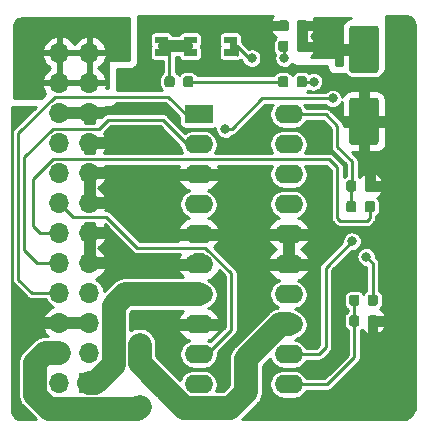
<source format=gbr>
%TF.GenerationSoftware,KiCad,Pcbnew,5.99.0-unknown-ad88874~101~ubuntu20.04.1*%
%TF.CreationDate,2020-05-19T21:35:34-04:00*%
%TF.ProjectId,L6205DIP,4c363230-3544-4495-902e-6b696361645f,rev?*%
%TF.SameCoordinates,Original*%
%TF.FileFunction,Copper,L1,Top*%
%TF.FilePolarity,Positive*%
%FSLAX46Y46*%
G04 Gerber Fmt 4.6, Leading zero omitted, Abs format (unit mm)*
G04 Created by KiCad (PCBNEW 5.99.0-unknown-ad88874~101~ubuntu20.04.1) date 2020-05-19 21:35:34*
%MOMM*%
%LPD*%
G01*
G04 APERTURE LIST*
%TA.AperFunction,ComponentPad*%
%ADD10R,1.700000X1.700000*%
%TD*%
%TA.AperFunction,ComponentPad*%
%ADD11O,1.700000X1.700000*%
%TD*%
%TA.AperFunction,ComponentPad*%
%ADD12O,2.400000X1.600000*%
%TD*%
%TA.AperFunction,ComponentPad*%
%ADD13R,2.400000X1.600000*%
%TD*%
%TA.AperFunction,ComponentPad*%
%ADD14C,1.500000*%
%TD*%
%TA.AperFunction,ViaPad*%
%ADD15C,0.800000*%
%TD*%
%TA.AperFunction,Conductor*%
%ADD16C,2.000000*%
%TD*%
%TA.AperFunction,Conductor*%
%ADD17C,1.000000*%
%TD*%
%TA.AperFunction,Conductor*%
%ADD18C,0.250000*%
%TD*%
%TA.AperFunction,Conductor*%
%ADD19C,0.254000*%
%TD*%
G04 APERTURE END LIST*
D10*
%TO.P,J1,1,Pin_1*%
%TO.N,/M1_B*%
X107000000Y-131500000D03*
D11*
%TO.P,J1,2,Pin_2*%
%TO.N,/M1_A*%
X104460000Y-131500000D03*
%TO.P,J1,3,Pin_3*%
%TO.N,/M2_B*%
X107000000Y-128960000D03*
%TO.P,J1,4,Pin_4*%
%TO.N,/M2_A*%
X104460000Y-128960000D03*
%TO.P,J1,5,Pin_5*%
%TO.N,GND*%
X107000000Y-126420000D03*
%TO.P,J1,6,Pin_6*%
X104460000Y-126420000D03*
%TO.P,J1,7,Pin_7*%
%TO.N,N/C*%
X107000000Y-123880000D03*
%TO.P,J1,8,Pin_8*%
%TO.N,/IN1_A*%
X104460000Y-123880000D03*
%TO.P,J1,9,Pin_9*%
%TO.N,GND*%
X107000000Y-121340000D03*
%TO.P,J1,10,Pin_10*%
%TO.N,/IN2_A*%
X104460000Y-121340000D03*
%TO.P,J1,11,Pin_11*%
%TO.N,GND*%
X107000000Y-118800000D03*
%TO.P,J1,12,Pin_12*%
%TO.N,/ENA_A*%
X104460000Y-118800000D03*
%TO.P,J1,13,Pin_13*%
%TO.N,GND*%
X107000000Y-116260000D03*
%TO.P,J1,14,Pin_14*%
%TO.N,/IN1_B*%
X104460000Y-116260000D03*
%TO.P,J1,15,Pin_15*%
%TO.N,GND*%
X107000000Y-113720000D03*
%TO.P,J1,16,Pin_16*%
%TO.N,/IN2_B*%
X104460000Y-113720000D03*
%TO.P,J1,17,Pin_17*%
%TO.N,GND*%
X107000000Y-111180000D03*
%TO.P,J1,18,Pin_18*%
%TO.N,/ENA_B*%
X104460000Y-111180000D03*
%TO.P,J1,19,Pin_19*%
%TO.N,GND*%
X107000000Y-108640000D03*
%TO.P,J1,20,Pin_20*%
X104460000Y-108640000D03*
%TO.P,J1,21,Pin_21*%
%TO.N,+12V*%
X107000000Y-106100000D03*
%TO.P,J1,22,Pin_22*%
X104460000Y-106100000D03*
%TO.P,J1,23,Pin_23*%
X107000000Y-103560000D03*
%TO.P,J1,24,Pin_24*%
X104460000Y-103560000D03*
%TD*%
%TO.P,C1,1*%
%TO.N,Net-(C1-Pad1)*%
%TA.AperFunction,SMDPad,CuDef*%
G36*
G01*
X128737500Y-115081250D02*
X128737500Y-114568750D01*
G75*
G02*
X128956250Y-114350000I218750J0D01*
G01*
X129393750Y-114350000D01*
G75*
G02*
X129612500Y-114568750I0J-218750D01*
G01*
X129612500Y-115081250D01*
G75*
G02*
X129393750Y-115300000I-218750J0D01*
G01*
X128956250Y-115300000D01*
G75*
G02*
X128737500Y-115081250I0J218750D01*
G01*
G37*
%TD.AperFunction*%
%TO.P,C1,2*%
%TO.N,GND*%
%TA.AperFunction,SMDPad,CuDef*%
G36*
G01*
X130312500Y-115081250D02*
X130312500Y-114568750D01*
G75*
G02*
X130531250Y-114350000I218750J0D01*
G01*
X130968750Y-114350000D01*
G75*
G02*
X131187500Y-114568750I0J-218750D01*
G01*
X131187500Y-115081250D01*
G75*
G02*
X130968750Y-115300000I-218750J0D01*
G01*
X130531250Y-115300000D01*
G75*
G02*
X130312500Y-115081250I0J218750D01*
G01*
G37*
%TD.AperFunction*%
%TD*%
%TO.P,C2,2*%
%TO.N,GND*%
%TA.AperFunction,SMDPad,CuDef*%
G36*
G01*
X130562500Y-126506250D02*
X130562500Y-125993750D01*
G75*
G02*
X130781250Y-125775000I218750J0D01*
G01*
X131218750Y-125775000D01*
G75*
G02*
X131437500Y-125993750I0J-218750D01*
G01*
X131437500Y-126506250D01*
G75*
G02*
X131218750Y-126725000I-218750J0D01*
G01*
X130781250Y-126725000D01*
G75*
G02*
X130562500Y-126506250I0J218750D01*
G01*
G37*
%TD.AperFunction*%
%TO.P,C2,1*%
%TO.N,Net-(C2-Pad1)*%
%TA.AperFunction,SMDPad,CuDef*%
G36*
G01*
X128987500Y-126506250D02*
X128987500Y-125993750D01*
G75*
G02*
X129206250Y-125775000I218750J0D01*
G01*
X129643750Y-125775000D01*
G75*
G02*
X129862500Y-125993750I0J-218750D01*
G01*
X129862500Y-126506250D01*
G75*
G02*
X129643750Y-126725000I-218750J0D01*
G01*
X129206250Y-126725000D01*
G75*
G02*
X128987500Y-126506250I0J218750D01*
G01*
G37*
%TD.AperFunction*%
%TD*%
%TO.P,C3,2*%
%TO.N,GND*%
%TA.AperFunction,SMDPad,CuDef*%
G36*
G01*
X123862500Y-100993750D02*
X123862500Y-101506250D01*
G75*
G02*
X123643750Y-101725000I-218750J0D01*
G01*
X123206250Y-101725000D01*
G75*
G02*
X122987500Y-101506250I0J218750D01*
G01*
X122987500Y-100993750D01*
G75*
G02*
X123206250Y-100775000I218750J0D01*
G01*
X123643750Y-100775000D01*
G75*
G02*
X123862500Y-100993750I0J-218750D01*
G01*
G37*
%TD.AperFunction*%
%TO.P,C3,1*%
%TO.N,+12V*%
%TA.AperFunction,SMDPad,CuDef*%
G36*
G01*
X125437500Y-100993750D02*
X125437500Y-101506250D01*
G75*
G02*
X125218750Y-101725000I-218750J0D01*
G01*
X124781250Y-101725000D01*
G75*
G02*
X124562500Y-101506250I0J218750D01*
G01*
X124562500Y-100993750D01*
G75*
G02*
X124781250Y-100775000I218750J0D01*
G01*
X125218750Y-100775000D01*
G75*
G02*
X125437500Y-100993750I0J-218750D01*
G01*
G37*
%TD.AperFunction*%
%TD*%
%TO.P,C5,2*%
%TO.N,/VBOOT*%
%TA.AperFunction,SMDPad,CuDef*%
G36*
G01*
X123862500Y-102743750D02*
X123862500Y-103256250D01*
G75*
G02*
X123643750Y-103475000I-218750J0D01*
G01*
X123206250Y-103475000D01*
G75*
G02*
X122987500Y-103256250I0J218750D01*
G01*
X122987500Y-102743750D01*
G75*
G02*
X123206250Y-102525000I218750J0D01*
G01*
X123643750Y-102525000D01*
G75*
G02*
X123862500Y-102743750I0J-218750D01*
G01*
G37*
%TD.AperFunction*%
%TO.P,C5,1*%
%TO.N,+12V*%
%TA.AperFunction,SMDPad,CuDef*%
G36*
G01*
X125437500Y-102743750D02*
X125437500Y-103256250D01*
G75*
G02*
X125218750Y-103475000I-218750J0D01*
G01*
X124781250Y-103475000D01*
G75*
G02*
X124562500Y-103256250I0J218750D01*
G01*
X124562500Y-102743750D01*
G75*
G02*
X124781250Y-102525000I218750J0D01*
G01*
X125218750Y-102525000D01*
G75*
G02*
X125437500Y-102743750I0J-218750D01*
G01*
G37*
%TD.AperFunction*%
%TD*%
%TO.P,C6,2*%
%TO.N,/VCP*%
%TA.AperFunction,SMDPad,CuDef*%
G36*
G01*
X124550000Y-106256250D02*
X124550000Y-105743750D01*
G75*
G02*
X124768750Y-105525000I218750J0D01*
G01*
X125206250Y-105525000D01*
G75*
G02*
X125425000Y-105743750I0J-218750D01*
G01*
X125425000Y-106256250D01*
G75*
G02*
X125206250Y-106475000I-218750J0D01*
G01*
X124768750Y-106475000D01*
G75*
G02*
X124550000Y-106256250I0J218750D01*
G01*
G37*
%TD.AperFunction*%
%TO.P,C6,1*%
%TO.N,Net-(C6-Pad1)*%
%TA.AperFunction,SMDPad,CuDef*%
G36*
G01*
X122975000Y-106256250D02*
X122975000Y-105743750D01*
G75*
G02*
X123193750Y-105525000I218750J0D01*
G01*
X123631250Y-105525000D01*
G75*
G02*
X123850000Y-105743750I0J-218750D01*
G01*
X123850000Y-106256250D01*
G75*
G02*
X123631250Y-106475000I-218750J0D01*
G01*
X123193750Y-106475000D01*
G75*
G02*
X122975000Y-106256250I0J218750D01*
G01*
G37*
%TD.AperFunction*%
%TD*%
%TO.P,R1,1*%
%TO.N,/ENA_A*%
%TA.AperFunction,SMDPad,CuDef*%
G36*
G01*
X131187500Y-116318750D02*
X131187500Y-116831250D01*
G75*
G02*
X130968750Y-117050000I-218750J0D01*
G01*
X130531250Y-117050000D01*
G75*
G02*
X130312500Y-116831250I0J218750D01*
G01*
X130312500Y-116318750D01*
G75*
G02*
X130531250Y-116100000I218750J0D01*
G01*
X130968750Y-116100000D01*
G75*
G02*
X131187500Y-116318750I0J-218750D01*
G01*
G37*
%TD.AperFunction*%
%TO.P,R1,2*%
%TO.N,Net-(C1-Pad1)*%
%TA.AperFunction,SMDPad,CuDef*%
G36*
G01*
X129612500Y-116318750D02*
X129612500Y-116831250D01*
G75*
G02*
X129393750Y-117050000I-218750J0D01*
G01*
X128956250Y-117050000D01*
G75*
G02*
X128737500Y-116831250I0J218750D01*
G01*
X128737500Y-116318750D01*
G75*
G02*
X128956250Y-116100000I218750J0D01*
G01*
X129393750Y-116100000D01*
G75*
G02*
X129612500Y-116318750I0J-218750D01*
G01*
G37*
%TD.AperFunction*%
%TD*%
%TO.P,R2,2*%
%TO.N,Net-(C2-Pad1)*%
%TA.AperFunction,SMDPad,CuDef*%
G36*
G01*
X129862500Y-124243750D02*
X129862500Y-124756250D01*
G75*
G02*
X129643750Y-124975000I-218750J0D01*
G01*
X129206250Y-124975000D01*
G75*
G02*
X128987500Y-124756250I0J218750D01*
G01*
X128987500Y-124243750D01*
G75*
G02*
X129206250Y-124025000I218750J0D01*
G01*
X129643750Y-124025000D01*
G75*
G02*
X129862500Y-124243750I0J-218750D01*
G01*
G37*
%TD.AperFunction*%
%TO.P,R2,1*%
%TO.N,/ENA_B*%
%TA.AperFunction,SMDPad,CuDef*%
G36*
G01*
X131437500Y-124243750D02*
X131437500Y-124756250D01*
G75*
G02*
X131218750Y-124975000I-218750J0D01*
G01*
X130781250Y-124975000D01*
G75*
G02*
X130562500Y-124756250I0J218750D01*
G01*
X130562500Y-124243750D01*
G75*
G02*
X130781250Y-124025000I218750J0D01*
G01*
X131218750Y-124025000D01*
G75*
G02*
X131437500Y-124243750I0J-218750D01*
G01*
G37*
%TD.AperFunction*%
%TD*%
%TO.P,R3,2*%
%TO.N,Net-(C6-Pad1)*%
%TA.AperFunction,SMDPad,CuDef*%
G36*
G01*
X114937500Y-106256250D02*
X114937500Y-105743750D01*
G75*
G02*
X115156250Y-105525000I218750J0D01*
G01*
X115593750Y-105525000D01*
G75*
G02*
X115812500Y-105743750I0J-218750D01*
G01*
X115812500Y-106256250D01*
G75*
G02*
X115593750Y-106475000I-218750J0D01*
G01*
X115156250Y-106475000D01*
G75*
G02*
X114937500Y-106256250I0J218750D01*
G01*
G37*
%TD.AperFunction*%
%TO.P,R3,1*%
%TO.N,Net-(D1-Pad1)*%
%TA.AperFunction,SMDPad,CuDef*%
G36*
G01*
X113362500Y-106256250D02*
X113362500Y-105743750D01*
G75*
G02*
X113581250Y-105525000I218750J0D01*
G01*
X114018750Y-105525000D01*
G75*
G02*
X114237500Y-105743750I0J-218750D01*
G01*
X114237500Y-106256250D01*
G75*
G02*
X114018750Y-106475000I-218750J0D01*
G01*
X113581250Y-106475000D01*
G75*
G02*
X113362500Y-106256250I0J218750D01*
G01*
G37*
%TD.AperFunction*%
%TD*%
%TO.P,C4,2*%
%TO.N,GND*%
%TA.AperFunction,SMDPad,CuDef*%
G36*
G01*
X129250000Y-107350000D02*
X131250000Y-107350000D01*
G75*
G02*
X131500000Y-107600000I0J-250000D01*
G01*
X131500000Y-111100000D01*
G75*
G02*
X131250000Y-111350000I-250000J0D01*
G01*
X129250000Y-111350000D01*
G75*
G02*
X129000000Y-111100000I0J250000D01*
G01*
X129000000Y-107600000D01*
G75*
G02*
X129250000Y-107350000I250000J0D01*
G01*
G37*
%TD.AperFunction*%
%TO.P,C4,1*%
%TO.N,+12V*%
%TA.AperFunction,SMDPad,CuDef*%
G36*
G01*
X129250000Y-101250000D02*
X131250000Y-101250000D01*
G75*
G02*
X131500000Y-101500000I0J-250000D01*
G01*
X131500000Y-105000000D01*
G75*
G02*
X131250000Y-105250000I-250000J0D01*
G01*
X129250000Y-105250000D01*
G75*
G02*
X129000000Y-105000000I0J250000D01*
G01*
X129000000Y-101500000D01*
G75*
G02*
X129250000Y-101250000I250000J0D01*
G01*
G37*
%TD.AperFunction*%
%TD*%
D12*
%TO.P,U1,20,EN*%
%TO.N,Net-(C1-Pad1)*%
X123870000Y-108750000D03*
%TO.P,U1,10,IN2*%
%TO.N,/IN2_B*%
X116250000Y-131610000D03*
%TO.P,U1,19,VCP*%
%TO.N,/VCP*%
X123870000Y-111290000D03*
%TO.P,U1,9,IN1*%
%TO.N,/IN1_B*%
X116250000Y-129070000D03*
%TO.P,U1,18,OUT2*%
%TO.N,/M2_A*%
X123870000Y-113830000D03*
%TO.P,U1,8,SNS*%
%TO.N,GND*%
X116250000Y-126530000D03*
%TO.P,U1,17,VS*%
%TO.N,+12V*%
X123870000Y-116370000D03*
%TO.P,U1,7,OUT1*%
%TO.N,/M1_B*%
X116250000Y-123990000D03*
%TO.P,U1,16,GND*%
%TO.N,GND*%
X123870000Y-118910000D03*
%TO.P,U1,6,GND*%
X116250000Y-121450000D03*
%TO.P,U1,15,GND*%
X123870000Y-121450000D03*
%TO.P,U1,5,GND*%
X116250000Y-118910000D03*
%TO.P,U1,14,VS*%
%TO.N,+12V*%
X123870000Y-123990000D03*
%TO.P,U1,4,OUT1*%
%TO.N,/M1_A*%
X116250000Y-116370000D03*
%TO.P,U1,13,OUT2*%
%TO.N,/M2_B*%
X123870000Y-126530000D03*
%TO.P,U1,3,SNS*%
%TO.N,GND*%
X116250000Y-113830000D03*
%TO.P,U1,12,VBOOT*%
%TO.N,/VBOOT*%
X123870000Y-129070000D03*
%TO.P,U1,2,IN2*%
%TO.N,/IN2_A*%
X116250000Y-111290000D03*
%TO.P,U1,11,EN*%
%TO.N,Net-(C2-Pad1)*%
X123870000Y-131610000D03*
D13*
%TO.P,U1,1,IN1*%
%TO.N,/IN1_A*%
X116250000Y-108750000D03*
%TD*%
D14*
%TO.P,M1,1,Pin_1*%
%TO.N,/M2_A*%
X111250000Y-133500000D03*
%TD*%
%TO.P,M2,1,Pin_1*%
%TO.N,/M2_B*%
X111250000Y-128250000D03*
%TD*%
%TA.AperFunction,SMDPad,CuDef*%
%TO.P,D2,1,K*%
%TO.N,/VBOOT*%
G36*
X119500000Y-103825000D02*
G01*
X118400000Y-103825000D01*
X118400000Y-103250000D01*
X118900000Y-103250000D01*
X118900000Y-102750000D01*
X118400000Y-102750000D01*
X118400000Y-102175000D01*
X119500000Y-102175000D01*
X119500000Y-103825000D01*
G37*
%TD.AperFunction*%
%TA.AperFunction,SMDPad,CuDef*%
%TO.P,D2,2,A*%
%TO.N,Net-(D1-Pad1)*%
G36*
X115000001Y-102175000D02*
G01*
X116100000Y-102175001D01*
X116100000Y-102750001D01*
X115600000Y-102750001D01*
X115599999Y-103250000D01*
X116100000Y-103250000D01*
X116099999Y-103825000D01*
X115000000Y-103825000D01*
X115000001Y-102175000D01*
G37*
%TD.AperFunction*%
%TD*%
%TA.AperFunction,SMDPad,CuDef*%
%TO.P,D1,2,A*%
%TO.N,+12V*%
G36*
X109150001Y-102175000D02*
G01*
X110250000Y-102175001D01*
X110250000Y-102750001D01*
X109750000Y-102750001D01*
X109749999Y-103250000D01*
X110250000Y-103250000D01*
X110249999Y-103825000D01*
X109150000Y-103825000D01*
X109150001Y-102175000D01*
G37*
%TD.AperFunction*%
%TA.AperFunction,SMDPad,CuDef*%
%TO.P,D1,1,K*%
%TO.N,Net-(D1-Pad1)*%
G36*
X113650000Y-103825000D02*
G01*
X112550000Y-103825000D01*
X112550000Y-103250000D01*
X113050000Y-103250000D01*
X113050000Y-102750000D01*
X112550000Y-102750000D01*
X112550000Y-102175000D01*
X113650000Y-102175000D01*
X113650000Y-103825000D01*
G37*
%TD.AperFunction*%
%TD*%
D15*
%TO.N,/ENA_B*%
X130434314Y-120815686D03*
X127592157Y-107407843D03*
%TO.N,/VBOOT*%
X120750000Y-104000000D03*
X123500000Y-104000000D03*
%TO.N,GND*%
X112250000Y-106000000D03*
X109750000Y-106000000D03*
X111000000Y-110400000D03*
%TO.N,/VCP*%
X125987500Y-106000000D03*
%TO.N,/VBOOT*%
X129250000Y-119500000D03*
%TO.N,/ENA_B*%
X118500000Y-110000000D03*
%TO.N,+12V*%
X127000000Y-101250000D03*
X127000000Y-103000000D03*
%TD*%
D16*
%TO.N,/M2_B*%
X113455780Y-132044220D02*
X111250011Y-129838451D01*
X115021569Y-133610010D02*
X113455780Y-132044220D01*
X113455780Y-132044220D02*
X112250000Y-130838441D01*
X111250011Y-129838451D02*
X111250011Y-128250000D01*
D17*
%TO.N,Net-(D1-Pad1)*%
X113350000Y-103000000D02*
X115300000Y-103000000D01*
D18*
%TO.N,/ENA_B*%
X131000000Y-121381372D02*
X130434314Y-120815686D01*
X131000000Y-124500000D02*
X131000000Y-121381372D01*
%TO.N,Net-(C2-Pad1)*%
X129250000Y-129500000D02*
X127625000Y-131125000D01*
X127625000Y-131125000D02*
X127140000Y-131610000D01*
X129425000Y-126250000D02*
X129425000Y-129325000D01*
X129425000Y-129325000D02*
X127625000Y-131125000D01*
X129425000Y-124500000D02*
X129425000Y-126250000D01*
%TO.N,Net-(C1-Pad1)*%
X129175000Y-114825000D02*
X129175000Y-116575000D01*
%TO.N,/ENA_A*%
X128250000Y-117750000D02*
X130500000Y-117750000D01*
X130500000Y-117750000D02*
X130750000Y-117500000D01*
X128000000Y-116641484D02*
X128000000Y-117500000D01*
X128000000Y-115325000D02*
X128000000Y-116641484D01*
X128000000Y-117500000D02*
X128250000Y-117750000D01*
X130750000Y-117500000D02*
X130750000Y-116575000D01*
%TO.N,Net-(C1-Pad1)*%
X129250000Y-115000000D02*
X129250000Y-112750000D01*
%TO.N,/ENA_B*%
X127592157Y-107407843D02*
X121657843Y-107407843D01*
X119065685Y-110000000D02*
X121657843Y-107407843D01*
%TO.N,/VBOOT*%
X120750000Y-104000000D02*
X120500000Y-104000000D01*
X120500000Y-104000000D02*
X119500000Y-103000000D01*
X123500000Y-104000000D02*
X123500000Y-103075000D01*
X123500000Y-103075000D02*
X123425000Y-103000000D01*
%TO.N,/ENA_A*%
X109655001Y-112544999D02*
X103895999Y-112544999D01*
X109655001Y-112544999D02*
X127294999Y-112544999D01*
X127294999Y-112544999D02*
X128000000Y-113250000D01*
%TO.N,/IN2_A*%
X115290000Y-111290000D02*
X113200000Y-109200000D01*
X116250000Y-111290000D02*
X115290000Y-111290000D01*
X107804999Y-110004999D02*
X103895999Y-110004999D01*
X113200000Y-109200000D02*
X108609998Y-109200000D01*
X108609998Y-109200000D02*
X107804999Y-110004999D01*
%TO.N,/IN1_A*%
X116250000Y-108750000D02*
X115150000Y-108750000D01*
X101000000Y-111000000D02*
X101000000Y-111200000D01*
X115150000Y-108750000D02*
X113675001Y-107275001D01*
X113675001Y-107275001D02*
X104085997Y-107275001D01*
X104085997Y-107275001D02*
X101000000Y-110360998D01*
X101000000Y-110360998D02*
X101000000Y-111000000D01*
%TO.N,/ENA_A*%
X102200000Y-114240998D02*
X102200000Y-118200000D01*
X102800000Y-118800000D02*
X104460000Y-118800000D01*
X103895999Y-112544999D02*
X102200000Y-114240998D01*
X102200000Y-118200000D02*
X102800000Y-118800000D01*
%TO.N,/IN2_A*%
X101500000Y-114940998D02*
X101500000Y-114100000D01*
X103895999Y-110004999D02*
X101500000Y-112400998D01*
X101500000Y-112400998D02*
X101500000Y-114100000D01*
%TO.N,/IN1_A*%
X101000000Y-122750000D02*
X101000000Y-111200000D01*
%TO.N,/VBOOT*%
X119500000Y-103000000D02*
X119500000Y-103700000D01*
%TO.N,Net-(C6-Pad1)*%
X120175000Y-106000000D02*
X123675000Y-106000000D01*
%TO.N,/VCP*%
X126250000Y-106000000D02*
X125250000Y-106000000D01*
%TO.N,/IN1_B*%
X116826014Y-120035010D02*
X111035010Y-120035010D01*
X119000000Y-122208996D02*
X116826014Y-120035010D01*
X119000000Y-127000000D02*
X119000000Y-122208996D01*
X111035010Y-120035010D02*
X108435001Y-117435001D01*
X108435001Y-117435001D02*
X105635001Y-117435001D01*
X105635001Y-117435001D02*
X104460000Y-116260000D01*
X116930000Y-129070000D02*
X119000000Y-127000000D01*
X116250000Y-129070000D02*
X116930000Y-129070000D01*
%TO.N,/VBOOT*%
X127000000Y-121750000D02*
X129250000Y-119500000D01*
X123870000Y-129070000D02*
X126430000Y-129070000D01*
X127000000Y-128500000D02*
X127000000Y-121750000D01*
X126430000Y-129070000D02*
X127000000Y-128500000D01*
%TO.N,/ENA_B*%
X118500000Y-110000000D02*
X119065685Y-110000000D01*
%TO.N,/ENA_A*%
X128000000Y-115325000D02*
X128000000Y-113250000D01*
D16*
%TO.N,/M2_B*%
X118110010Y-133610010D02*
X115021569Y-133610010D01*
X120250000Y-129461559D02*
X120250000Y-132250000D01*
X118110010Y-133610010D02*
X118889990Y-133610010D01*
X118889990Y-133610010D02*
X120250000Y-132250000D01*
X123870000Y-126530000D02*
X123181559Y-126530000D01*
X123181559Y-126530000D02*
X120250000Y-129461559D01*
D18*
%TO.N,/IN2_A*%
X101500000Y-120250000D02*
X101500000Y-114940998D01*
X104460000Y-121340000D02*
X102590000Y-121340000D01*
X102590000Y-121340000D02*
X101500000Y-120250000D01*
%TO.N,/IN1_A*%
X102130000Y-123880000D02*
X101000000Y-122750000D01*
X104460000Y-123880000D02*
X102130000Y-123880000D01*
D16*
%TO.N,/M2_A*%
X111250000Y-133500000D02*
X111049990Y-133700010D01*
X111049990Y-133700010D02*
X103626008Y-133700010D01*
X103626008Y-133700010D02*
X102409999Y-132484001D01*
X102409999Y-132484001D02*
X102409999Y-129807920D01*
X102409999Y-129807920D02*
X103257919Y-128960000D01*
X103257919Y-128960000D02*
X104460000Y-128960000D01*
%TO.N,/M1_B*%
X109050001Y-126449999D02*
X109050001Y-124949999D01*
X109050001Y-124949999D02*
X110010000Y-123990000D01*
X110010000Y-123990000D02*
X111510000Y-123990000D01*
X107494002Y-131500000D02*
X109050001Y-129944001D01*
X109050001Y-129944001D02*
X109050001Y-126449999D01*
X107000000Y-131500000D02*
X107494002Y-131500000D01*
X111510000Y-123990000D02*
X116250000Y-123990000D01*
D18*
%TO.N,Net-(C1-Pad1)*%
X128000000Y-111500000D02*
X128000000Y-109750000D01*
X129250000Y-112750000D02*
X128000000Y-111500000D01*
X128000000Y-109750000D02*
X127000000Y-108750000D01*
X127000000Y-108750000D02*
X123870000Y-108750000D01*
%TO.N,Net-(C2-Pad1)*%
X127140000Y-131610000D02*
X123870000Y-131610000D01*
%TO.N,Net-(C6-Pad1)*%
X115750000Y-106000000D02*
X120175000Y-106000000D01*
%TO.N,Net-(D1-Pad1)*%
X113775000Y-106000000D02*
X113775000Y-103425000D01*
X113775000Y-103425000D02*
X113350000Y-103000000D01*
%TD*%
%TO.N,GND*%
G36*
X122489705Y-100523346D02*
G01*
X122479961Y-100538508D01*
X122385660Y-100744999D01*
X122380582Y-100762293D01*
X122367753Y-100851525D01*
X122443117Y-100938500D01*
X123736500Y-100938501D01*
X123736499Y-101561500D01*
X122453910Y-101561499D01*
X122378258Y-101655377D01*
X122419902Y-101846809D01*
X122428532Y-101867643D01*
X122552484Y-102060517D01*
X122564287Y-102074138D01*
X122735846Y-102222795D01*
X122751008Y-102232539D01*
X122794074Y-102252206D01*
X122700924Y-102337957D01*
X122688098Y-102354435D01*
X122595630Y-102525302D01*
X122588850Y-102545052D01*
X122557733Y-102731526D01*
X122556872Y-102741914D01*
X122556872Y-103256783D01*
X122557356Y-103264583D01*
X122575088Y-103406831D01*
X122579936Y-103424437D01*
X122657451Y-103601157D01*
X122668873Y-103618638D01*
X122731458Y-103686623D01*
X122705820Y-103738955D01*
X122700140Y-103756916D01*
X122664171Y-103984016D01*
X122664023Y-104002853D01*
X122696420Y-104230490D01*
X122701818Y-104248538D01*
X122799718Y-104456586D01*
X122810183Y-104472248D01*
X122964929Y-104642313D01*
X122979538Y-104654206D01*
X123177450Y-104771250D01*
X123194909Y-104778322D01*
X123418487Y-104831998D01*
X123437254Y-104833624D01*
X123666732Y-104819187D01*
X123685147Y-104815222D01*
X123900235Y-104733947D01*
X123916670Y-104724742D01*
X124098352Y-104583816D01*
X124111354Y-104570185D01*
X124144065Y-104523642D01*
X124149652Y-104528483D01*
X124164815Y-104538227D01*
X124312735Y-104605779D01*
X124330028Y-104610857D01*
X124486522Y-104633358D01*
X124495500Y-104634000D01*
X127116000Y-104634000D01*
X127116000Y-104756754D01*
X127117444Y-104770184D01*
X127167183Y-104998832D01*
X127175813Y-105019666D01*
X127264953Y-105158371D01*
X127276756Y-105171992D01*
X127399652Y-105278483D01*
X127414815Y-105288227D01*
X127562735Y-105355779D01*
X127580028Y-105360857D01*
X127736522Y-105383358D01*
X127745500Y-105384000D01*
X128691313Y-105384000D01*
X128825339Y-105529591D01*
X128841818Y-105542417D01*
X129021616Y-105639718D01*
X129041366Y-105646498D01*
X129237858Y-105679287D01*
X129248246Y-105680148D01*
X131250451Y-105680148D01*
X131258251Y-105679664D01*
X131408073Y-105660988D01*
X131425679Y-105656140D01*
X131611699Y-105574545D01*
X131629180Y-105563124D01*
X131779591Y-105424661D01*
X131792417Y-105408182D01*
X131874243Y-105256980D01*
X131908371Y-105235047D01*
X131921992Y-105223244D01*
X132028483Y-105100348D01*
X132038227Y-105085185D01*
X132105779Y-104937265D01*
X132110857Y-104919972D01*
X132133358Y-104763478D01*
X132134000Y-104754500D01*
X132134000Y-100426000D01*
X133689960Y-100426000D01*
X133702502Y-100428370D01*
X133708603Y-100429216D01*
X133894691Y-100445823D01*
X134034816Y-100484158D01*
X134165937Y-100546699D01*
X134283896Y-100631462D01*
X134385001Y-100735794D01*
X134466020Y-100856364D01*
X134524410Y-100989377D01*
X134559119Y-101133956D01*
X134570387Y-101287370D01*
X134572297Y-101298820D01*
X134574001Y-101305292D01*
X134574000Y-133440683D01*
X134571309Y-133455493D01*
X134570505Y-133461599D01*
X134553016Y-133674327D01*
X134510405Y-133843968D01*
X134440656Y-134004380D01*
X134345652Y-134151235D01*
X134227929Y-134280610D01*
X134090658Y-134389019D01*
X133937532Y-134473550D01*
X133772649Y-134531938D01*
X133593000Y-134563939D01*
X133473890Y-134569555D01*
X133462393Y-134571166D01*
X133450357Y-134574000D01*
X119953223Y-134574000D01*
X119960949Y-134565419D01*
X119979209Y-134540286D01*
X121180279Y-133339217D01*
X121205409Y-133320959D01*
X121215224Y-133312122D01*
X121286181Y-133233315D01*
X121310325Y-133209172D01*
X121314741Y-133204268D01*
X121336222Y-133177739D01*
X121407196Y-133098915D01*
X121414959Y-133088231D01*
X121430492Y-133061327D01*
X121450040Y-133037186D01*
X121457232Y-133026111D01*
X121505385Y-132931608D01*
X121558408Y-132839769D01*
X121563780Y-132827704D01*
X121573378Y-132798161D01*
X121587480Y-132770485D01*
X121592214Y-132758155D01*
X121619666Y-132655701D01*
X121652436Y-132554848D01*
X121655181Y-132541930D01*
X121658428Y-132511042D01*
X121666469Y-132481033D01*
X121668535Y-132467989D01*
X121674085Y-132362083D01*
X121677655Y-132328115D01*
X121678000Y-132321526D01*
X121678000Y-132287375D01*
X121683550Y-132181483D01*
X121682859Y-132168294D01*
X121678000Y-132137616D01*
X121678000Y-131700802D01*
X122242628Y-131700802D01*
X122243535Y-131712320D01*
X122279728Y-131922952D01*
X122282718Y-131934112D01*
X122356690Y-132134621D01*
X122361664Y-132145050D01*
X122470937Y-132328721D01*
X122477728Y-132338067D01*
X122618643Y-132498751D01*
X122627024Y-132506704D01*
X122794862Y-132639015D01*
X122804551Y-132645308D01*
X122993690Y-132744819D01*
X123004364Y-132749241D01*
X123208864Y-132812739D01*
X123220990Y-132815234D01*
X123415280Y-132835655D01*
X123421870Y-132836000D01*
X124324166Y-132836000D01*
X124329934Y-132835736D01*
X124488600Y-132821156D01*
X124499959Y-132819050D01*
X124705654Y-132761039D01*
X124716440Y-132756899D01*
X124908119Y-132662373D01*
X124917970Y-132656336D01*
X125089214Y-132528463D01*
X125097800Y-132520732D01*
X125242873Y-132363793D01*
X125249906Y-132354627D01*
X125363950Y-132173879D01*
X125369195Y-132163585D01*
X125369428Y-132163000D01*
X127115864Y-132163000D01*
X127177789Y-132168417D01*
X127199751Y-132166496D01*
X127259791Y-132150409D01*
X127321031Y-132139610D01*
X127341748Y-132132070D01*
X127353451Y-132125313D01*
X127366502Y-132121816D01*
X127386484Y-132112498D01*
X127437404Y-132076843D01*
X127491251Y-132045755D01*
X127508140Y-132031583D01*
X127548107Y-131983952D01*
X128046846Y-131485214D01*
X128046855Y-131485203D01*
X128818969Y-130713089D01*
X129667444Y-129864615D01*
X129798953Y-129733106D01*
X129846583Y-129693140D01*
X129860754Y-129676251D01*
X129891840Y-129622409D01*
X129927498Y-129571484D01*
X129936815Y-129551504D01*
X129940312Y-129538454D01*
X129947070Y-129526748D01*
X129954610Y-129506031D01*
X129965409Y-129444792D01*
X129981496Y-129384754D01*
X129983417Y-129362791D01*
X129978000Y-129300866D01*
X129978000Y-127059723D01*
X129988657Y-127055048D01*
X130006138Y-127043627D01*
X130075559Y-126979720D01*
X130127484Y-127060517D01*
X130139287Y-127074138D01*
X130310846Y-127222795D01*
X130326008Y-127232539D01*
X130572741Y-127345219D01*
X130688500Y-127270825D01*
X130688500Y-126635309D01*
X131311500Y-126635309D01*
X131311500Y-127250432D01*
X131405378Y-127326084D01*
X131559309Y-127292598D01*
X131580143Y-127283968D01*
X131773017Y-127160016D01*
X131786638Y-127148213D01*
X131935295Y-126976654D01*
X131945039Y-126961492D01*
X132039340Y-126755001D01*
X132044418Y-126737707D01*
X132057247Y-126648475D01*
X131981883Y-126561500D01*
X131385309Y-126561500D01*
X131311500Y-126635309D01*
X130688500Y-126635309D01*
X130688500Y-125938500D01*
X131971089Y-125938500D01*
X132046740Y-125844623D01*
X132005098Y-125653191D01*
X131996468Y-125632357D01*
X131872516Y-125439483D01*
X131860713Y-125425862D01*
X131689154Y-125277205D01*
X131673992Y-125267461D01*
X131630926Y-125247794D01*
X131724076Y-125162043D01*
X131736902Y-125145565D01*
X131829370Y-124974698D01*
X131836150Y-124954948D01*
X131867267Y-124768474D01*
X131868128Y-124758086D01*
X131868128Y-124243217D01*
X131867644Y-124235417D01*
X131849912Y-124093169D01*
X131845064Y-124075563D01*
X131767549Y-123898843D01*
X131756127Y-123881362D01*
X131624543Y-123738424D01*
X131608064Y-123725598D01*
X131553000Y-123695799D01*
X131553000Y-121405505D01*
X131558418Y-121343583D01*
X131556497Y-121321619D01*
X131540406Y-121261566D01*
X131529610Y-121200341D01*
X131522069Y-121179621D01*
X131515313Y-121167920D01*
X131511817Y-121154872D01*
X131502499Y-121134888D01*
X131466837Y-121083959D01*
X131435755Y-121030122D01*
X131421583Y-121013233D01*
X131373958Y-120973270D01*
X131261176Y-120860488D01*
X131262425Y-120701461D01*
X131259626Y-120682330D01*
X131191943Y-120462326D01*
X131183789Y-120445345D01*
X131054549Y-120255173D01*
X131041762Y-120241341D01*
X130862317Y-120097578D01*
X130846028Y-120088116D01*
X130632243Y-120003473D01*
X130613892Y-119999219D01*
X130384670Y-119981179D01*
X130365880Y-119982510D01*
X130141486Y-120032668D01*
X130123918Y-120039465D01*
X129924192Y-120153386D01*
X129909399Y-120165048D01*
X129752000Y-120332660D01*
X129741290Y-120348156D01*
X129640134Y-120554641D01*
X129634454Y-120572602D01*
X129598485Y-120799702D01*
X129598337Y-120818539D01*
X129630734Y-121046176D01*
X129636132Y-121064224D01*
X129734032Y-121272272D01*
X129744497Y-121287934D01*
X129899243Y-121457999D01*
X129913852Y-121469892D01*
X130111764Y-121586936D01*
X130129223Y-121594008D01*
X130352801Y-121647684D01*
X130371568Y-121649310D01*
X130447001Y-121644564D01*
X130447000Y-123690277D01*
X130436343Y-123694952D01*
X130418862Y-123706373D01*
X130275924Y-123837957D01*
X130263098Y-123854435D01*
X130213373Y-123946319D01*
X130192549Y-123898843D01*
X130181127Y-123881362D01*
X130049543Y-123738424D01*
X130033065Y-123725598D01*
X129862198Y-123633130D01*
X129842448Y-123626350D01*
X129655974Y-123595233D01*
X129645586Y-123594372D01*
X129205717Y-123594372D01*
X129197917Y-123594856D01*
X129055669Y-123612588D01*
X129038063Y-123617436D01*
X128861343Y-123694951D01*
X128843862Y-123706373D01*
X128700924Y-123837957D01*
X128688098Y-123854435D01*
X128595630Y-124025302D01*
X128588850Y-124045052D01*
X128557733Y-124231526D01*
X128556872Y-124241914D01*
X128556872Y-124756783D01*
X128557356Y-124764583D01*
X128575088Y-124906831D01*
X128579936Y-124924437D01*
X128657451Y-125101157D01*
X128668873Y-125118638D01*
X128800457Y-125261576D01*
X128816935Y-125274401D01*
X128872000Y-125304201D01*
X128872001Y-125440276D01*
X128861343Y-125444951D01*
X128843862Y-125456373D01*
X128700924Y-125587957D01*
X128688098Y-125604435D01*
X128595630Y-125775302D01*
X128588850Y-125795052D01*
X128557733Y-125981526D01*
X128556872Y-125991914D01*
X128556872Y-126506783D01*
X128557356Y-126514583D01*
X128575088Y-126656831D01*
X128579936Y-126674437D01*
X128657451Y-126851157D01*
X128668873Y-126868638D01*
X128800457Y-127011576D01*
X128816936Y-127024402D01*
X128872000Y-127054201D01*
X128872001Y-129095940D01*
X127264797Y-130703145D01*
X127264786Y-130703154D01*
X126910941Y-131057000D01*
X125367656Y-131057000D01*
X125269063Y-130891279D01*
X125262272Y-130881933D01*
X125121357Y-130721249D01*
X125112976Y-130713296D01*
X124945138Y-130580985D01*
X124935449Y-130574692D01*
X124746310Y-130475181D01*
X124735636Y-130470759D01*
X124531136Y-130407261D01*
X124519010Y-130404766D01*
X124324720Y-130384345D01*
X124318130Y-130384000D01*
X123415834Y-130384000D01*
X123410066Y-130384264D01*
X123251400Y-130398844D01*
X123240041Y-130400950D01*
X123034346Y-130458961D01*
X123023560Y-130463101D01*
X122831881Y-130557627D01*
X122822030Y-130563664D01*
X122650786Y-130691537D01*
X122642200Y-130699268D01*
X122497127Y-130856207D01*
X122490094Y-130865373D01*
X122376050Y-131046121D01*
X122370805Y-131056415D01*
X122291609Y-131254920D01*
X122288328Y-131265998D01*
X122246634Y-131475610D01*
X122245426Y-131487100D01*
X122242628Y-131700802D01*
X121678000Y-131700802D01*
X121678000Y-130053054D01*
X122297331Y-129433723D01*
X122356690Y-129594621D01*
X122361664Y-129605050D01*
X122470937Y-129788721D01*
X122477728Y-129798067D01*
X122618643Y-129958751D01*
X122627024Y-129966704D01*
X122794862Y-130099015D01*
X122804551Y-130105308D01*
X122993690Y-130204819D01*
X123004364Y-130209241D01*
X123208864Y-130272739D01*
X123220990Y-130275234D01*
X123415280Y-130295655D01*
X123421870Y-130296000D01*
X124324166Y-130296000D01*
X124329934Y-130295736D01*
X124488600Y-130281156D01*
X124499959Y-130279050D01*
X124705654Y-130221039D01*
X124716440Y-130216899D01*
X124908119Y-130122373D01*
X124917970Y-130116336D01*
X125089214Y-129988463D01*
X125097800Y-129980732D01*
X125242873Y-129823793D01*
X125249906Y-129814627D01*
X125363950Y-129633879D01*
X125369195Y-129623585D01*
X125369428Y-129623000D01*
X126405864Y-129623000D01*
X126467789Y-129628417D01*
X126489751Y-129626496D01*
X126549791Y-129610409D01*
X126611031Y-129599610D01*
X126631748Y-129592070D01*
X126643451Y-129585313D01*
X126656502Y-129581816D01*
X126676484Y-129572498D01*
X126727404Y-129536843D01*
X126781251Y-129505755D01*
X126798140Y-129491583D01*
X126838107Y-129443952D01*
X127373966Y-128908095D01*
X127421583Y-128868140D01*
X127435755Y-128851250D01*
X127466837Y-128797413D01*
X127502499Y-128746484D01*
X127511817Y-128726500D01*
X127515313Y-128713452D01*
X127522069Y-128701751D01*
X127529610Y-128681031D01*
X127540406Y-128619806D01*
X127556497Y-128559753D01*
X127558418Y-128537790D01*
X127553000Y-128475854D01*
X127553000Y-121979058D01*
X129199186Y-120332873D01*
X129416732Y-120319187D01*
X129435147Y-120315222D01*
X129650235Y-120233947D01*
X129666670Y-120224742D01*
X129848351Y-120083816D01*
X129861354Y-120070186D01*
X129993566Y-119882068D01*
X130001985Y-119865217D01*
X130073116Y-119646303D01*
X130076215Y-119627218D01*
X130078111Y-119385775D01*
X130075312Y-119366644D01*
X130007629Y-119146640D01*
X129999475Y-119129659D01*
X129870235Y-118939487D01*
X129857448Y-118925655D01*
X129678003Y-118781892D01*
X129661714Y-118772430D01*
X129447929Y-118687787D01*
X129429578Y-118683533D01*
X129200356Y-118665493D01*
X129181566Y-118666824D01*
X128957172Y-118716982D01*
X128939604Y-118723779D01*
X128739878Y-118837700D01*
X128725085Y-118849362D01*
X128567686Y-119016974D01*
X128556976Y-119032470D01*
X128455820Y-119238955D01*
X128450140Y-119256916D01*
X128414171Y-119484016D01*
X128414023Y-119502853D01*
X128420385Y-119547556D01*
X126626048Y-121341894D01*
X126578418Y-121381860D01*
X126564247Y-121398749D01*
X126533165Y-121452584D01*
X126497502Y-121503516D01*
X126488184Y-121523498D01*
X126484686Y-121536552D01*
X126477931Y-121548253D01*
X126470390Y-121568969D01*
X126459594Y-121630199D01*
X126443504Y-121690249D01*
X126441583Y-121712211D01*
X126447001Y-121774147D01*
X126447000Y-128270939D01*
X126200941Y-128517000D01*
X125367656Y-128517000D01*
X125269063Y-128351279D01*
X125262272Y-128341933D01*
X125121357Y-128181249D01*
X125112976Y-128173296D01*
X124945138Y-128040985D01*
X124935449Y-128034692D01*
X124746310Y-127935181D01*
X124735636Y-127930759D01*
X124531136Y-127867261D01*
X124519010Y-127864766D01*
X124416331Y-127853974D01*
X124447704Y-127843780D01*
X124459769Y-127838408D01*
X124708230Y-127694959D01*
X124718915Y-127687196D01*
X124747196Y-127661731D01*
X124908119Y-127582373D01*
X124917970Y-127576336D01*
X125089214Y-127448463D01*
X125097800Y-127440732D01*
X125242873Y-127283793D01*
X125249906Y-127274627D01*
X125363950Y-127093879D01*
X125369195Y-127083585D01*
X125448391Y-126885080D01*
X125451672Y-126874002D01*
X125493366Y-126664390D01*
X125494574Y-126652900D01*
X125497372Y-126439198D01*
X125496465Y-126427680D01*
X125460272Y-126217048D01*
X125457282Y-126205888D01*
X125383310Y-126005379D01*
X125378336Y-125994950D01*
X125269063Y-125811279D01*
X125262272Y-125801933D01*
X125121357Y-125641249D01*
X125112976Y-125633296D01*
X124945138Y-125500985D01*
X124935449Y-125494692D01*
X124746310Y-125395181D01*
X124741601Y-125393230D01*
X124718915Y-125372804D01*
X124708230Y-125365041D01*
X124459769Y-125221592D01*
X124447704Y-125216220D01*
X124420579Y-125207407D01*
X124488600Y-125201156D01*
X124499959Y-125199050D01*
X124705654Y-125141039D01*
X124716440Y-125136899D01*
X124908119Y-125042373D01*
X124917970Y-125036336D01*
X125089214Y-124908463D01*
X125097800Y-124900732D01*
X125242873Y-124743793D01*
X125249906Y-124734627D01*
X125363950Y-124553879D01*
X125369195Y-124543585D01*
X125448391Y-124345080D01*
X125451672Y-124334002D01*
X125493366Y-124124390D01*
X125494574Y-124112900D01*
X125497372Y-123899198D01*
X125496465Y-123887680D01*
X125460272Y-123677048D01*
X125457282Y-123665888D01*
X125383310Y-123465379D01*
X125378336Y-123454950D01*
X125269063Y-123271279D01*
X125262272Y-123261933D01*
X125121357Y-123101249D01*
X125112976Y-123093296D01*
X124945138Y-122960985D01*
X124935449Y-122954692D01*
X124746310Y-122855181D01*
X124735636Y-122850759D01*
X124664862Y-122828783D01*
X124756996Y-122804096D01*
X124767335Y-122800333D01*
X124984734Y-122698958D01*
X124994262Y-122693457D01*
X125190755Y-122555871D01*
X125199183Y-122548798D01*
X125368798Y-122379183D01*
X125375871Y-122370755D01*
X125513457Y-122174262D01*
X125518958Y-122164734D01*
X125623473Y-121940600D01*
X125549190Y-121824000D01*
X122190810Y-121824000D01*
X122116527Y-121940600D01*
X122221042Y-122164734D01*
X122226543Y-122174262D01*
X122364129Y-122370755D01*
X122371202Y-122379183D01*
X122540817Y-122548798D01*
X122549245Y-122555871D01*
X122745738Y-122693457D01*
X122755266Y-122698958D01*
X122972665Y-122800333D01*
X122983004Y-122804096D01*
X123072726Y-122828137D01*
X123034346Y-122838961D01*
X123023560Y-122843101D01*
X122831881Y-122937627D01*
X122822030Y-122943664D01*
X122650786Y-123071537D01*
X122642200Y-123079268D01*
X122497127Y-123236207D01*
X122490094Y-123245373D01*
X122376050Y-123426121D01*
X122370805Y-123436415D01*
X122291609Y-123634920D01*
X122288328Y-123645998D01*
X122246634Y-123855610D01*
X122245426Y-123867100D01*
X122242628Y-124080802D01*
X122243535Y-124092320D01*
X122279728Y-124302952D01*
X122282718Y-124314112D01*
X122356690Y-124514621D01*
X122361664Y-124525050D01*
X122470937Y-124708721D01*
X122477728Y-124718067D01*
X122618643Y-124878751D01*
X122627024Y-124886704D01*
X122794862Y-125019015D01*
X122804551Y-125025308D01*
X122967881Y-125111240D01*
X122963569Y-125111466D01*
X122950524Y-125113532D01*
X122920524Y-125121571D01*
X122889630Y-125124818D01*
X122876712Y-125127564D01*
X122775857Y-125160334D01*
X122673404Y-125187787D01*
X122661074Y-125192520D01*
X122633398Y-125206622D01*
X122603855Y-125216220D01*
X122591790Y-125221592D01*
X122499938Y-125274622D01*
X122405446Y-125322769D01*
X122394371Y-125329962D01*
X122370234Y-125349507D01*
X122343329Y-125365040D01*
X122332645Y-125372803D01*
X122253832Y-125443767D01*
X122227289Y-125465261D01*
X122222385Y-125469677D01*
X122198244Y-125493819D01*
X122119437Y-125564776D01*
X122110600Y-125574591D01*
X122092342Y-125599721D01*
X119319724Y-128372340D01*
X119294591Y-128390600D01*
X119284776Y-128399437D01*
X119213813Y-128478251D01*
X119189676Y-128502387D01*
X119185261Y-128507290D01*
X119163779Y-128533818D01*
X119092803Y-128612646D01*
X119085040Y-128623331D01*
X119069508Y-128650234D01*
X119049962Y-128674372D01*
X119042769Y-128685447D01*
X118994622Y-128779939D01*
X118941592Y-128871791D01*
X118936220Y-128883856D01*
X118926622Y-128913399D01*
X118912520Y-128941075D01*
X118907787Y-128953405D01*
X118880334Y-129055858D01*
X118847564Y-129156713D01*
X118844818Y-129169631D01*
X118841571Y-129200525D01*
X118833532Y-129230525D01*
X118831466Y-129243570D01*
X118825917Y-129349459D01*
X118822345Y-129383444D01*
X118822000Y-129390034D01*
X118822000Y-129424203D01*
X118816451Y-129530076D01*
X118817142Y-129543265D01*
X118822000Y-129573937D01*
X118822001Y-131658504D01*
X118298495Y-132182010D01*
X117738820Y-132182010D01*
X117743950Y-132173879D01*
X117749195Y-132163585D01*
X117828391Y-131965080D01*
X117831672Y-131954002D01*
X117873366Y-131744390D01*
X117874574Y-131732900D01*
X117877372Y-131519198D01*
X117876465Y-131507680D01*
X117840272Y-131297048D01*
X117837282Y-131285888D01*
X117763310Y-131085379D01*
X117758336Y-131074950D01*
X117649063Y-130891279D01*
X117642272Y-130881933D01*
X117501357Y-130721249D01*
X117492976Y-130713296D01*
X117325138Y-130580985D01*
X117315449Y-130574692D01*
X117126310Y-130475181D01*
X117115636Y-130470759D01*
X116911136Y-130407261D01*
X116899010Y-130404766D01*
X116704720Y-130384345D01*
X116698130Y-130384000D01*
X115795834Y-130384000D01*
X115790066Y-130384264D01*
X115631400Y-130398844D01*
X115620041Y-130400950D01*
X115414346Y-130458961D01*
X115403560Y-130463101D01*
X115211881Y-130557627D01*
X115202030Y-130563664D01*
X115030786Y-130691537D01*
X115022200Y-130699268D01*
X114877127Y-130856207D01*
X114870094Y-130865373D01*
X114756050Y-131046121D01*
X114750805Y-131056415D01*
X114675706Y-131244651D01*
X114516253Y-131085198D01*
X114516236Y-131085179D01*
X114191442Y-130760386D01*
X112678011Y-129246956D01*
X112678011Y-128178475D01*
X112677666Y-128171885D01*
X112655192Y-127958070D01*
X112652447Y-127945152D01*
X112563791Y-127672296D01*
X112558419Y-127660231D01*
X112414971Y-127411770D01*
X112407208Y-127401086D01*
X112215235Y-127187878D01*
X112205420Y-127179041D01*
X111973316Y-127010408D01*
X111961878Y-127003804D01*
X111699783Y-126887111D01*
X111687223Y-126883030D01*
X111406595Y-126823381D01*
X111393460Y-126822001D01*
X111106563Y-126822001D01*
X111093428Y-126823381D01*
X110812800Y-126883030D01*
X110800239Y-126887112D01*
X110538146Y-127003804D01*
X110526708Y-127010407D01*
X110478001Y-127045795D01*
X110478001Y-125541495D01*
X110601497Y-125418000D01*
X114937998Y-125418000D01*
X114929245Y-125424129D01*
X114920817Y-125431202D01*
X114751202Y-125600817D01*
X114744129Y-125609245D01*
X114606543Y-125805738D01*
X114601042Y-125815266D01*
X114496527Y-126039400D01*
X114570810Y-126156000D01*
X117929190Y-126156000D01*
X118003473Y-126039400D01*
X117898958Y-125815266D01*
X117893457Y-125805738D01*
X117755871Y-125609245D01*
X117748798Y-125600817D01*
X117579183Y-125431202D01*
X117570755Y-125424129D01*
X117374262Y-125286543D01*
X117364734Y-125281042D01*
X117147335Y-125179667D01*
X117136996Y-125175904D01*
X117078910Y-125160340D01*
X117088230Y-125154959D01*
X117098915Y-125147196D01*
X117127196Y-125121731D01*
X117288119Y-125042373D01*
X117297970Y-125036336D01*
X117469214Y-124908463D01*
X117477800Y-124900732D01*
X117622873Y-124743793D01*
X117629906Y-124734627D01*
X117743950Y-124553879D01*
X117749195Y-124543585D01*
X117828391Y-124345080D01*
X117831672Y-124334002D01*
X117873366Y-124124390D01*
X117874574Y-124112900D01*
X117877372Y-123899198D01*
X117876465Y-123887680D01*
X117840272Y-123677048D01*
X117837282Y-123665888D01*
X117763310Y-123465379D01*
X117758336Y-123454950D01*
X117649063Y-123271279D01*
X117642272Y-123261933D01*
X117501357Y-123101249D01*
X117492976Y-123093296D01*
X117325138Y-122960985D01*
X117315449Y-122954692D01*
X117126310Y-122855181D01*
X117121601Y-122853230D01*
X117098915Y-122832804D01*
X117088230Y-122825041D01*
X117078910Y-122819660D01*
X117136996Y-122804096D01*
X117147335Y-122800333D01*
X117364734Y-122698958D01*
X117374262Y-122693457D01*
X117570755Y-122555871D01*
X117579183Y-122548798D01*
X117748798Y-122379183D01*
X117755871Y-122370755D01*
X117893457Y-122174262D01*
X117898958Y-122164734D01*
X117986323Y-121977379D01*
X118447001Y-122438057D01*
X118447000Y-126770941D01*
X117228825Y-127989117D01*
X117126310Y-127935181D01*
X117115636Y-127930759D01*
X117044862Y-127908783D01*
X117136996Y-127884096D01*
X117147335Y-127880333D01*
X117364734Y-127778958D01*
X117374262Y-127773457D01*
X117570755Y-127635871D01*
X117579183Y-127628798D01*
X117748798Y-127459183D01*
X117755871Y-127450755D01*
X117893457Y-127254262D01*
X117898958Y-127244734D01*
X118003473Y-127020600D01*
X117929190Y-126904000D01*
X114570810Y-126904000D01*
X114496527Y-127020600D01*
X114601042Y-127244734D01*
X114606543Y-127254262D01*
X114744129Y-127450755D01*
X114751202Y-127459183D01*
X114920817Y-127628798D01*
X114929245Y-127635871D01*
X115125738Y-127773457D01*
X115135266Y-127778958D01*
X115352665Y-127880333D01*
X115363004Y-127884096D01*
X115452726Y-127908137D01*
X115414346Y-127918961D01*
X115403560Y-127923101D01*
X115211881Y-128017627D01*
X115202030Y-128023664D01*
X115030786Y-128151537D01*
X115022200Y-128159268D01*
X114877127Y-128316207D01*
X114870094Y-128325373D01*
X114756050Y-128506121D01*
X114750805Y-128516415D01*
X114671609Y-128714920D01*
X114668328Y-128725998D01*
X114626634Y-128935610D01*
X114625426Y-128947100D01*
X114622628Y-129160802D01*
X114623535Y-129172320D01*
X114659728Y-129382952D01*
X114662718Y-129394112D01*
X114736690Y-129594621D01*
X114741664Y-129605050D01*
X114850937Y-129788721D01*
X114857728Y-129798067D01*
X114998643Y-129958751D01*
X115007024Y-129966704D01*
X115174862Y-130099015D01*
X115184551Y-130105308D01*
X115373690Y-130204819D01*
X115384364Y-130209241D01*
X115588864Y-130272739D01*
X115600990Y-130275234D01*
X115795280Y-130295655D01*
X115801870Y-130296000D01*
X116704166Y-130296000D01*
X116709934Y-130295736D01*
X116868600Y-130281156D01*
X116879959Y-130279050D01*
X117085654Y-130221039D01*
X117096440Y-130216899D01*
X117288119Y-130122373D01*
X117297970Y-130116336D01*
X117469214Y-129988463D01*
X117477800Y-129980732D01*
X117622873Y-129823793D01*
X117629906Y-129814627D01*
X117743950Y-129633879D01*
X117749195Y-129623585D01*
X117828391Y-129425080D01*
X117831672Y-129414002D01*
X117873366Y-129204390D01*
X117874574Y-129192900D01*
X117877372Y-128979198D01*
X117876465Y-128967680D01*
X117867361Y-128914697D01*
X119373956Y-127408103D01*
X119421582Y-127368140D01*
X119435754Y-127351251D01*
X119466841Y-127297409D01*
X119502499Y-127246484D01*
X119511817Y-127226501D01*
X119515314Y-127213450D01*
X119522070Y-127201748D01*
X119529611Y-127181030D01*
X119540407Y-127119798D01*
X119556496Y-127059753D01*
X119558417Y-127037790D01*
X119553000Y-126975865D01*
X119553000Y-122233117D01*
X119558417Y-122171206D01*
X119556496Y-122149243D01*
X119540409Y-122089204D01*
X119529610Y-122027965D01*
X119522070Y-122007248D01*
X119515312Y-121995542D01*
X119511815Y-121982492D01*
X119502498Y-121962512D01*
X119466840Y-121911587D01*
X119435754Y-121857745D01*
X119421583Y-121840856D01*
X119373957Y-121800894D01*
X117580522Y-120007460D01*
X117748798Y-119839183D01*
X117755871Y-119830755D01*
X117893457Y-119634262D01*
X117898958Y-119624734D01*
X118003473Y-119400600D01*
X122116527Y-119400600D01*
X122221042Y-119624734D01*
X122226543Y-119634262D01*
X122364129Y-119830755D01*
X122371202Y-119839183D01*
X122540817Y-120008798D01*
X122549245Y-120015871D01*
X122745738Y-120153457D01*
X122755266Y-120158958D01*
X122800391Y-120180000D01*
X122755266Y-120201042D01*
X122745738Y-120206543D01*
X122549245Y-120344129D01*
X122540817Y-120351202D01*
X122371202Y-120520817D01*
X122364129Y-120529245D01*
X122226543Y-120725738D01*
X122221042Y-120735266D01*
X122116527Y-120959400D01*
X122190810Y-121076000D01*
X123422191Y-121076000D01*
X123496000Y-121002191D01*
X123496000Y-119357809D01*
X124244000Y-119357809D01*
X124244000Y-121002191D01*
X124317809Y-121076000D01*
X125549190Y-121076000D01*
X125623473Y-120959400D01*
X125518958Y-120735266D01*
X125513457Y-120725738D01*
X125375871Y-120529245D01*
X125368798Y-120520817D01*
X125199183Y-120351202D01*
X125190755Y-120344129D01*
X124994262Y-120206543D01*
X124984734Y-120201042D01*
X124939609Y-120180000D01*
X124984734Y-120158958D01*
X124994262Y-120153457D01*
X125190755Y-120015871D01*
X125199183Y-120008798D01*
X125368798Y-119839183D01*
X125375871Y-119830755D01*
X125513457Y-119634262D01*
X125518958Y-119624734D01*
X125623473Y-119400600D01*
X125549190Y-119284000D01*
X124317809Y-119284000D01*
X124244000Y-119357809D01*
X123496000Y-119357809D01*
X123422191Y-119284000D01*
X122190810Y-119284000D01*
X122116527Y-119400600D01*
X118003473Y-119400600D01*
X117929190Y-119284000D01*
X116697809Y-119284000D01*
X116624000Y-119357809D01*
X116624000Y-119482010D01*
X115876000Y-119482010D01*
X115876000Y-119357809D01*
X115802191Y-119284000D01*
X114570810Y-119284000D01*
X114496527Y-119400600D01*
X114534489Y-119482010D01*
X111264069Y-119482010D01*
X108843112Y-117061054D01*
X108803141Y-117013418D01*
X108786252Y-116999247D01*
X108732406Y-116968159D01*
X108681485Y-116932503D01*
X108661503Y-116923185D01*
X108648452Y-116919688D01*
X108636749Y-116912931D01*
X108616032Y-116905391D01*
X108554792Y-116894592D01*
X108494752Y-116878505D01*
X108472790Y-116876584D01*
X108410865Y-116882001D01*
X108351806Y-116882001D01*
X108404016Y-116742361D01*
X108328843Y-116634000D01*
X107447808Y-116634000D01*
X107373999Y-116707809D01*
X107373999Y-116882001D01*
X106626001Y-116882001D01*
X106626001Y-115065809D01*
X106626000Y-115065808D01*
X106626000Y-114928888D01*
X106626000Y-114167809D01*
X107373999Y-114167809D01*
X107373999Y-114914191D01*
X107374000Y-114914192D01*
X107374000Y-115812192D01*
X107447809Y-115886001D01*
X108328871Y-115886001D01*
X108404192Y-115779622D01*
X108359723Y-115653343D01*
X108355339Y-115643612D01*
X108238067Y-115432916D01*
X108232107Y-115424064D01*
X108081013Y-115236140D01*
X108073647Y-115228417D01*
X107893049Y-115068638D01*
X107884486Y-115062267D01*
X107767887Y-114989973D01*
X107861330Y-114934491D01*
X107870012Y-114928286D01*
X108053645Y-114772004D01*
X108061158Y-114764424D01*
X108215833Y-114579435D01*
X108221962Y-114570698D01*
X108343256Y-114362294D01*
X108347825Y-114352649D01*
X108359807Y-114320600D01*
X114496527Y-114320600D01*
X114601042Y-114544734D01*
X114606543Y-114554262D01*
X114744129Y-114750755D01*
X114751202Y-114759183D01*
X114920817Y-114928798D01*
X114929245Y-114935871D01*
X115125738Y-115073457D01*
X115135266Y-115078958D01*
X115352665Y-115180333D01*
X115363004Y-115184096D01*
X115452726Y-115208137D01*
X115414346Y-115218961D01*
X115403560Y-115223101D01*
X115211881Y-115317627D01*
X115202030Y-115323664D01*
X115030786Y-115451537D01*
X115022200Y-115459268D01*
X114877127Y-115616207D01*
X114870094Y-115625373D01*
X114756050Y-115806121D01*
X114750805Y-115816415D01*
X114671609Y-116014920D01*
X114668328Y-116025998D01*
X114626634Y-116235610D01*
X114625426Y-116247100D01*
X114622628Y-116460802D01*
X114623535Y-116472320D01*
X114659728Y-116682952D01*
X114662718Y-116694112D01*
X114736690Y-116894621D01*
X114741664Y-116905050D01*
X114850937Y-117088721D01*
X114857728Y-117098067D01*
X114998643Y-117258751D01*
X115007024Y-117266704D01*
X115174862Y-117399015D01*
X115184551Y-117405308D01*
X115373690Y-117504819D01*
X115384364Y-117509241D01*
X115455138Y-117531217D01*
X115363004Y-117555904D01*
X115352665Y-117559667D01*
X115135266Y-117661042D01*
X115125738Y-117666543D01*
X114929245Y-117804129D01*
X114920817Y-117811202D01*
X114751202Y-117980817D01*
X114744129Y-117989245D01*
X114606543Y-118185738D01*
X114601042Y-118195266D01*
X114496527Y-118419400D01*
X114570810Y-118536000D01*
X117929190Y-118536000D01*
X118003473Y-118419400D01*
X122116527Y-118419400D01*
X122190810Y-118536000D01*
X125549190Y-118536000D01*
X125623473Y-118419400D01*
X125518958Y-118195266D01*
X125513457Y-118185738D01*
X125375871Y-117989245D01*
X125368798Y-117980817D01*
X125199183Y-117811202D01*
X125190755Y-117804129D01*
X124994262Y-117666543D01*
X124984734Y-117661042D01*
X124767335Y-117559667D01*
X124756996Y-117555904D01*
X124667274Y-117531863D01*
X124705654Y-117521039D01*
X124716440Y-117516899D01*
X124908119Y-117422373D01*
X124917970Y-117416336D01*
X125089214Y-117288463D01*
X125097800Y-117280732D01*
X125242873Y-117123793D01*
X125249906Y-117114627D01*
X125363950Y-116933879D01*
X125369195Y-116923585D01*
X125448391Y-116725080D01*
X125451672Y-116714002D01*
X125493366Y-116504390D01*
X125494574Y-116492900D01*
X125497372Y-116279198D01*
X125496465Y-116267680D01*
X125460272Y-116057048D01*
X125457282Y-116045888D01*
X125383310Y-115845379D01*
X125378336Y-115834950D01*
X125269063Y-115651279D01*
X125262272Y-115641933D01*
X125121357Y-115481249D01*
X125112976Y-115473296D01*
X124945138Y-115340985D01*
X124935449Y-115334692D01*
X124746310Y-115235181D01*
X124735636Y-115230759D01*
X124531136Y-115167261D01*
X124519010Y-115164766D01*
X124324720Y-115144345D01*
X124318130Y-115144000D01*
X123415834Y-115144000D01*
X123410066Y-115144264D01*
X123251400Y-115158844D01*
X123240041Y-115160950D01*
X123034346Y-115218961D01*
X123023560Y-115223101D01*
X122831881Y-115317627D01*
X122822030Y-115323664D01*
X122650786Y-115451537D01*
X122642200Y-115459268D01*
X122497127Y-115616207D01*
X122490094Y-115625373D01*
X122376050Y-115806121D01*
X122370805Y-115816415D01*
X122291609Y-116014920D01*
X122288328Y-116025998D01*
X122246634Y-116235610D01*
X122245426Y-116247100D01*
X122242628Y-116460802D01*
X122243535Y-116472320D01*
X122279728Y-116682952D01*
X122282718Y-116694112D01*
X122356690Y-116894621D01*
X122361664Y-116905050D01*
X122470937Y-117088721D01*
X122477728Y-117098067D01*
X122618643Y-117258751D01*
X122627024Y-117266704D01*
X122794862Y-117399015D01*
X122804551Y-117405308D01*
X122993690Y-117504819D01*
X123004364Y-117509241D01*
X123075138Y-117531217D01*
X122983004Y-117555904D01*
X122972665Y-117559667D01*
X122755266Y-117661042D01*
X122745738Y-117666543D01*
X122549245Y-117804129D01*
X122540817Y-117811202D01*
X122371202Y-117980817D01*
X122364129Y-117989245D01*
X122226543Y-118185738D01*
X122221042Y-118195266D01*
X122116527Y-118419400D01*
X118003473Y-118419400D01*
X117898958Y-118195266D01*
X117893457Y-118185738D01*
X117755871Y-117989245D01*
X117748798Y-117980817D01*
X117579183Y-117811202D01*
X117570755Y-117804129D01*
X117374262Y-117666543D01*
X117364734Y-117661042D01*
X117147335Y-117559667D01*
X117136996Y-117555904D01*
X117047274Y-117531863D01*
X117085654Y-117521039D01*
X117096440Y-117516899D01*
X117288119Y-117422373D01*
X117297970Y-117416336D01*
X117469214Y-117288463D01*
X117477800Y-117280732D01*
X117622873Y-117123793D01*
X117629906Y-117114627D01*
X117743950Y-116933879D01*
X117749195Y-116923585D01*
X117828391Y-116725080D01*
X117831672Y-116714002D01*
X117873366Y-116504390D01*
X117874574Y-116492900D01*
X117877372Y-116279198D01*
X117876465Y-116267680D01*
X117840272Y-116057048D01*
X117837282Y-116045888D01*
X117763310Y-115845379D01*
X117758336Y-115834950D01*
X117649063Y-115651279D01*
X117642272Y-115641933D01*
X117501357Y-115481249D01*
X117492976Y-115473296D01*
X117325138Y-115340985D01*
X117315449Y-115334692D01*
X117126310Y-115235181D01*
X117115636Y-115230759D01*
X117044862Y-115208783D01*
X117136996Y-115184096D01*
X117147335Y-115180333D01*
X117364734Y-115078958D01*
X117374262Y-115073457D01*
X117570755Y-114935871D01*
X117579183Y-114928798D01*
X117748798Y-114759183D01*
X117755871Y-114750755D01*
X117893457Y-114554262D01*
X117898958Y-114544734D01*
X118003473Y-114320600D01*
X117929190Y-114204000D01*
X114570810Y-114204000D01*
X114496527Y-114320600D01*
X108359807Y-114320600D01*
X108404016Y-114202361D01*
X108328843Y-114094000D01*
X107447808Y-114094000D01*
X107373999Y-114167809D01*
X106626000Y-114167809D01*
X106626001Y-114160345D01*
X106626001Y-113097999D01*
X107374000Y-113097999D01*
X107374000Y-113272192D01*
X107447809Y-113346001D01*
X108328871Y-113346001D01*
X108404192Y-113239622D01*
X108359723Y-113113343D01*
X108355339Y-113103612D01*
X108352215Y-113097999D01*
X114611962Y-113097999D01*
X114606543Y-113105738D01*
X114601042Y-113115266D01*
X114496527Y-113339400D01*
X114570810Y-113456000D01*
X117929190Y-113456000D01*
X118003473Y-113339400D01*
X117898958Y-113115266D01*
X117893457Y-113105738D01*
X117888038Y-113097999D01*
X122482128Y-113097999D01*
X122376050Y-113266121D01*
X122370805Y-113276415D01*
X122291609Y-113474920D01*
X122288328Y-113485998D01*
X122246634Y-113695610D01*
X122245426Y-113707100D01*
X122242628Y-113920802D01*
X122243535Y-113932320D01*
X122279728Y-114142952D01*
X122282718Y-114154112D01*
X122356690Y-114354621D01*
X122361664Y-114365050D01*
X122470937Y-114548721D01*
X122477728Y-114558067D01*
X122618643Y-114718751D01*
X122627024Y-114726704D01*
X122794862Y-114859015D01*
X122804551Y-114865308D01*
X122993690Y-114964819D01*
X123004364Y-114969241D01*
X123208864Y-115032739D01*
X123220990Y-115035234D01*
X123415280Y-115055655D01*
X123421870Y-115056000D01*
X124324166Y-115056000D01*
X124329934Y-115055736D01*
X124488600Y-115041156D01*
X124499959Y-115039050D01*
X124705654Y-114981039D01*
X124716440Y-114976899D01*
X124908119Y-114882373D01*
X124917970Y-114876336D01*
X125089214Y-114748463D01*
X125097800Y-114740732D01*
X125242873Y-114583793D01*
X125249906Y-114574627D01*
X125363950Y-114393879D01*
X125369195Y-114383585D01*
X125448391Y-114185080D01*
X125451672Y-114174002D01*
X125493366Y-113964390D01*
X125494574Y-113952900D01*
X125497372Y-113739198D01*
X125496465Y-113727680D01*
X125460272Y-113517048D01*
X125457282Y-113505888D01*
X125383310Y-113305379D01*
X125378336Y-113294950D01*
X125269063Y-113111279D01*
X125262272Y-113101933D01*
X125258822Y-113097999D01*
X127065940Y-113097999D01*
X127447001Y-113479062D01*
X127447000Y-115287643D01*
X127447000Y-115287644D01*
X127447001Y-116597895D01*
X127447000Y-116597905D01*
X127447001Y-117475853D01*
X127441583Y-117537789D01*
X127443504Y-117559751D01*
X127459594Y-117619801D01*
X127470390Y-117681031D01*
X127477931Y-117701747D01*
X127484686Y-117713448D01*
X127488184Y-117726502D01*
X127497502Y-117746484D01*
X127533165Y-117797416D01*
X127564247Y-117851251D01*
X127578418Y-117868140D01*
X127626044Y-117908102D01*
X127841889Y-118123947D01*
X127881860Y-118171583D01*
X127898750Y-118185755D01*
X127952590Y-118216839D01*
X128003515Y-118252499D01*
X128023499Y-118261817D01*
X128036549Y-118265313D01*
X128048249Y-118272069D01*
X128068968Y-118279610D01*
X128130204Y-118290408D01*
X128190247Y-118306496D01*
X128212209Y-118308417D01*
X128274134Y-118303000D01*
X130475864Y-118303000D01*
X130537789Y-118308417D01*
X130559751Y-118306496D01*
X130619791Y-118290409D01*
X130681031Y-118279610D01*
X130701748Y-118272070D01*
X130713451Y-118265313D01*
X130726502Y-118261816D01*
X130746484Y-118252498D01*
X130797404Y-118216843D01*
X130851251Y-118185755D01*
X130868140Y-118171583D01*
X130908112Y-118123946D01*
X131123954Y-117908104D01*
X131171582Y-117868140D01*
X131185755Y-117851250D01*
X131216839Y-117797410D01*
X131252499Y-117746485D01*
X131261817Y-117726501D01*
X131265313Y-117713451D01*
X131272069Y-117701751D01*
X131279610Y-117681032D01*
X131290408Y-117619796D01*
X131306496Y-117559753D01*
X131308417Y-117537791D01*
X131303000Y-117475866D01*
X131303000Y-117384723D01*
X131313657Y-117380048D01*
X131331138Y-117368627D01*
X131474076Y-117237043D01*
X131486902Y-117220565D01*
X131579370Y-117049698D01*
X131586150Y-117029948D01*
X131617267Y-116843474D01*
X131618128Y-116833086D01*
X131618128Y-116318217D01*
X131617644Y-116310417D01*
X131599912Y-116168169D01*
X131595064Y-116150563D01*
X131517549Y-115973843D01*
X131506127Y-115956362D01*
X131384381Y-115824111D01*
X131523017Y-115735016D01*
X131536638Y-115723213D01*
X131685295Y-115551654D01*
X131695039Y-115536492D01*
X131789340Y-115330001D01*
X131794418Y-115312707D01*
X131807247Y-115223475D01*
X131731883Y-115136500D01*
X130438500Y-115136500D01*
X130438500Y-113824568D01*
X130413194Y-113804175D01*
X131061500Y-113804175D01*
X131061500Y-114439691D01*
X131135309Y-114513500D01*
X131721089Y-114513500D01*
X131796740Y-114419623D01*
X131755098Y-114228191D01*
X131746468Y-114207357D01*
X131622516Y-114014483D01*
X131610713Y-114000862D01*
X131439154Y-113852205D01*
X131423992Y-113842461D01*
X131177259Y-113729781D01*
X131061500Y-113804175D01*
X130413194Y-113804175D01*
X130344622Y-113748916D01*
X130190691Y-113782402D01*
X130169857Y-113791032D01*
X129976983Y-113914984D01*
X129963362Y-113926787D01*
X129822941Y-114088841D01*
X129803000Y-114067179D01*
X129803000Y-112774135D01*
X129808417Y-112712210D01*
X129806496Y-112690247D01*
X129790407Y-112630202D01*
X129779611Y-112568970D01*
X129772070Y-112548252D01*
X129765314Y-112536550D01*
X129761817Y-112523499D01*
X129752499Y-112503516D01*
X129716837Y-112452587D01*
X129685755Y-112398750D01*
X129671583Y-112381860D01*
X129623969Y-112341908D01*
X129271284Y-111989224D01*
X129802191Y-111989224D01*
X129876000Y-111915415D01*
X130623999Y-111915415D01*
X130697808Y-111989224D01*
X131254183Y-111989224D01*
X131267613Y-111987780D01*
X131603353Y-111914745D01*
X131624187Y-111906115D01*
X131824620Y-111777304D01*
X131838241Y-111765501D01*
X131992783Y-111587151D01*
X132002527Y-111571989D01*
X132100561Y-111357323D01*
X132105639Y-111340030D01*
X132138582Y-111110906D01*
X132139224Y-111101929D01*
X132139224Y-109797809D01*
X132065415Y-109724000D01*
X130697809Y-109723999D01*
X130624000Y-109797808D01*
X130623999Y-111915415D01*
X129876000Y-111915415D01*
X129876001Y-109797809D01*
X129802192Y-109724000D01*
X128557387Y-109723999D01*
X128558418Y-109712211D01*
X128556497Y-109690247D01*
X128540406Y-109630194D01*
X128529610Y-109568969D01*
X128522069Y-109548249D01*
X128515313Y-109536548D01*
X128511817Y-109523500D01*
X128502499Y-109503516D01*
X128466837Y-109452587D01*
X128435755Y-109398749D01*
X128421583Y-109381860D01*
X128373963Y-109341903D01*
X127408105Y-108376046D01*
X127368140Y-108328417D01*
X127351251Y-108314246D01*
X127297405Y-108283158D01*
X127246484Y-108247502D01*
X127226502Y-108238184D01*
X127213451Y-108234687D01*
X127201748Y-108227930D01*
X127181031Y-108220390D01*
X127119791Y-108209591D01*
X127059751Y-108193504D01*
X127037789Y-108191583D01*
X126975864Y-108197000D01*
X125367656Y-108197000D01*
X125269063Y-108031279D01*
X125262272Y-108021933D01*
X125208698Y-107960843D01*
X126975819Y-107960843D01*
X127057086Y-108050156D01*
X127071695Y-108062049D01*
X127269607Y-108179093D01*
X127287066Y-108186165D01*
X127510644Y-108239841D01*
X127529411Y-108241467D01*
X127758889Y-108227030D01*
X127777304Y-108223065D01*
X127992392Y-108141790D01*
X128008827Y-108132585D01*
X128190508Y-107991659D01*
X128203511Y-107978029D01*
X128335723Y-107789911D01*
X128344142Y-107773060D01*
X128360776Y-107721867D01*
X128360776Y-108902191D01*
X128434585Y-108976000D01*
X129802191Y-108976001D01*
X129876000Y-108902192D01*
X129876000Y-108902191D01*
X130623999Y-108902191D01*
X130697808Y-108976000D01*
X132065415Y-108976001D01*
X132139224Y-108902192D01*
X132139224Y-107595817D01*
X132137780Y-107582387D01*
X132064745Y-107246647D01*
X132056115Y-107225813D01*
X131927304Y-107025380D01*
X131915501Y-107011759D01*
X131737151Y-106857217D01*
X131721989Y-106847473D01*
X131507323Y-106749439D01*
X131490030Y-106744361D01*
X131260906Y-106711418D01*
X131251929Y-106710776D01*
X130697809Y-106710776D01*
X130624000Y-106784585D01*
X130623999Y-108902191D01*
X129876000Y-108902191D01*
X129876001Y-106784585D01*
X129802192Y-106710776D01*
X129245817Y-106710776D01*
X129232387Y-106712220D01*
X128896647Y-106785255D01*
X128875813Y-106793885D01*
X128675380Y-106922696D01*
X128661759Y-106934499D01*
X128507217Y-107112849D01*
X128497473Y-107128011D01*
X128420240Y-107297128D01*
X128420268Y-107293618D01*
X128417469Y-107274487D01*
X128349786Y-107054483D01*
X128341632Y-107037502D01*
X128212392Y-106847330D01*
X128199605Y-106833498D01*
X128020160Y-106689735D01*
X128003871Y-106680273D01*
X127790086Y-106595630D01*
X127771735Y-106591376D01*
X127542513Y-106573336D01*
X127523723Y-106574667D01*
X127299329Y-106624825D01*
X127281761Y-106631622D01*
X127082035Y-106745543D01*
X127067242Y-106757205D01*
X126975553Y-106854843D01*
X125437636Y-106854843D01*
X125551157Y-106805049D01*
X125568638Y-106793627D01*
X125621110Y-106745323D01*
X125664950Y-106771250D01*
X125682409Y-106778322D01*
X125905987Y-106831998D01*
X125924754Y-106833624D01*
X126154232Y-106819187D01*
X126172647Y-106815222D01*
X126387735Y-106733947D01*
X126404170Y-106724742D01*
X126585851Y-106583816D01*
X126598854Y-106570186D01*
X126731066Y-106382068D01*
X126739485Y-106365217D01*
X126810616Y-106146303D01*
X126813715Y-106127218D01*
X126815611Y-105885775D01*
X126812812Y-105866644D01*
X126745129Y-105646640D01*
X126736975Y-105629659D01*
X126607735Y-105439487D01*
X126594948Y-105425655D01*
X126415503Y-105281892D01*
X126399214Y-105272430D01*
X126185429Y-105187787D01*
X126167078Y-105183533D01*
X125937856Y-105165493D01*
X125919066Y-105166824D01*
X125694672Y-105216982D01*
X125677103Y-105223779D01*
X125625603Y-105253154D01*
X125612043Y-105238424D01*
X125595565Y-105225598D01*
X125424698Y-105133130D01*
X125404948Y-105126350D01*
X125218474Y-105095233D01*
X125208086Y-105094372D01*
X124768217Y-105094372D01*
X124760417Y-105094856D01*
X124618169Y-105112588D01*
X124600563Y-105117436D01*
X124423843Y-105194951D01*
X124406362Y-105206373D01*
X124263424Y-105337957D01*
X124250598Y-105354435D01*
X124200873Y-105446319D01*
X124180049Y-105398843D01*
X124168627Y-105381362D01*
X124037043Y-105238424D01*
X124020565Y-105225598D01*
X123849698Y-105133130D01*
X123829948Y-105126350D01*
X123643474Y-105095233D01*
X123633086Y-105094372D01*
X123193217Y-105094372D01*
X123185417Y-105094856D01*
X123043169Y-105112588D01*
X123025563Y-105117436D01*
X122848843Y-105194951D01*
X122831362Y-105206373D01*
X122688424Y-105337957D01*
X122675598Y-105354436D01*
X122625505Y-105447000D01*
X116163672Y-105447000D01*
X116142548Y-105398843D01*
X116131127Y-105381362D01*
X115999543Y-105238424D01*
X115983065Y-105225598D01*
X115812198Y-105133130D01*
X115792448Y-105126350D01*
X115605974Y-105095233D01*
X115595586Y-105094372D01*
X115155717Y-105094372D01*
X115147917Y-105094856D01*
X115005669Y-105112588D01*
X114988063Y-105117436D01*
X114811343Y-105194951D01*
X114793862Y-105206373D01*
X114650924Y-105337957D01*
X114638098Y-105354435D01*
X114588373Y-105446319D01*
X114567549Y-105398843D01*
X114556127Y-105381362D01*
X114424543Y-105238424D01*
X114408065Y-105225599D01*
X114328000Y-105182269D01*
X114328000Y-103928000D01*
X114589590Y-103928000D01*
X114607155Y-104002681D01*
X114618327Y-104026479D01*
X114700876Y-104135792D01*
X114718132Y-104151524D01*
X114833346Y-104222862D01*
X114855121Y-104231297D01*
X114982574Y-104255122D01*
X114994175Y-104256197D01*
X116107284Y-104256197D01*
X116121756Y-104254518D01*
X116277681Y-104217845D01*
X116301479Y-104206673D01*
X116410791Y-104124124D01*
X116426522Y-104106868D01*
X116497861Y-103991655D01*
X116506297Y-103969879D01*
X116530122Y-103842426D01*
X116531197Y-103830825D01*
X116531197Y-103242715D01*
X116529518Y-103228243D01*
X116492845Y-103072318D01*
X116481673Y-103048520D01*
X116445705Y-103000890D01*
X116497862Y-102916655D01*
X116506297Y-102894880D01*
X116530122Y-102767427D01*
X116531197Y-102755826D01*
X116531197Y-102169175D01*
X117968803Y-102169175D01*
X117968803Y-102757285D01*
X117970482Y-102771757D01*
X118007155Y-102927682D01*
X118018327Y-102951480D01*
X118054295Y-102999110D01*
X118002138Y-103083346D01*
X117993703Y-103105121D01*
X117969878Y-103232574D01*
X117968803Y-103244175D01*
X117968803Y-103832285D01*
X117970482Y-103846757D01*
X118007155Y-104002682D01*
X118018327Y-104026480D01*
X118100876Y-104135792D01*
X118118132Y-104151524D01*
X118233346Y-104222862D01*
X118255121Y-104231297D01*
X118382574Y-104255122D01*
X118394175Y-104256197D01*
X119507284Y-104256197D01*
X119521756Y-104254518D01*
X119528210Y-104253000D01*
X119586316Y-104253000D01*
X119608028Y-104249171D01*
X119770247Y-104190128D01*
X119789340Y-104179104D01*
X119847904Y-104129964D01*
X119946087Y-104228146D01*
X119946420Y-104230489D01*
X119951817Y-104248538D01*
X120049718Y-104456586D01*
X120060183Y-104472248D01*
X120214929Y-104642313D01*
X120229538Y-104654206D01*
X120427450Y-104771250D01*
X120444909Y-104778322D01*
X120668487Y-104831998D01*
X120687254Y-104833624D01*
X120916732Y-104819187D01*
X120935147Y-104815222D01*
X121150235Y-104733947D01*
X121166670Y-104724742D01*
X121348351Y-104583816D01*
X121361354Y-104570186D01*
X121493566Y-104382068D01*
X121501985Y-104365217D01*
X121573116Y-104146303D01*
X121576215Y-104127218D01*
X121578111Y-103885775D01*
X121575312Y-103866644D01*
X121507629Y-103646640D01*
X121499475Y-103629659D01*
X121370235Y-103439487D01*
X121357448Y-103425655D01*
X121178003Y-103281892D01*
X121161714Y-103272430D01*
X120947929Y-103187787D01*
X120929578Y-103183533D01*
X120700356Y-103165493D01*
X120681566Y-103166824D01*
X120491393Y-103209333D01*
X119942510Y-102660451D01*
X119935754Y-102648749D01*
X119931197Y-102643318D01*
X119931197Y-102167715D01*
X119929518Y-102153243D01*
X119892845Y-101997318D01*
X119881673Y-101973520D01*
X119799124Y-101864208D01*
X119781868Y-101848476D01*
X119666654Y-101777138D01*
X119644879Y-101768703D01*
X119517426Y-101744878D01*
X119505825Y-101743803D01*
X118392715Y-101743803D01*
X118378243Y-101745482D01*
X118222318Y-101782155D01*
X118198520Y-101793327D01*
X118089208Y-101875876D01*
X118073476Y-101893132D01*
X118002138Y-102008346D01*
X117993703Y-102030121D01*
X117969878Y-102157574D01*
X117968803Y-102169175D01*
X116531197Y-102169175D01*
X116531197Y-102167716D01*
X116529518Y-102153244D01*
X116492845Y-101997319D01*
X116481673Y-101973521D01*
X116399124Y-101864209D01*
X116381868Y-101848478D01*
X116266655Y-101777139D01*
X116244879Y-101768703D01*
X116117426Y-101744878D01*
X116105825Y-101743803D01*
X114992716Y-101743803D01*
X114978244Y-101745482D01*
X114822319Y-101782155D01*
X114798521Y-101793327D01*
X114689209Y-101875876D01*
X114673477Y-101893132D01*
X114602139Y-102008346D01*
X114593704Y-102030121D01*
X114585875Y-102072000D01*
X114060410Y-102072000D01*
X114042845Y-101997318D01*
X114031673Y-101973520D01*
X113949124Y-101864208D01*
X113931868Y-101848476D01*
X113816654Y-101777138D01*
X113794879Y-101768703D01*
X113667426Y-101744878D01*
X113655825Y-101743803D01*
X112542715Y-101743803D01*
X112528243Y-101745482D01*
X112372318Y-101782155D01*
X112348520Y-101793327D01*
X112239208Y-101875876D01*
X112223476Y-101893132D01*
X112152138Y-102008346D01*
X112143703Y-102030121D01*
X112119878Y-102157574D01*
X112118803Y-102169175D01*
X112118803Y-102757285D01*
X112120482Y-102771757D01*
X112157155Y-102927682D01*
X112168327Y-102951480D01*
X112204295Y-102999110D01*
X112152138Y-103083346D01*
X112143703Y-103105121D01*
X112119878Y-103232574D01*
X112118803Y-103244175D01*
X112118803Y-103832285D01*
X112120482Y-103846757D01*
X112157155Y-104002682D01*
X112168327Y-104026480D01*
X112250876Y-104135792D01*
X112268132Y-104151524D01*
X112383346Y-104222862D01*
X112405121Y-104231297D01*
X112532574Y-104255122D01*
X112544175Y-104256197D01*
X113222001Y-104256197D01*
X113222000Y-105204323D01*
X113218862Y-105206373D01*
X113075924Y-105337957D01*
X113063098Y-105354435D01*
X112970630Y-105525302D01*
X112963850Y-105545052D01*
X112932733Y-105731526D01*
X112931872Y-105741914D01*
X112931872Y-106256783D01*
X112932356Y-106264583D01*
X112950088Y-106406831D01*
X112954936Y-106424437D01*
X113032451Y-106601157D01*
X113043873Y-106618638D01*
X113139026Y-106722001D01*
X109384000Y-106722001D01*
X109384000Y-104884000D01*
X110506754Y-104884000D01*
X110520184Y-104882556D01*
X110748832Y-104832817D01*
X110769666Y-104824187D01*
X110908371Y-104735047D01*
X110921992Y-104723244D01*
X111028483Y-104600348D01*
X111038227Y-104585185D01*
X111105779Y-104437265D01*
X111110857Y-104419972D01*
X111133358Y-104263478D01*
X111134000Y-104254500D01*
X111134000Y-100426000D01*
X122574056Y-100426000D01*
X122489705Y-100523346D01*
G37*
D19*
X122489705Y-100523346D02*
X122479961Y-100538508D01*
X122385660Y-100744999D01*
X122380582Y-100762293D01*
X122367753Y-100851525D01*
X122443117Y-100938500D01*
X123736500Y-100938501D01*
X123736499Y-101561500D01*
X122453910Y-101561499D01*
X122378258Y-101655377D01*
X122419902Y-101846809D01*
X122428532Y-101867643D01*
X122552484Y-102060517D01*
X122564287Y-102074138D01*
X122735846Y-102222795D01*
X122751008Y-102232539D01*
X122794074Y-102252206D01*
X122700924Y-102337957D01*
X122688098Y-102354435D01*
X122595630Y-102525302D01*
X122588850Y-102545052D01*
X122557733Y-102731526D01*
X122556872Y-102741914D01*
X122556872Y-103256783D01*
X122557356Y-103264583D01*
X122575088Y-103406831D01*
X122579936Y-103424437D01*
X122657451Y-103601157D01*
X122668873Y-103618638D01*
X122731458Y-103686623D01*
X122705820Y-103738955D01*
X122700140Y-103756916D01*
X122664171Y-103984016D01*
X122664023Y-104002853D01*
X122696420Y-104230490D01*
X122701818Y-104248538D01*
X122799718Y-104456586D01*
X122810183Y-104472248D01*
X122964929Y-104642313D01*
X122979538Y-104654206D01*
X123177450Y-104771250D01*
X123194909Y-104778322D01*
X123418487Y-104831998D01*
X123437254Y-104833624D01*
X123666732Y-104819187D01*
X123685147Y-104815222D01*
X123900235Y-104733947D01*
X123916670Y-104724742D01*
X124098352Y-104583816D01*
X124111354Y-104570185D01*
X124144065Y-104523642D01*
X124149652Y-104528483D01*
X124164815Y-104538227D01*
X124312735Y-104605779D01*
X124330028Y-104610857D01*
X124486522Y-104633358D01*
X124495500Y-104634000D01*
X127116000Y-104634000D01*
X127116000Y-104756754D01*
X127117444Y-104770184D01*
X127167183Y-104998832D01*
X127175813Y-105019666D01*
X127264953Y-105158371D01*
X127276756Y-105171992D01*
X127399652Y-105278483D01*
X127414815Y-105288227D01*
X127562735Y-105355779D01*
X127580028Y-105360857D01*
X127736522Y-105383358D01*
X127745500Y-105384000D01*
X128691313Y-105384000D01*
X128825339Y-105529591D01*
X128841818Y-105542417D01*
X129021616Y-105639718D01*
X129041366Y-105646498D01*
X129237858Y-105679287D01*
X129248246Y-105680148D01*
X131250451Y-105680148D01*
X131258251Y-105679664D01*
X131408073Y-105660988D01*
X131425679Y-105656140D01*
X131611699Y-105574545D01*
X131629180Y-105563124D01*
X131779591Y-105424661D01*
X131792417Y-105408182D01*
X131874243Y-105256980D01*
X131908371Y-105235047D01*
X131921992Y-105223244D01*
X132028483Y-105100348D01*
X132038227Y-105085185D01*
X132105779Y-104937265D01*
X132110857Y-104919972D01*
X132133358Y-104763478D01*
X132134000Y-104754500D01*
X132134000Y-100426000D01*
X133689960Y-100426000D01*
X133702502Y-100428370D01*
X133708603Y-100429216D01*
X133894691Y-100445823D01*
X134034816Y-100484158D01*
X134165937Y-100546699D01*
X134283896Y-100631462D01*
X134385001Y-100735794D01*
X134466020Y-100856364D01*
X134524410Y-100989377D01*
X134559119Y-101133956D01*
X134570387Y-101287370D01*
X134572297Y-101298820D01*
X134574001Y-101305292D01*
X134574000Y-133440683D01*
X134571309Y-133455493D01*
X134570505Y-133461599D01*
X134553016Y-133674327D01*
X134510405Y-133843968D01*
X134440656Y-134004380D01*
X134345652Y-134151235D01*
X134227929Y-134280610D01*
X134090658Y-134389019D01*
X133937532Y-134473550D01*
X133772649Y-134531938D01*
X133593000Y-134563939D01*
X133473890Y-134569555D01*
X133462393Y-134571166D01*
X133450357Y-134574000D01*
X119953223Y-134574000D01*
X119960949Y-134565419D01*
X119979209Y-134540286D01*
X121180279Y-133339217D01*
X121205409Y-133320959D01*
X121215224Y-133312122D01*
X121286181Y-133233315D01*
X121310325Y-133209172D01*
X121314741Y-133204268D01*
X121336222Y-133177739D01*
X121407196Y-133098915D01*
X121414959Y-133088231D01*
X121430492Y-133061327D01*
X121450040Y-133037186D01*
X121457232Y-133026111D01*
X121505385Y-132931608D01*
X121558408Y-132839769D01*
X121563780Y-132827704D01*
X121573378Y-132798161D01*
X121587480Y-132770485D01*
X121592214Y-132758155D01*
X121619666Y-132655701D01*
X121652436Y-132554848D01*
X121655181Y-132541930D01*
X121658428Y-132511042D01*
X121666469Y-132481033D01*
X121668535Y-132467989D01*
X121674085Y-132362083D01*
X121677655Y-132328115D01*
X121678000Y-132321526D01*
X121678000Y-132287375D01*
X121683550Y-132181483D01*
X121682859Y-132168294D01*
X121678000Y-132137616D01*
X121678000Y-131700802D01*
X122242628Y-131700802D01*
X122243535Y-131712320D01*
X122279728Y-131922952D01*
X122282718Y-131934112D01*
X122356690Y-132134621D01*
X122361664Y-132145050D01*
X122470937Y-132328721D01*
X122477728Y-132338067D01*
X122618643Y-132498751D01*
X122627024Y-132506704D01*
X122794862Y-132639015D01*
X122804551Y-132645308D01*
X122993690Y-132744819D01*
X123004364Y-132749241D01*
X123208864Y-132812739D01*
X123220990Y-132815234D01*
X123415280Y-132835655D01*
X123421870Y-132836000D01*
X124324166Y-132836000D01*
X124329934Y-132835736D01*
X124488600Y-132821156D01*
X124499959Y-132819050D01*
X124705654Y-132761039D01*
X124716440Y-132756899D01*
X124908119Y-132662373D01*
X124917970Y-132656336D01*
X125089214Y-132528463D01*
X125097800Y-132520732D01*
X125242873Y-132363793D01*
X125249906Y-132354627D01*
X125363950Y-132173879D01*
X125369195Y-132163585D01*
X125369428Y-132163000D01*
X127115864Y-132163000D01*
X127177789Y-132168417D01*
X127199751Y-132166496D01*
X127259791Y-132150409D01*
X127321031Y-132139610D01*
X127341748Y-132132070D01*
X127353451Y-132125313D01*
X127366502Y-132121816D01*
X127386484Y-132112498D01*
X127437404Y-132076843D01*
X127491251Y-132045755D01*
X127508140Y-132031583D01*
X127548107Y-131983952D01*
X128046846Y-131485214D01*
X128046855Y-131485203D01*
X128818969Y-130713089D01*
X129667444Y-129864615D01*
X129798953Y-129733106D01*
X129846583Y-129693140D01*
X129860754Y-129676251D01*
X129891840Y-129622409D01*
X129927498Y-129571484D01*
X129936815Y-129551504D01*
X129940312Y-129538454D01*
X129947070Y-129526748D01*
X129954610Y-129506031D01*
X129965409Y-129444792D01*
X129981496Y-129384754D01*
X129983417Y-129362791D01*
X129978000Y-129300866D01*
X129978000Y-127059723D01*
X129988657Y-127055048D01*
X130006138Y-127043627D01*
X130075559Y-126979720D01*
X130127484Y-127060517D01*
X130139287Y-127074138D01*
X130310846Y-127222795D01*
X130326008Y-127232539D01*
X130572741Y-127345219D01*
X130688500Y-127270825D01*
X130688500Y-126635309D01*
X131311500Y-126635309D01*
X131311500Y-127250432D01*
X131405378Y-127326084D01*
X131559309Y-127292598D01*
X131580143Y-127283968D01*
X131773017Y-127160016D01*
X131786638Y-127148213D01*
X131935295Y-126976654D01*
X131945039Y-126961492D01*
X132039340Y-126755001D01*
X132044418Y-126737707D01*
X132057247Y-126648475D01*
X131981883Y-126561500D01*
X131385309Y-126561500D01*
X131311500Y-126635309D01*
X130688500Y-126635309D01*
X130688500Y-125938500D01*
X131971089Y-125938500D01*
X132046740Y-125844623D01*
X132005098Y-125653191D01*
X131996468Y-125632357D01*
X131872516Y-125439483D01*
X131860713Y-125425862D01*
X131689154Y-125277205D01*
X131673992Y-125267461D01*
X131630926Y-125247794D01*
X131724076Y-125162043D01*
X131736902Y-125145565D01*
X131829370Y-124974698D01*
X131836150Y-124954948D01*
X131867267Y-124768474D01*
X131868128Y-124758086D01*
X131868128Y-124243217D01*
X131867644Y-124235417D01*
X131849912Y-124093169D01*
X131845064Y-124075563D01*
X131767549Y-123898843D01*
X131756127Y-123881362D01*
X131624543Y-123738424D01*
X131608064Y-123725598D01*
X131553000Y-123695799D01*
X131553000Y-121405505D01*
X131558418Y-121343583D01*
X131556497Y-121321619D01*
X131540406Y-121261566D01*
X131529610Y-121200341D01*
X131522069Y-121179621D01*
X131515313Y-121167920D01*
X131511817Y-121154872D01*
X131502499Y-121134888D01*
X131466837Y-121083959D01*
X131435755Y-121030122D01*
X131421583Y-121013233D01*
X131373958Y-120973270D01*
X131261176Y-120860488D01*
X131262425Y-120701461D01*
X131259626Y-120682330D01*
X131191943Y-120462326D01*
X131183789Y-120445345D01*
X131054549Y-120255173D01*
X131041762Y-120241341D01*
X130862317Y-120097578D01*
X130846028Y-120088116D01*
X130632243Y-120003473D01*
X130613892Y-119999219D01*
X130384670Y-119981179D01*
X130365880Y-119982510D01*
X130141486Y-120032668D01*
X130123918Y-120039465D01*
X129924192Y-120153386D01*
X129909399Y-120165048D01*
X129752000Y-120332660D01*
X129741290Y-120348156D01*
X129640134Y-120554641D01*
X129634454Y-120572602D01*
X129598485Y-120799702D01*
X129598337Y-120818539D01*
X129630734Y-121046176D01*
X129636132Y-121064224D01*
X129734032Y-121272272D01*
X129744497Y-121287934D01*
X129899243Y-121457999D01*
X129913852Y-121469892D01*
X130111764Y-121586936D01*
X130129223Y-121594008D01*
X130352801Y-121647684D01*
X130371568Y-121649310D01*
X130447001Y-121644564D01*
X130447000Y-123690277D01*
X130436343Y-123694952D01*
X130418862Y-123706373D01*
X130275924Y-123837957D01*
X130263098Y-123854435D01*
X130213373Y-123946319D01*
X130192549Y-123898843D01*
X130181127Y-123881362D01*
X130049543Y-123738424D01*
X130033065Y-123725598D01*
X129862198Y-123633130D01*
X129842448Y-123626350D01*
X129655974Y-123595233D01*
X129645586Y-123594372D01*
X129205717Y-123594372D01*
X129197917Y-123594856D01*
X129055669Y-123612588D01*
X129038063Y-123617436D01*
X128861343Y-123694951D01*
X128843862Y-123706373D01*
X128700924Y-123837957D01*
X128688098Y-123854435D01*
X128595630Y-124025302D01*
X128588850Y-124045052D01*
X128557733Y-124231526D01*
X128556872Y-124241914D01*
X128556872Y-124756783D01*
X128557356Y-124764583D01*
X128575088Y-124906831D01*
X128579936Y-124924437D01*
X128657451Y-125101157D01*
X128668873Y-125118638D01*
X128800457Y-125261576D01*
X128816935Y-125274401D01*
X128872000Y-125304201D01*
X128872001Y-125440276D01*
X128861343Y-125444951D01*
X128843862Y-125456373D01*
X128700924Y-125587957D01*
X128688098Y-125604435D01*
X128595630Y-125775302D01*
X128588850Y-125795052D01*
X128557733Y-125981526D01*
X128556872Y-125991914D01*
X128556872Y-126506783D01*
X128557356Y-126514583D01*
X128575088Y-126656831D01*
X128579936Y-126674437D01*
X128657451Y-126851157D01*
X128668873Y-126868638D01*
X128800457Y-127011576D01*
X128816936Y-127024402D01*
X128872000Y-127054201D01*
X128872001Y-129095940D01*
X127264797Y-130703145D01*
X127264786Y-130703154D01*
X126910941Y-131057000D01*
X125367656Y-131057000D01*
X125269063Y-130891279D01*
X125262272Y-130881933D01*
X125121357Y-130721249D01*
X125112976Y-130713296D01*
X124945138Y-130580985D01*
X124935449Y-130574692D01*
X124746310Y-130475181D01*
X124735636Y-130470759D01*
X124531136Y-130407261D01*
X124519010Y-130404766D01*
X124324720Y-130384345D01*
X124318130Y-130384000D01*
X123415834Y-130384000D01*
X123410066Y-130384264D01*
X123251400Y-130398844D01*
X123240041Y-130400950D01*
X123034346Y-130458961D01*
X123023560Y-130463101D01*
X122831881Y-130557627D01*
X122822030Y-130563664D01*
X122650786Y-130691537D01*
X122642200Y-130699268D01*
X122497127Y-130856207D01*
X122490094Y-130865373D01*
X122376050Y-131046121D01*
X122370805Y-131056415D01*
X122291609Y-131254920D01*
X122288328Y-131265998D01*
X122246634Y-131475610D01*
X122245426Y-131487100D01*
X122242628Y-131700802D01*
X121678000Y-131700802D01*
X121678000Y-130053054D01*
X122297331Y-129433723D01*
X122356690Y-129594621D01*
X122361664Y-129605050D01*
X122470937Y-129788721D01*
X122477728Y-129798067D01*
X122618643Y-129958751D01*
X122627024Y-129966704D01*
X122794862Y-130099015D01*
X122804551Y-130105308D01*
X122993690Y-130204819D01*
X123004364Y-130209241D01*
X123208864Y-130272739D01*
X123220990Y-130275234D01*
X123415280Y-130295655D01*
X123421870Y-130296000D01*
X124324166Y-130296000D01*
X124329934Y-130295736D01*
X124488600Y-130281156D01*
X124499959Y-130279050D01*
X124705654Y-130221039D01*
X124716440Y-130216899D01*
X124908119Y-130122373D01*
X124917970Y-130116336D01*
X125089214Y-129988463D01*
X125097800Y-129980732D01*
X125242873Y-129823793D01*
X125249906Y-129814627D01*
X125363950Y-129633879D01*
X125369195Y-129623585D01*
X125369428Y-129623000D01*
X126405864Y-129623000D01*
X126467789Y-129628417D01*
X126489751Y-129626496D01*
X126549791Y-129610409D01*
X126611031Y-129599610D01*
X126631748Y-129592070D01*
X126643451Y-129585313D01*
X126656502Y-129581816D01*
X126676484Y-129572498D01*
X126727404Y-129536843D01*
X126781251Y-129505755D01*
X126798140Y-129491583D01*
X126838107Y-129443952D01*
X127373966Y-128908095D01*
X127421583Y-128868140D01*
X127435755Y-128851250D01*
X127466837Y-128797413D01*
X127502499Y-128746484D01*
X127511817Y-128726500D01*
X127515313Y-128713452D01*
X127522069Y-128701751D01*
X127529610Y-128681031D01*
X127540406Y-128619806D01*
X127556497Y-128559753D01*
X127558418Y-128537790D01*
X127553000Y-128475854D01*
X127553000Y-121979058D01*
X129199186Y-120332873D01*
X129416732Y-120319187D01*
X129435147Y-120315222D01*
X129650235Y-120233947D01*
X129666670Y-120224742D01*
X129848351Y-120083816D01*
X129861354Y-120070186D01*
X129993566Y-119882068D01*
X130001985Y-119865217D01*
X130073116Y-119646303D01*
X130076215Y-119627218D01*
X130078111Y-119385775D01*
X130075312Y-119366644D01*
X130007629Y-119146640D01*
X129999475Y-119129659D01*
X129870235Y-118939487D01*
X129857448Y-118925655D01*
X129678003Y-118781892D01*
X129661714Y-118772430D01*
X129447929Y-118687787D01*
X129429578Y-118683533D01*
X129200356Y-118665493D01*
X129181566Y-118666824D01*
X128957172Y-118716982D01*
X128939604Y-118723779D01*
X128739878Y-118837700D01*
X128725085Y-118849362D01*
X128567686Y-119016974D01*
X128556976Y-119032470D01*
X128455820Y-119238955D01*
X128450140Y-119256916D01*
X128414171Y-119484016D01*
X128414023Y-119502853D01*
X128420385Y-119547556D01*
X126626048Y-121341894D01*
X126578418Y-121381860D01*
X126564247Y-121398749D01*
X126533165Y-121452584D01*
X126497502Y-121503516D01*
X126488184Y-121523498D01*
X126484686Y-121536552D01*
X126477931Y-121548253D01*
X126470390Y-121568969D01*
X126459594Y-121630199D01*
X126443504Y-121690249D01*
X126441583Y-121712211D01*
X126447001Y-121774147D01*
X126447000Y-128270939D01*
X126200941Y-128517000D01*
X125367656Y-128517000D01*
X125269063Y-128351279D01*
X125262272Y-128341933D01*
X125121357Y-128181249D01*
X125112976Y-128173296D01*
X124945138Y-128040985D01*
X124935449Y-128034692D01*
X124746310Y-127935181D01*
X124735636Y-127930759D01*
X124531136Y-127867261D01*
X124519010Y-127864766D01*
X124416331Y-127853974D01*
X124447704Y-127843780D01*
X124459769Y-127838408D01*
X124708230Y-127694959D01*
X124718915Y-127687196D01*
X124747196Y-127661731D01*
X124908119Y-127582373D01*
X124917970Y-127576336D01*
X125089214Y-127448463D01*
X125097800Y-127440732D01*
X125242873Y-127283793D01*
X125249906Y-127274627D01*
X125363950Y-127093879D01*
X125369195Y-127083585D01*
X125448391Y-126885080D01*
X125451672Y-126874002D01*
X125493366Y-126664390D01*
X125494574Y-126652900D01*
X125497372Y-126439198D01*
X125496465Y-126427680D01*
X125460272Y-126217048D01*
X125457282Y-126205888D01*
X125383310Y-126005379D01*
X125378336Y-125994950D01*
X125269063Y-125811279D01*
X125262272Y-125801933D01*
X125121357Y-125641249D01*
X125112976Y-125633296D01*
X124945138Y-125500985D01*
X124935449Y-125494692D01*
X124746310Y-125395181D01*
X124741601Y-125393230D01*
X124718915Y-125372804D01*
X124708230Y-125365041D01*
X124459769Y-125221592D01*
X124447704Y-125216220D01*
X124420579Y-125207407D01*
X124488600Y-125201156D01*
X124499959Y-125199050D01*
X124705654Y-125141039D01*
X124716440Y-125136899D01*
X124908119Y-125042373D01*
X124917970Y-125036336D01*
X125089214Y-124908463D01*
X125097800Y-124900732D01*
X125242873Y-124743793D01*
X125249906Y-124734627D01*
X125363950Y-124553879D01*
X125369195Y-124543585D01*
X125448391Y-124345080D01*
X125451672Y-124334002D01*
X125493366Y-124124390D01*
X125494574Y-124112900D01*
X125497372Y-123899198D01*
X125496465Y-123887680D01*
X125460272Y-123677048D01*
X125457282Y-123665888D01*
X125383310Y-123465379D01*
X125378336Y-123454950D01*
X125269063Y-123271279D01*
X125262272Y-123261933D01*
X125121357Y-123101249D01*
X125112976Y-123093296D01*
X124945138Y-122960985D01*
X124935449Y-122954692D01*
X124746310Y-122855181D01*
X124735636Y-122850759D01*
X124664862Y-122828783D01*
X124756996Y-122804096D01*
X124767335Y-122800333D01*
X124984734Y-122698958D01*
X124994262Y-122693457D01*
X125190755Y-122555871D01*
X125199183Y-122548798D01*
X125368798Y-122379183D01*
X125375871Y-122370755D01*
X125513457Y-122174262D01*
X125518958Y-122164734D01*
X125623473Y-121940600D01*
X125549190Y-121824000D01*
X122190810Y-121824000D01*
X122116527Y-121940600D01*
X122221042Y-122164734D01*
X122226543Y-122174262D01*
X122364129Y-122370755D01*
X122371202Y-122379183D01*
X122540817Y-122548798D01*
X122549245Y-122555871D01*
X122745738Y-122693457D01*
X122755266Y-122698958D01*
X122972665Y-122800333D01*
X122983004Y-122804096D01*
X123072726Y-122828137D01*
X123034346Y-122838961D01*
X123023560Y-122843101D01*
X122831881Y-122937627D01*
X122822030Y-122943664D01*
X122650786Y-123071537D01*
X122642200Y-123079268D01*
X122497127Y-123236207D01*
X122490094Y-123245373D01*
X122376050Y-123426121D01*
X122370805Y-123436415D01*
X122291609Y-123634920D01*
X122288328Y-123645998D01*
X122246634Y-123855610D01*
X122245426Y-123867100D01*
X122242628Y-124080802D01*
X122243535Y-124092320D01*
X122279728Y-124302952D01*
X122282718Y-124314112D01*
X122356690Y-124514621D01*
X122361664Y-124525050D01*
X122470937Y-124708721D01*
X122477728Y-124718067D01*
X122618643Y-124878751D01*
X122627024Y-124886704D01*
X122794862Y-125019015D01*
X122804551Y-125025308D01*
X122967881Y-125111240D01*
X122963569Y-125111466D01*
X122950524Y-125113532D01*
X122920524Y-125121571D01*
X122889630Y-125124818D01*
X122876712Y-125127564D01*
X122775857Y-125160334D01*
X122673404Y-125187787D01*
X122661074Y-125192520D01*
X122633398Y-125206622D01*
X122603855Y-125216220D01*
X122591790Y-125221592D01*
X122499938Y-125274622D01*
X122405446Y-125322769D01*
X122394371Y-125329962D01*
X122370234Y-125349507D01*
X122343329Y-125365040D01*
X122332645Y-125372803D01*
X122253832Y-125443767D01*
X122227289Y-125465261D01*
X122222385Y-125469677D01*
X122198244Y-125493819D01*
X122119437Y-125564776D01*
X122110600Y-125574591D01*
X122092342Y-125599721D01*
X119319724Y-128372340D01*
X119294591Y-128390600D01*
X119284776Y-128399437D01*
X119213813Y-128478251D01*
X119189676Y-128502387D01*
X119185261Y-128507290D01*
X119163779Y-128533818D01*
X119092803Y-128612646D01*
X119085040Y-128623331D01*
X119069508Y-128650234D01*
X119049962Y-128674372D01*
X119042769Y-128685447D01*
X118994622Y-128779939D01*
X118941592Y-128871791D01*
X118936220Y-128883856D01*
X118926622Y-128913399D01*
X118912520Y-128941075D01*
X118907787Y-128953405D01*
X118880334Y-129055858D01*
X118847564Y-129156713D01*
X118844818Y-129169631D01*
X118841571Y-129200525D01*
X118833532Y-129230525D01*
X118831466Y-129243570D01*
X118825917Y-129349459D01*
X118822345Y-129383444D01*
X118822000Y-129390034D01*
X118822000Y-129424203D01*
X118816451Y-129530076D01*
X118817142Y-129543265D01*
X118822000Y-129573937D01*
X118822001Y-131658504D01*
X118298495Y-132182010D01*
X117738820Y-132182010D01*
X117743950Y-132173879D01*
X117749195Y-132163585D01*
X117828391Y-131965080D01*
X117831672Y-131954002D01*
X117873366Y-131744390D01*
X117874574Y-131732900D01*
X117877372Y-131519198D01*
X117876465Y-131507680D01*
X117840272Y-131297048D01*
X117837282Y-131285888D01*
X117763310Y-131085379D01*
X117758336Y-131074950D01*
X117649063Y-130891279D01*
X117642272Y-130881933D01*
X117501357Y-130721249D01*
X117492976Y-130713296D01*
X117325138Y-130580985D01*
X117315449Y-130574692D01*
X117126310Y-130475181D01*
X117115636Y-130470759D01*
X116911136Y-130407261D01*
X116899010Y-130404766D01*
X116704720Y-130384345D01*
X116698130Y-130384000D01*
X115795834Y-130384000D01*
X115790066Y-130384264D01*
X115631400Y-130398844D01*
X115620041Y-130400950D01*
X115414346Y-130458961D01*
X115403560Y-130463101D01*
X115211881Y-130557627D01*
X115202030Y-130563664D01*
X115030786Y-130691537D01*
X115022200Y-130699268D01*
X114877127Y-130856207D01*
X114870094Y-130865373D01*
X114756050Y-131046121D01*
X114750805Y-131056415D01*
X114675706Y-131244651D01*
X114516253Y-131085198D01*
X114516236Y-131085179D01*
X114191442Y-130760386D01*
X112678011Y-129246956D01*
X112678011Y-128178475D01*
X112677666Y-128171885D01*
X112655192Y-127958070D01*
X112652447Y-127945152D01*
X112563791Y-127672296D01*
X112558419Y-127660231D01*
X112414971Y-127411770D01*
X112407208Y-127401086D01*
X112215235Y-127187878D01*
X112205420Y-127179041D01*
X111973316Y-127010408D01*
X111961878Y-127003804D01*
X111699783Y-126887111D01*
X111687223Y-126883030D01*
X111406595Y-126823381D01*
X111393460Y-126822001D01*
X111106563Y-126822001D01*
X111093428Y-126823381D01*
X110812800Y-126883030D01*
X110800239Y-126887112D01*
X110538146Y-127003804D01*
X110526708Y-127010407D01*
X110478001Y-127045795D01*
X110478001Y-125541495D01*
X110601497Y-125418000D01*
X114937998Y-125418000D01*
X114929245Y-125424129D01*
X114920817Y-125431202D01*
X114751202Y-125600817D01*
X114744129Y-125609245D01*
X114606543Y-125805738D01*
X114601042Y-125815266D01*
X114496527Y-126039400D01*
X114570810Y-126156000D01*
X117929190Y-126156000D01*
X118003473Y-126039400D01*
X117898958Y-125815266D01*
X117893457Y-125805738D01*
X117755871Y-125609245D01*
X117748798Y-125600817D01*
X117579183Y-125431202D01*
X117570755Y-125424129D01*
X117374262Y-125286543D01*
X117364734Y-125281042D01*
X117147335Y-125179667D01*
X117136996Y-125175904D01*
X117078910Y-125160340D01*
X117088230Y-125154959D01*
X117098915Y-125147196D01*
X117127196Y-125121731D01*
X117288119Y-125042373D01*
X117297970Y-125036336D01*
X117469214Y-124908463D01*
X117477800Y-124900732D01*
X117622873Y-124743793D01*
X117629906Y-124734627D01*
X117743950Y-124553879D01*
X117749195Y-124543585D01*
X117828391Y-124345080D01*
X117831672Y-124334002D01*
X117873366Y-124124390D01*
X117874574Y-124112900D01*
X117877372Y-123899198D01*
X117876465Y-123887680D01*
X117840272Y-123677048D01*
X117837282Y-123665888D01*
X117763310Y-123465379D01*
X117758336Y-123454950D01*
X117649063Y-123271279D01*
X117642272Y-123261933D01*
X117501357Y-123101249D01*
X117492976Y-123093296D01*
X117325138Y-122960985D01*
X117315449Y-122954692D01*
X117126310Y-122855181D01*
X117121601Y-122853230D01*
X117098915Y-122832804D01*
X117088230Y-122825041D01*
X117078910Y-122819660D01*
X117136996Y-122804096D01*
X117147335Y-122800333D01*
X117364734Y-122698958D01*
X117374262Y-122693457D01*
X117570755Y-122555871D01*
X117579183Y-122548798D01*
X117748798Y-122379183D01*
X117755871Y-122370755D01*
X117893457Y-122174262D01*
X117898958Y-122164734D01*
X117986323Y-121977379D01*
X118447001Y-122438057D01*
X118447000Y-126770941D01*
X117228825Y-127989117D01*
X117126310Y-127935181D01*
X117115636Y-127930759D01*
X117044862Y-127908783D01*
X117136996Y-127884096D01*
X117147335Y-127880333D01*
X117364734Y-127778958D01*
X117374262Y-127773457D01*
X117570755Y-127635871D01*
X117579183Y-127628798D01*
X117748798Y-127459183D01*
X117755871Y-127450755D01*
X117893457Y-127254262D01*
X117898958Y-127244734D01*
X118003473Y-127020600D01*
X117929190Y-126904000D01*
X114570810Y-126904000D01*
X114496527Y-127020600D01*
X114601042Y-127244734D01*
X114606543Y-127254262D01*
X114744129Y-127450755D01*
X114751202Y-127459183D01*
X114920817Y-127628798D01*
X114929245Y-127635871D01*
X115125738Y-127773457D01*
X115135266Y-127778958D01*
X115352665Y-127880333D01*
X115363004Y-127884096D01*
X115452726Y-127908137D01*
X115414346Y-127918961D01*
X115403560Y-127923101D01*
X115211881Y-128017627D01*
X115202030Y-128023664D01*
X115030786Y-128151537D01*
X115022200Y-128159268D01*
X114877127Y-128316207D01*
X114870094Y-128325373D01*
X114756050Y-128506121D01*
X114750805Y-128516415D01*
X114671609Y-128714920D01*
X114668328Y-128725998D01*
X114626634Y-128935610D01*
X114625426Y-128947100D01*
X114622628Y-129160802D01*
X114623535Y-129172320D01*
X114659728Y-129382952D01*
X114662718Y-129394112D01*
X114736690Y-129594621D01*
X114741664Y-129605050D01*
X114850937Y-129788721D01*
X114857728Y-129798067D01*
X114998643Y-129958751D01*
X115007024Y-129966704D01*
X115174862Y-130099015D01*
X115184551Y-130105308D01*
X115373690Y-130204819D01*
X115384364Y-130209241D01*
X115588864Y-130272739D01*
X115600990Y-130275234D01*
X115795280Y-130295655D01*
X115801870Y-130296000D01*
X116704166Y-130296000D01*
X116709934Y-130295736D01*
X116868600Y-130281156D01*
X116879959Y-130279050D01*
X117085654Y-130221039D01*
X117096440Y-130216899D01*
X117288119Y-130122373D01*
X117297970Y-130116336D01*
X117469214Y-129988463D01*
X117477800Y-129980732D01*
X117622873Y-129823793D01*
X117629906Y-129814627D01*
X117743950Y-129633879D01*
X117749195Y-129623585D01*
X117828391Y-129425080D01*
X117831672Y-129414002D01*
X117873366Y-129204390D01*
X117874574Y-129192900D01*
X117877372Y-128979198D01*
X117876465Y-128967680D01*
X117867361Y-128914697D01*
X119373956Y-127408103D01*
X119421582Y-127368140D01*
X119435754Y-127351251D01*
X119466841Y-127297409D01*
X119502499Y-127246484D01*
X119511817Y-127226501D01*
X119515314Y-127213450D01*
X119522070Y-127201748D01*
X119529611Y-127181030D01*
X119540407Y-127119798D01*
X119556496Y-127059753D01*
X119558417Y-127037790D01*
X119553000Y-126975865D01*
X119553000Y-122233117D01*
X119558417Y-122171206D01*
X119556496Y-122149243D01*
X119540409Y-122089204D01*
X119529610Y-122027965D01*
X119522070Y-122007248D01*
X119515312Y-121995542D01*
X119511815Y-121982492D01*
X119502498Y-121962512D01*
X119466840Y-121911587D01*
X119435754Y-121857745D01*
X119421583Y-121840856D01*
X119373957Y-121800894D01*
X117580522Y-120007460D01*
X117748798Y-119839183D01*
X117755871Y-119830755D01*
X117893457Y-119634262D01*
X117898958Y-119624734D01*
X118003473Y-119400600D01*
X122116527Y-119400600D01*
X122221042Y-119624734D01*
X122226543Y-119634262D01*
X122364129Y-119830755D01*
X122371202Y-119839183D01*
X122540817Y-120008798D01*
X122549245Y-120015871D01*
X122745738Y-120153457D01*
X122755266Y-120158958D01*
X122800391Y-120180000D01*
X122755266Y-120201042D01*
X122745738Y-120206543D01*
X122549245Y-120344129D01*
X122540817Y-120351202D01*
X122371202Y-120520817D01*
X122364129Y-120529245D01*
X122226543Y-120725738D01*
X122221042Y-120735266D01*
X122116527Y-120959400D01*
X122190810Y-121076000D01*
X123422191Y-121076000D01*
X123496000Y-121002191D01*
X123496000Y-119357809D01*
X124244000Y-119357809D01*
X124244000Y-121002191D01*
X124317809Y-121076000D01*
X125549190Y-121076000D01*
X125623473Y-120959400D01*
X125518958Y-120735266D01*
X125513457Y-120725738D01*
X125375871Y-120529245D01*
X125368798Y-120520817D01*
X125199183Y-120351202D01*
X125190755Y-120344129D01*
X124994262Y-120206543D01*
X124984734Y-120201042D01*
X124939609Y-120180000D01*
X124984734Y-120158958D01*
X124994262Y-120153457D01*
X125190755Y-120015871D01*
X125199183Y-120008798D01*
X125368798Y-119839183D01*
X125375871Y-119830755D01*
X125513457Y-119634262D01*
X125518958Y-119624734D01*
X125623473Y-119400600D01*
X125549190Y-119284000D01*
X124317809Y-119284000D01*
X124244000Y-119357809D01*
X123496000Y-119357809D01*
X123422191Y-119284000D01*
X122190810Y-119284000D01*
X122116527Y-119400600D01*
X118003473Y-119400600D01*
X117929190Y-119284000D01*
X116697809Y-119284000D01*
X116624000Y-119357809D01*
X116624000Y-119482010D01*
X115876000Y-119482010D01*
X115876000Y-119357809D01*
X115802191Y-119284000D01*
X114570810Y-119284000D01*
X114496527Y-119400600D01*
X114534489Y-119482010D01*
X111264069Y-119482010D01*
X108843112Y-117061054D01*
X108803141Y-117013418D01*
X108786252Y-116999247D01*
X108732406Y-116968159D01*
X108681485Y-116932503D01*
X108661503Y-116923185D01*
X108648452Y-116919688D01*
X108636749Y-116912931D01*
X108616032Y-116905391D01*
X108554792Y-116894592D01*
X108494752Y-116878505D01*
X108472790Y-116876584D01*
X108410865Y-116882001D01*
X108351806Y-116882001D01*
X108404016Y-116742361D01*
X108328843Y-116634000D01*
X107447808Y-116634000D01*
X107373999Y-116707809D01*
X107373999Y-116882001D01*
X106626001Y-116882001D01*
X106626001Y-115065809D01*
X106626000Y-115065808D01*
X106626000Y-114928888D01*
X106626000Y-114167809D01*
X107373999Y-114167809D01*
X107373999Y-114914191D01*
X107374000Y-114914192D01*
X107374000Y-115812192D01*
X107447809Y-115886001D01*
X108328871Y-115886001D01*
X108404192Y-115779622D01*
X108359723Y-115653343D01*
X108355339Y-115643612D01*
X108238067Y-115432916D01*
X108232107Y-115424064D01*
X108081013Y-115236140D01*
X108073647Y-115228417D01*
X107893049Y-115068638D01*
X107884486Y-115062267D01*
X107767887Y-114989973D01*
X107861330Y-114934491D01*
X107870012Y-114928286D01*
X108053645Y-114772004D01*
X108061158Y-114764424D01*
X108215833Y-114579435D01*
X108221962Y-114570698D01*
X108343256Y-114362294D01*
X108347825Y-114352649D01*
X108359807Y-114320600D01*
X114496527Y-114320600D01*
X114601042Y-114544734D01*
X114606543Y-114554262D01*
X114744129Y-114750755D01*
X114751202Y-114759183D01*
X114920817Y-114928798D01*
X114929245Y-114935871D01*
X115125738Y-115073457D01*
X115135266Y-115078958D01*
X115352665Y-115180333D01*
X115363004Y-115184096D01*
X115452726Y-115208137D01*
X115414346Y-115218961D01*
X115403560Y-115223101D01*
X115211881Y-115317627D01*
X115202030Y-115323664D01*
X115030786Y-115451537D01*
X115022200Y-115459268D01*
X114877127Y-115616207D01*
X114870094Y-115625373D01*
X114756050Y-115806121D01*
X114750805Y-115816415D01*
X114671609Y-116014920D01*
X114668328Y-116025998D01*
X114626634Y-116235610D01*
X114625426Y-116247100D01*
X114622628Y-116460802D01*
X114623535Y-116472320D01*
X114659728Y-116682952D01*
X114662718Y-116694112D01*
X114736690Y-116894621D01*
X114741664Y-116905050D01*
X114850937Y-117088721D01*
X114857728Y-117098067D01*
X114998643Y-117258751D01*
X115007024Y-117266704D01*
X115174862Y-117399015D01*
X115184551Y-117405308D01*
X115373690Y-117504819D01*
X115384364Y-117509241D01*
X115455138Y-117531217D01*
X115363004Y-117555904D01*
X115352665Y-117559667D01*
X115135266Y-117661042D01*
X115125738Y-117666543D01*
X114929245Y-117804129D01*
X114920817Y-117811202D01*
X114751202Y-117980817D01*
X114744129Y-117989245D01*
X114606543Y-118185738D01*
X114601042Y-118195266D01*
X114496527Y-118419400D01*
X114570810Y-118536000D01*
X117929190Y-118536000D01*
X118003473Y-118419400D01*
X122116527Y-118419400D01*
X122190810Y-118536000D01*
X125549190Y-118536000D01*
X125623473Y-118419400D01*
X125518958Y-118195266D01*
X125513457Y-118185738D01*
X125375871Y-117989245D01*
X125368798Y-117980817D01*
X125199183Y-117811202D01*
X125190755Y-117804129D01*
X124994262Y-117666543D01*
X124984734Y-117661042D01*
X124767335Y-117559667D01*
X124756996Y-117555904D01*
X124667274Y-117531863D01*
X124705654Y-117521039D01*
X124716440Y-117516899D01*
X124908119Y-117422373D01*
X124917970Y-117416336D01*
X125089214Y-117288463D01*
X125097800Y-117280732D01*
X125242873Y-117123793D01*
X125249906Y-117114627D01*
X125363950Y-116933879D01*
X125369195Y-116923585D01*
X125448391Y-116725080D01*
X125451672Y-116714002D01*
X125493366Y-116504390D01*
X125494574Y-116492900D01*
X125497372Y-116279198D01*
X125496465Y-116267680D01*
X125460272Y-116057048D01*
X125457282Y-116045888D01*
X125383310Y-115845379D01*
X125378336Y-115834950D01*
X125269063Y-115651279D01*
X125262272Y-115641933D01*
X125121357Y-115481249D01*
X125112976Y-115473296D01*
X124945138Y-115340985D01*
X124935449Y-115334692D01*
X124746310Y-115235181D01*
X124735636Y-115230759D01*
X124531136Y-115167261D01*
X124519010Y-115164766D01*
X124324720Y-115144345D01*
X124318130Y-115144000D01*
X123415834Y-115144000D01*
X123410066Y-115144264D01*
X123251400Y-115158844D01*
X123240041Y-115160950D01*
X123034346Y-115218961D01*
X123023560Y-115223101D01*
X122831881Y-115317627D01*
X122822030Y-115323664D01*
X122650786Y-115451537D01*
X122642200Y-115459268D01*
X122497127Y-115616207D01*
X122490094Y-115625373D01*
X122376050Y-115806121D01*
X122370805Y-115816415D01*
X122291609Y-116014920D01*
X122288328Y-116025998D01*
X122246634Y-116235610D01*
X122245426Y-116247100D01*
X122242628Y-116460802D01*
X122243535Y-116472320D01*
X122279728Y-116682952D01*
X122282718Y-116694112D01*
X122356690Y-116894621D01*
X122361664Y-116905050D01*
X122470937Y-117088721D01*
X122477728Y-117098067D01*
X122618643Y-117258751D01*
X122627024Y-117266704D01*
X122794862Y-117399015D01*
X122804551Y-117405308D01*
X122993690Y-117504819D01*
X123004364Y-117509241D01*
X123075138Y-117531217D01*
X122983004Y-117555904D01*
X122972665Y-117559667D01*
X122755266Y-117661042D01*
X122745738Y-117666543D01*
X122549245Y-117804129D01*
X122540817Y-117811202D01*
X122371202Y-117980817D01*
X122364129Y-117989245D01*
X122226543Y-118185738D01*
X122221042Y-118195266D01*
X122116527Y-118419400D01*
X118003473Y-118419400D01*
X117898958Y-118195266D01*
X117893457Y-118185738D01*
X117755871Y-117989245D01*
X117748798Y-117980817D01*
X117579183Y-117811202D01*
X117570755Y-117804129D01*
X117374262Y-117666543D01*
X117364734Y-117661042D01*
X117147335Y-117559667D01*
X117136996Y-117555904D01*
X117047274Y-117531863D01*
X117085654Y-117521039D01*
X117096440Y-117516899D01*
X117288119Y-117422373D01*
X117297970Y-117416336D01*
X117469214Y-117288463D01*
X117477800Y-117280732D01*
X117622873Y-117123793D01*
X117629906Y-117114627D01*
X117743950Y-116933879D01*
X117749195Y-116923585D01*
X117828391Y-116725080D01*
X117831672Y-116714002D01*
X117873366Y-116504390D01*
X117874574Y-116492900D01*
X117877372Y-116279198D01*
X117876465Y-116267680D01*
X117840272Y-116057048D01*
X117837282Y-116045888D01*
X117763310Y-115845379D01*
X117758336Y-115834950D01*
X117649063Y-115651279D01*
X117642272Y-115641933D01*
X117501357Y-115481249D01*
X117492976Y-115473296D01*
X117325138Y-115340985D01*
X117315449Y-115334692D01*
X117126310Y-115235181D01*
X117115636Y-115230759D01*
X117044862Y-115208783D01*
X117136996Y-115184096D01*
X117147335Y-115180333D01*
X117364734Y-115078958D01*
X117374262Y-115073457D01*
X117570755Y-114935871D01*
X117579183Y-114928798D01*
X117748798Y-114759183D01*
X117755871Y-114750755D01*
X117893457Y-114554262D01*
X117898958Y-114544734D01*
X118003473Y-114320600D01*
X117929190Y-114204000D01*
X114570810Y-114204000D01*
X114496527Y-114320600D01*
X108359807Y-114320600D01*
X108404016Y-114202361D01*
X108328843Y-114094000D01*
X107447808Y-114094000D01*
X107373999Y-114167809D01*
X106626000Y-114167809D01*
X106626001Y-114160345D01*
X106626001Y-113097999D01*
X107374000Y-113097999D01*
X107374000Y-113272192D01*
X107447809Y-113346001D01*
X108328871Y-113346001D01*
X108404192Y-113239622D01*
X108359723Y-113113343D01*
X108355339Y-113103612D01*
X108352215Y-113097999D01*
X114611962Y-113097999D01*
X114606543Y-113105738D01*
X114601042Y-113115266D01*
X114496527Y-113339400D01*
X114570810Y-113456000D01*
X117929190Y-113456000D01*
X118003473Y-113339400D01*
X117898958Y-113115266D01*
X117893457Y-113105738D01*
X117888038Y-113097999D01*
X122482128Y-113097999D01*
X122376050Y-113266121D01*
X122370805Y-113276415D01*
X122291609Y-113474920D01*
X122288328Y-113485998D01*
X122246634Y-113695610D01*
X122245426Y-113707100D01*
X122242628Y-113920802D01*
X122243535Y-113932320D01*
X122279728Y-114142952D01*
X122282718Y-114154112D01*
X122356690Y-114354621D01*
X122361664Y-114365050D01*
X122470937Y-114548721D01*
X122477728Y-114558067D01*
X122618643Y-114718751D01*
X122627024Y-114726704D01*
X122794862Y-114859015D01*
X122804551Y-114865308D01*
X122993690Y-114964819D01*
X123004364Y-114969241D01*
X123208864Y-115032739D01*
X123220990Y-115035234D01*
X123415280Y-115055655D01*
X123421870Y-115056000D01*
X124324166Y-115056000D01*
X124329934Y-115055736D01*
X124488600Y-115041156D01*
X124499959Y-115039050D01*
X124705654Y-114981039D01*
X124716440Y-114976899D01*
X124908119Y-114882373D01*
X124917970Y-114876336D01*
X125089214Y-114748463D01*
X125097800Y-114740732D01*
X125242873Y-114583793D01*
X125249906Y-114574627D01*
X125363950Y-114393879D01*
X125369195Y-114383585D01*
X125448391Y-114185080D01*
X125451672Y-114174002D01*
X125493366Y-113964390D01*
X125494574Y-113952900D01*
X125497372Y-113739198D01*
X125496465Y-113727680D01*
X125460272Y-113517048D01*
X125457282Y-113505888D01*
X125383310Y-113305379D01*
X125378336Y-113294950D01*
X125269063Y-113111279D01*
X125262272Y-113101933D01*
X125258822Y-113097999D01*
X127065940Y-113097999D01*
X127447001Y-113479062D01*
X127447000Y-115287643D01*
X127447000Y-115287644D01*
X127447001Y-116597895D01*
X127447000Y-116597905D01*
X127447001Y-117475853D01*
X127441583Y-117537789D01*
X127443504Y-117559751D01*
X127459594Y-117619801D01*
X127470390Y-117681031D01*
X127477931Y-117701747D01*
X127484686Y-117713448D01*
X127488184Y-117726502D01*
X127497502Y-117746484D01*
X127533165Y-117797416D01*
X127564247Y-117851251D01*
X127578418Y-117868140D01*
X127626044Y-117908102D01*
X127841889Y-118123947D01*
X127881860Y-118171583D01*
X127898750Y-118185755D01*
X127952590Y-118216839D01*
X128003515Y-118252499D01*
X128023499Y-118261817D01*
X128036549Y-118265313D01*
X128048249Y-118272069D01*
X128068968Y-118279610D01*
X128130204Y-118290408D01*
X128190247Y-118306496D01*
X128212209Y-118308417D01*
X128274134Y-118303000D01*
X130475864Y-118303000D01*
X130537789Y-118308417D01*
X130559751Y-118306496D01*
X130619791Y-118290409D01*
X130681031Y-118279610D01*
X130701748Y-118272070D01*
X130713451Y-118265313D01*
X130726502Y-118261816D01*
X130746484Y-118252498D01*
X130797404Y-118216843D01*
X130851251Y-118185755D01*
X130868140Y-118171583D01*
X130908112Y-118123946D01*
X131123954Y-117908104D01*
X131171582Y-117868140D01*
X131185755Y-117851250D01*
X131216839Y-117797410D01*
X131252499Y-117746485D01*
X131261817Y-117726501D01*
X131265313Y-117713451D01*
X131272069Y-117701751D01*
X131279610Y-117681032D01*
X131290408Y-117619796D01*
X131306496Y-117559753D01*
X131308417Y-117537791D01*
X131303000Y-117475866D01*
X131303000Y-117384723D01*
X131313657Y-117380048D01*
X131331138Y-117368627D01*
X131474076Y-117237043D01*
X131486902Y-117220565D01*
X131579370Y-117049698D01*
X131586150Y-117029948D01*
X131617267Y-116843474D01*
X131618128Y-116833086D01*
X131618128Y-116318217D01*
X131617644Y-116310417D01*
X131599912Y-116168169D01*
X131595064Y-116150563D01*
X131517549Y-115973843D01*
X131506127Y-115956362D01*
X131384381Y-115824111D01*
X131523017Y-115735016D01*
X131536638Y-115723213D01*
X131685295Y-115551654D01*
X131695039Y-115536492D01*
X131789340Y-115330001D01*
X131794418Y-115312707D01*
X131807247Y-115223475D01*
X131731883Y-115136500D01*
X130438500Y-115136500D01*
X130438500Y-113824568D01*
X130413194Y-113804175D01*
X131061500Y-113804175D01*
X131061500Y-114439691D01*
X131135309Y-114513500D01*
X131721089Y-114513500D01*
X131796740Y-114419623D01*
X131755098Y-114228191D01*
X131746468Y-114207357D01*
X131622516Y-114014483D01*
X131610713Y-114000862D01*
X131439154Y-113852205D01*
X131423992Y-113842461D01*
X131177259Y-113729781D01*
X131061500Y-113804175D01*
X130413194Y-113804175D01*
X130344622Y-113748916D01*
X130190691Y-113782402D01*
X130169857Y-113791032D01*
X129976983Y-113914984D01*
X129963362Y-113926787D01*
X129822941Y-114088841D01*
X129803000Y-114067179D01*
X129803000Y-112774135D01*
X129808417Y-112712210D01*
X129806496Y-112690247D01*
X129790407Y-112630202D01*
X129779611Y-112568970D01*
X129772070Y-112548252D01*
X129765314Y-112536550D01*
X129761817Y-112523499D01*
X129752499Y-112503516D01*
X129716837Y-112452587D01*
X129685755Y-112398750D01*
X129671583Y-112381860D01*
X129623969Y-112341908D01*
X129271284Y-111989224D01*
X129802191Y-111989224D01*
X129876000Y-111915415D01*
X130623999Y-111915415D01*
X130697808Y-111989224D01*
X131254183Y-111989224D01*
X131267613Y-111987780D01*
X131603353Y-111914745D01*
X131624187Y-111906115D01*
X131824620Y-111777304D01*
X131838241Y-111765501D01*
X131992783Y-111587151D01*
X132002527Y-111571989D01*
X132100561Y-111357323D01*
X132105639Y-111340030D01*
X132138582Y-111110906D01*
X132139224Y-111101929D01*
X132139224Y-109797809D01*
X132065415Y-109724000D01*
X130697809Y-109723999D01*
X130624000Y-109797808D01*
X130623999Y-111915415D01*
X129876000Y-111915415D01*
X129876001Y-109797809D01*
X129802192Y-109724000D01*
X128557387Y-109723999D01*
X128558418Y-109712211D01*
X128556497Y-109690247D01*
X128540406Y-109630194D01*
X128529610Y-109568969D01*
X128522069Y-109548249D01*
X128515313Y-109536548D01*
X128511817Y-109523500D01*
X128502499Y-109503516D01*
X128466837Y-109452587D01*
X128435755Y-109398749D01*
X128421583Y-109381860D01*
X128373963Y-109341903D01*
X127408105Y-108376046D01*
X127368140Y-108328417D01*
X127351251Y-108314246D01*
X127297405Y-108283158D01*
X127246484Y-108247502D01*
X127226502Y-108238184D01*
X127213451Y-108234687D01*
X127201748Y-108227930D01*
X127181031Y-108220390D01*
X127119791Y-108209591D01*
X127059751Y-108193504D01*
X127037789Y-108191583D01*
X126975864Y-108197000D01*
X125367656Y-108197000D01*
X125269063Y-108031279D01*
X125262272Y-108021933D01*
X125208698Y-107960843D01*
X126975819Y-107960843D01*
X127057086Y-108050156D01*
X127071695Y-108062049D01*
X127269607Y-108179093D01*
X127287066Y-108186165D01*
X127510644Y-108239841D01*
X127529411Y-108241467D01*
X127758889Y-108227030D01*
X127777304Y-108223065D01*
X127992392Y-108141790D01*
X128008827Y-108132585D01*
X128190508Y-107991659D01*
X128203511Y-107978029D01*
X128335723Y-107789911D01*
X128344142Y-107773060D01*
X128360776Y-107721867D01*
X128360776Y-108902191D01*
X128434585Y-108976000D01*
X129802191Y-108976001D01*
X129876000Y-108902192D01*
X129876000Y-108902191D01*
X130623999Y-108902191D01*
X130697808Y-108976000D01*
X132065415Y-108976001D01*
X132139224Y-108902192D01*
X132139224Y-107595817D01*
X132137780Y-107582387D01*
X132064745Y-107246647D01*
X132056115Y-107225813D01*
X131927304Y-107025380D01*
X131915501Y-107011759D01*
X131737151Y-106857217D01*
X131721989Y-106847473D01*
X131507323Y-106749439D01*
X131490030Y-106744361D01*
X131260906Y-106711418D01*
X131251929Y-106710776D01*
X130697809Y-106710776D01*
X130624000Y-106784585D01*
X130623999Y-108902191D01*
X129876000Y-108902191D01*
X129876001Y-106784585D01*
X129802192Y-106710776D01*
X129245817Y-106710776D01*
X129232387Y-106712220D01*
X128896647Y-106785255D01*
X128875813Y-106793885D01*
X128675380Y-106922696D01*
X128661759Y-106934499D01*
X128507217Y-107112849D01*
X128497473Y-107128011D01*
X128420240Y-107297128D01*
X128420268Y-107293618D01*
X128417469Y-107274487D01*
X128349786Y-107054483D01*
X128341632Y-107037502D01*
X128212392Y-106847330D01*
X128199605Y-106833498D01*
X128020160Y-106689735D01*
X128003871Y-106680273D01*
X127790086Y-106595630D01*
X127771735Y-106591376D01*
X127542513Y-106573336D01*
X127523723Y-106574667D01*
X127299329Y-106624825D01*
X127281761Y-106631622D01*
X127082035Y-106745543D01*
X127067242Y-106757205D01*
X126975553Y-106854843D01*
X125437636Y-106854843D01*
X125551157Y-106805049D01*
X125568638Y-106793627D01*
X125621110Y-106745323D01*
X125664950Y-106771250D01*
X125682409Y-106778322D01*
X125905987Y-106831998D01*
X125924754Y-106833624D01*
X126154232Y-106819187D01*
X126172647Y-106815222D01*
X126387735Y-106733947D01*
X126404170Y-106724742D01*
X126585851Y-106583816D01*
X126598854Y-106570186D01*
X126731066Y-106382068D01*
X126739485Y-106365217D01*
X126810616Y-106146303D01*
X126813715Y-106127218D01*
X126815611Y-105885775D01*
X126812812Y-105866644D01*
X126745129Y-105646640D01*
X126736975Y-105629659D01*
X126607735Y-105439487D01*
X126594948Y-105425655D01*
X126415503Y-105281892D01*
X126399214Y-105272430D01*
X126185429Y-105187787D01*
X126167078Y-105183533D01*
X125937856Y-105165493D01*
X125919066Y-105166824D01*
X125694672Y-105216982D01*
X125677103Y-105223779D01*
X125625603Y-105253154D01*
X125612043Y-105238424D01*
X125595565Y-105225598D01*
X125424698Y-105133130D01*
X125404948Y-105126350D01*
X125218474Y-105095233D01*
X125208086Y-105094372D01*
X124768217Y-105094372D01*
X124760417Y-105094856D01*
X124618169Y-105112588D01*
X124600563Y-105117436D01*
X124423843Y-105194951D01*
X124406362Y-105206373D01*
X124263424Y-105337957D01*
X124250598Y-105354435D01*
X124200873Y-105446319D01*
X124180049Y-105398843D01*
X124168627Y-105381362D01*
X124037043Y-105238424D01*
X124020565Y-105225598D01*
X123849698Y-105133130D01*
X123829948Y-105126350D01*
X123643474Y-105095233D01*
X123633086Y-105094372D01*
X123193217Y-105094372D01*
X123185417Y-105094856D01*
X123043169Y-105112588D01*
X123025563Y-105117436D01*
X122848843Y-105194951D01*
X122831362Y-105206373D01*
X122688424Y-105337957D01*
X122675598Y-105354436D01*
X122625505Y-105447000D01*
X116163672Y-105447000D01*
X116142548Y-105398843D01*
X116131127Y-105381362D01*
X115999543Y-105238424D01*
X115983065Y-105225598D01*
X115812198Y-105133130D01*
X115792448Y-105126350D01*
X115605974Y-105095233D01*
X115595586Y-105094372D01*
X115155717Y-105094372D01*
X115147917Y-105094856D01*
X115005669Y-105112588D01*
X114988063Y-105117436D01*
X114811343Y-105194951D01*
X114793862Y-105206373D01*
X114650924Y-105337957D01*
X114638098Y-105354435D01*
X114588373Y-105446319D01*
X114567549Y-105398843D01*
X114556127Y-105381362D01*
X114424543Y-105238424D01*
X114408065Y-105225599D01*
X114328000Y-105182269D01*
X114328000Y-103928000D01*
X114589590Y-103928000D01*
X114607155Y-104002681D01*
X114618327Y-104026479D01*
X114700876Y-104135792D01*
X114718132Y-104151524D01*
X114833346Y-104222862D01*
X114855121Y-104231297D01*
X114982574Y-104255122D01*
X114994175Y-104256197D01*
X116107284Y-104256197D01*
X116121756Y-104254518D01*
X116277681Y-104217845D01*
X116301479Y-104206673D01*
X116410791Y-104124124D01*
X116426522Y-104106868D01*
X116497861Y-103991655D01*
X116506297Y-103969879D01*
X116530122Y-103842426D01*
X116531197Y-103830825D01*
X116531197Y-103242715D01*
X116529518Y-103228243D01*
X116492845Y-103072318D01*
X116481673Y-103048520D01*
X116445705Y-103000890D01*
X116497862Y-102916655D01*
X116506297Y-102894880D01*
X116530122Y-102767427D01*
X116531197Y-102755826D01*
X116531197Y-102169175D01*
X117968803Y-102169175D01*
X117968803Y-102757285D01*
X117970482Y-102771757D01*
X118007155Y-102927682D01*
X118018327Y-102951480D01*
X118054295Y-102999110D01*
X118002138Y-103083346D01*
X117993703Y-103105121D01*
X117969878Y-103232574D01*
X117968803Y-103244175D01*
X117968803Y-103832285D01*
X117970482Y-103846757D01*
X118007155Y-104002682D01*
X118018327Y-104026480D01*
X118100876Y-104135792D01*
X118118132Y-104151524D01*
X118233346Y-104222862D01*
X118255121Y-104231297D01*
X118382574Y-104255122D01*
X118394175Y-104256197D01*
X119507284Y-104256197D01*
X119521756Y-104254518D01*
X119528210Y-104253000D01*
X119586316Y-104253000D01*
X119608028Y-104249171D01*
X119770247Y-104190128D01*
X119789340Y-104179104D01*
X119847904Y-104129964D01*
X119946087Y-104228146D01*
X119946420Y-104230489D01*
X119951817Y-104248538D01*
X120049718Y-104456586D01*
X120060183Y-104472248D01*
X120214929Y-104642313D01*
X120229538Y-104654206D01*
X120427450Y-104771250D01*
X120444909Y-104778322D01*
X120668487Y-104831998D01*
X120687254Y-104833624D01*
X120916732Y-104819187D01*
X120935147Y-104815222D01*
X121150235Y-104733947D01*
X121166670Y-104724742D01*
X121348351Y-104583816D01*
X121361354Y-104570186D01*
X121493566Y-104382068D01*
X121501985Y-104365217D01*
X121573116Y-104146303D01*
X121576215Y-104127218D01*
X121578111Y-103885775D01*
X121575312Y-103866644D01*
X121507629Y-103646640D01*
X121499475Y-103629659D01*
X121370235Y-103439487D01*
X121357448Y-103425655D01*
X121178003Y-103281892D01*
X121161714Y-103272430D01*
X120947929Y-103187787D01*
X120929578Y-103183533D01*
X120700356Y-103165493D01*
X120681566Y-103166824D01*
X120491393Y-103209333D01*
X119942510Y-102660451D01*
X119935754Y-102648749D01*
X119931197Y-102643318D01*
X119931197Y-102167715D01*
X119929518Y-102153243D01*
X119892845Y-101997318D01*
X119881673Y-101973520D01*
X119799124Y-101864208D01*
X119781868Y-101848476D01*
X119666654Y-101777138D01*
X119644879Y-101768703D01*
X119517426Y-101744878D01*
X119505825Y-101743803D01*
X118392715Y-101743803D01*
X118378243Y-101745482D01*
X118222318Y-101782155D01*
X118198520Y-101793327D01*
X118089208Y-101875876D01*
X118073476Y-101893132D01*
X118002138Y-102008346D01*
X117993703Y-102030121D01*
X117969878Y-102157574D01*
X117968803Y-102169175D01*
X116531197Y-102169175D01*
X116531197Y-102167716D01*
X116529518Y-102153244D01*
X116492845Y-101997319D01*
X116481673Y-101973521D01*
X116399124Y-101864209D01*
X116381868Y-101848478D01*
X116266655Y-101777139D01*
X116244879Y-101768703D01*
X116117426Y-101744878D01*
X116105825Y-101743803D01*
X114992716Y-101743803D01*
X114978244Y-101745482D01*
X114822319Y-101782155D01*
X114798521Y-101793327D01*
X114689209Y-101875876D01*
X114673477Y-101893132D01*
X114602139Y-102008346D01*
X114593704Y-102030121D01*
X114585875Y-102072000D01*
X114060410Y-102072000D01*
X114042845Y-101997318D01*
X114031673Y-101973520D01*
X113949124Y-101864208D01*
X113931868Y-101848476D01*
X113816654Y-101777138D01*
X113794879Y-101768703D01*
X113667426Y-101744878D01*
X113655825Y-101743803D01*
X112542715Y-101743803D01*
X112528243Y-101745482D01*
X112372318Y-101782155D01*
X112348520Y-101793327D01*
X112239208Y-101875876D01*
X112223476Y-101893132D01*
X112152138Y-102008346D01*
X112143703Y-102030121D01*
X112119878Y-102157574D01*
X112118803Y-102169175D01*
X112118803Y-102757285D01*
X112120482Y-102771757D01*
X112157155Y-102927682D01*
X112168327Y-102951480D01*
X112204295Y-102999110D01*
X112152138Y-103083346D01*
X112143703Y-103105121D01*
X112119878Y-103232574D01*
X112118803Y-103244175D01*
X112118803Y-103832285D01*
X112120482Y-103846757D01*
X112157155Y-104002682D01*
X112168327Y-104026480D01*
X112250876Y-104135792D01*
X112268132Y-104151524D01*
X112383346Y-104222862D01*
X112405121Y-104231297D01*
X112532574Y-104255122D01*
X112544175Y-104256197D01*
X113222001Y-104256197D01*
X113222000Y-105204323D01*
X113218862Y-105206373D01*
X113075924Y-105337957D01*
X113063098Y-105354435D01*
X112970630Y-105525302D01*
X112963850Y-105545052D01*
X112932733Y-105731526D01*
X112931872Y-105741914D01*
X112931872Y-106256783D01*
X112932356Y-106264583D01*
X112950088Y-106406831D01*
X112954936Y-106424437D01*
X113032451Y-106601157D01*
X113043873Y-106618638D01*
X113139026Y-106722001D01*
X109384000Y-106722001D01*
X109384000Y-104884000D01*
X110506754Y-104884000D01*
X110520184Y-104882556D01*
X110748832Y-104832817D01*
X110769666Y-104824187D01*
X110908371Y-104735047D01*
X110921992Y-104723244D01*
X111028483Y-104600348D01*
X111038227Y-104585185D01*
X111105779Y-104437265D01*
X111110857Y-104419972D01*
X111133358Y-104263478D01*
X111134000Y-104254500D01*
X111134000Y-100426000D01*
X122574056Y-100426000D01*
X122489705Y-100523346D01*
G36*
X100626053Y-109952887D02*
G01*
X100578417Y-109992858D01*
X100564246Y-110009747D01*
X100533160Y-110063589D01*
X100497501Y-110114515D01*
X100488183Y-110134498D01*
X100484686Y-110147549D01*
X100477930Y-110159251D01*
X100470389Y-110179969D01*
X100459593Y-110241201D01*
X100443504Y-110301246D01*
X100441583Y-110323209D01*
X100447000Y-110385134D01*
X100447001Y-110956411D01*
X100447000Y-110956421D01*
X100447000Y-111242562D01*
X100447001Y-111242574D01*
X100447000Y-122725864D01*
X100441583Y-122787789D01*
X100443504Y-122809752D01*
X100459593Y-122869797D01*
X100470389Y-122931029D01*
X100477930Y-122951747D01*
X100484686Y-122963449D01*
X100488183Y-122976500D01*
X100497501Y-122996483D01*
X100533160Y-123047409D01*
X100564246Y-123101251D01*
X100578417Y-123118140D01*
X100626054Y-123158112D01*
X101721895Y-124253954D01*
X101761860Y-124301582D01*
X101778749Y-124315754D01*
X101832592Y-124346841D01*
X101883517Y-124382499D01*
X101903500Y-124391817D01*
X101916548Y-124395313D01*
X101928249Y-124402069D01*
X101948968Y-124409610D01*
X102010204Y-124420408D01*
X102070247Y-124436496D01*
X102092209Y-124438417D01*
X102154134Y-124433000D01*
X103305783Y-124433000D01*
X103410608Y-124614563D01*
X103417276Y-124623998D01*
X103562045Y-124793499D01*
X103570320Y-124801561D01*
X103743552Y-124941842D01*
X103753158Y-124948261D01*
X103913175Y-125035142D01*
X103908142Y-125037130D01*
X103692155Y-125144346D01*
X103683032Y-125149882D01*
X103488199Y-125291957D01*
X103480138Y-125298952D01*
X103312029Y-125471822D01*
X103305263Y-125480074D01*
X103168683Y-125678798D01*
X103163403Y-125688073D01*
X103051724Y-125929770D01*
X103126056Y-126046000D01*
X103960001Y-126046000D01*
X105654191Y-126046001D01*
X105654192Y-126046000D01*
X105666056Y-126046000D01*
X107374000Y-126046001D01*
X107373999Y-126794000D01*
X105805809Y-126793999D01*
X105805808Y-126794000D01*
X104959999Y-126794000D01*
X103128174Y-126793999D01*
X103053587Y-126908197D01*
X103149591Y-127126900D01*
X103154692Y-127136275D01*
X103287430Y-127337584D01*
X103294038Y-127345965D01*
X103458798Y-127522032D01*
X103466722Y-127529180D01*
X103470437Y-127532000D01*
X103370297Y-127532000D01*
X103339625Y-127527142D01*
X103326436Y-127526451D01*
X103220563Y-127532000D01*
X103186393Y-127532000D01*
X103179804Y-127532345D01*
X103145817Y-127535917D01*
X103039929Y-127541466D01*
X103026884Y-127543532D01*
X102996884Y-127551571D01*
X102965990Y-127554818D01*
X102953072Y-127557564D01*
X102852217Y-127590334D01*
X102749764Y-127617787D01*
X102737434Y-127622520D01*
X102709758Y-127636622D01*
X102680215Y-127646220D01*
X102668150Y-127651592D01*
X102576298Y-127704622D01*
X102481806Y-127752769D01*
X102470729Y-127759963D01*
X102446594Y-127779508D01*
X102419690Y-127795040D01*
X102409005Y-127802803D01*
X102330179Y-127873779D01*
X102303652Y-127895260D01*
X102298748Y-127899675D01*
X102274614Y-127923810D01*
X102195797Y-127994776D01*
X102186960Y-128004591D01*
X102168699Y-128029725D01*
X101479721Y-128718703D01*
X101454591Y-128736961D01*
X101444776Y-128745798D01*
X101373819Y-128824605D01*
X101349675Y-128848748D01*
X101345260Y-128853652D01*
X101323774Y-128880183D01*
X101252803Y-128959006D01*
X101245041Y-128969689D01*
X101229508Y-128996593D01*
X101209960Y-129020734D01*
X101202768Y-129031809D01*
X101154618Y-129126307D01*
X101101592Y-129218151D01*
X101096220Y-129230217D01*
X101086622Y-129259757D01*
X101072519Y-129287435D01*
X101067786Y-129299766D01*
X101040331Y-129402226D01*
X101007564Y-129503072D01*
X101004819Y-129515990D01*
X101001572Y-129546878D01*
X100993531Y-129576887D01*
X100991465Y-129589931D01*
X100985915Y-129695837D01*
X100982345Y-129729805D01*
X100982000Y-129736394D01*
X100982000Y-129770545D01*
X100976450Y-129876437D01*
X100977141Y-129889626D01*
X100982000Y-129920304D01*
X100981999Y-132371623D01*
X100977141Y-132402295D01*
X100976450Y-132415484D01*
X100981999Y-132521357D01*
X100981999Y-132555526D01*
X100982344Y-132562116D01*
X100985916Y-132596101D01*
X100991465Y-132701990D01*
X100993531Y-132715035D01*
X101001570Y-132745035D01*
X101004817Y-132775929D01*
X101007563Y-132788847D01*
X101040333Y-132889702D01*
X101067786Y-132992155D01*
X101072519Y-133004485D01*
X101086621Y-133032161D01*
X101096219Y-133061704D01*
X101101591Y-133073769D01*
X101154621Y-133165621D01*
X101202768Y-133260113D01*
X101209961Y-133271188D01*
X101229507Y-133295326D01*
X101245039Y-133322229D01*
X101252802Y-133332914D01*
X101323778Y-133411742D01*
X101345260Y-133438270D01*
X101349675Y-133443173D01*
X101373813Y-133467310D01*
X101444775Y-133546123D01*
X101454590Y-133554960D01*
X101479723Y-133573220D01*
X102480502Y-134574000D01*
X101310040Y-134574000D01*
X101297497Y-134571630D01*
X101291398Y-134570784D01*
X101105307Y-134554176D01*
X100965186Y-134515843D01*
X100834065Y-134453302D01*
X100716099Y-134368534D01*
X100615001Y-134264209D01*
X100533980Y-134143636D01*
X100475590Y-134010623D01*
X100440881Y-133866043D01*
X100429613Y-133712630D01*
X100427703Y-133701180D01*
X100426000Y-133694712D01*
X100426000Y-108134000D01*
X102444939Y-108134000D01*
X100626053Y-109952887D01*
G37*
X100626053Y-109952887D02*
X100578417Y-109992858D01*
X100564246Y-110009747D01*
X100533160Y-110063589D01*
X100497501Y-110114515D01*
X100488183Y-110134498D01*
X100484686Y-110147549D01*
X100477930Y-110159251D01*
X100470389Y-110179969D01*
X100459593Y-110241201D01*
X100443504Y-110301246D01*
X100441583Y-110323209D01*
X100447000Y-110385134D01*
X100447001Y-110956411D01*
X100447000Y-110956421D01*
X100447000Y-111242562D01*
X100447001Y-111242574D01*
X100447000Y-122725864D01*
X100441583Y-122787789D01*
X100443504Y-122809752D01*
X100459593Y-122869797D01*
X100470389Y-122931029D01*
X100477930Y-122951747D01*
X100484686Y-122963449D01*
X100488183Y-122976500D01*
X100497501Y-122996483D01*
X100533160Y-123047409D01*
X100564246Y-123101251D01*
X100578417Y-123118140D01*
X100626054Y-123158112D01*
X101721895Y-124253954D01*
X101761860Y-124301582D01*
X101778749Y-124315754D01*
X101832592Y-124346841D01*
X101883517Y-124382499D01*
X101903500Y-124391817D01*
X101916548Y-124395313D01*
X101928249Y-124402069D01*
X101948968Y-124409610D01*
X102010204Y-124420408D01*
X102070247Y-124436496D01*
X102092209Y-124438417D01*
X102154134Y-124433000D01*
X103305783Y-124433000D01*
X103410608Y-124614563D01*
X103417276Y-124623998D01*
X103562045Y-124793499D01*
X103570320Y-124801561D01*
X103743552Y-124941842D01*
X103753158Y-124948261D01*
X103913175Y-125035142D01*
X103908142Y-125037130D01*
X103692155Y-125144346D01*
X103683032Y-125149882D01*
X103488199Y-125291957D01*
X103480138Y-125298952D01*
X103312029Y-125471822D01*
X103305263Y-125480074D01*
X103168683Y-125678798D01*
X103163403Y-125688073D01*
X103051724Y-125929770D01*
X103126056Y-126046000D01*
X103960001Y-126046000D01*
X105654191Y-126046001D01*
X105654192Y-126046000D01*
X105666056Y-126046000D01*
X107374000Y-126046001D01*
X107373999Y-126794000D01*
X105805809Y-126793999D01*
X105805808Y-126794000D01*
X104959999Y-126794000D01*
X103128174Y-126793999D01*
X103053587Y-126908197D01*
X103149591Y-127126900D01*
X103154692Y-127136275D01*
X103287430Y-127337584D01*
X103294038Y-127345965D01*
X103458798Y-127522032D01*
X103466722Y-127529180D01*
X103470437Y-127532000D01*
X103370297Y-127532000D01*
X103339625Y-127527142D01*
X103326436Y-127526451D01*
X103220563Y-127532000D01*
X103186393Y-127532000D01*
X103179804Y-127532345D01*
X103145817Y-127535917D01*
X103039929Y-127541466D01*
X103026884Y-127543532D01*
X102996884Y-127551571D01*
X102965990Y-127554818D01*
X102953072Y-127557564D01*
X102852217Y-127590334D01*
X102749764Y-127617787D01*
X102737434Y-127622520D01*
X102709758Y-127636622D01*
X102680215Y-127646220D01*
X102668150Y-127651592D01*
X102576298Y-127704622D01*
X102481806Y-127752769D01*
X102470729Y-127759963D01*
X102446594Y-127779508D01*
X102419690Y-127795040D01*
X102409005Y-127802803D01*
X102330179Y-127873779D01*
X102303652Y-127895260D01*
X102298748Y-127899675D01*
X102274614Y-127923810D01*
X102195797Y-127994776D01*
X102186960Y-128004591D01*
X102168699Y-128029725D01*
X101479721Y-128718703D01*
X101454591Y-128736961D01*
X101444776Y-128745798D01*
X101373819Y-128824605D01*
X101349675Y-128848748D01*
X101345260Y-128853652D01*
X101323774Y-128880183D01*
X101252803Y-128959006D01*
X101245041Y-128969689D01*
X101229508Y-128996593D01*
X101209960Y-129020734D01*
X101202768Y-129031809D01*
X101154618Y-129126307D01*
X101101592Y-129218151D01*
X101096220Y-129230217D01*
X101086622Y-129259757D01*
X101072519Y-129287435D01*
X101067786Y-129299766D01*
X101040331Y-129402226D01*
X101007564Y-129503072D01*
X101004819Y-129515990D01*
X101001572Y-129546878D01*
X100993531Y-129576887D01*
X100991465Y-129589931D01*
X100985915Y-129695837D01*
X100982345Y-129729805D01*
X100982000Y-129736394D01*
X100982000Y-129770545D01*
X100976450Y-129876437D01*
X100977141Y-129889626D01*
X100982000Y-129920304D01*
X100981999Y-132371623D01*
X100977141Y-132402295D01*
X100976450Y-132415484D01*
X100981999Y-132521357D01*
X100981999Y-132555526D01*
X100982344Y-132562116D01*
X100985916Y-132596101D01*
X100991465Y-132701990D01*
X100993531Y-132715035D01*
X101001570Y-132745035D01*
X101004817Y-132775929D01*
X101007563Y-132788847D01*
X101040333Y-132889702D01*
X101067786Y-132992155D01*
X101072519Y-133004485D01*
X101086621Y-133032161D01*
X101096219Y-133061704D01*
X101101591Y-133073769D01*
X101154621Y-133165621D01*
X101202768Y-133260113D01*
X101209961Y-133271188D01*
X101229507Y-133295326D01*
X101245039Y-133322229D01*
X101252802Y-133332914D01*
X101323778Y-133411742D01*
X101345260Y-133438270D01*
X101349675Y-133443173D01*
X101373813Y-133467310D01*
X101444775Y-133546123D01*
X101454590Y-133554960D01*
X101479723Y-133573220D01*
X102480502Y-134574000D01*
X101310040Y-134574000D01*
X101297497Y-134571630D01*
X101291398Y-134570784D01*
X101105307Y-134554176D01*
X100965186Y-134515843D01*
X100834065Y-134453302D01*
X100716099Y-134368534D01*
X100615001Y-134264209D01*
X100533980Y-134143636D01*
X100475590Y-134010623D01*
X100440881Y-133866043D01*
X100429613Y-133712630D01*
X100427703Y-133701180D01*
X100426000Y-133694712D01*
X100426000Y-108134000D01*
X102444939Y-108134000D01*
X100626053Y-109952887D01*
G36*
X107374000Y-118352192D02*
G01*
X107447809Y-118426001D01*
X108328871Y-118426001D01*
X108404192Y-118319622D01*
X108359723Y-118193343D01*
X108355339Y-118183612D01*
X108297327Y-118079385D01*
X110626905Y-120408964D01*
X110666870Y-120456592D01*
X110683759Y-120470764D01*
X110737601Y-120501851D01*
X110788526Y-120537509D01*
X110808509Y-120546827D01*
X110821560Y-120550324D01*
X110833262Y-120557080D01*
X110853980Y-120564621D01*
X110915212Y-120575417D01*
X110975257Y-120591506D01*
X110997220Y-120593427D01*
X111059145Y-120588010D01*
X114702981Y-120588010D01*
X114606543Y-120725738D01*
X114601042Y-120735266D01*
X114496527Y-120959400D01*
X114570810Y-121076000D01*
X115802191Y-121076000D01*
X115876000Y-121002191D01*
X115876000Y-120588010D01*
X116596956Y-120588010D01*
X116624000Y-120615054D01*
X116624000Y-121824000D01*
X114570810Y-121824000D01*
X114496527Y-121940600D01*
X114601042Y-122164734D01*
X114606543Y-122174262D01*
X114744129Y-122370755D01*
X114751202Y-122379183D01*
X114920817Y-122548798D01*
X114929245Y-122555871D01*
X114937998Y-122562000D01*
X110122384Y-122562000D01*
X110091706Y-122557141D01*
X110078517Y-122556450D01*
X109972625Y-122562000D01*
X109938474Y-122562000D01*
X109931885Y-122562345D01*
X109897917Y-122565915D01*
X109792011Y-122571465D01*
X109778967Y-122573531D01*
X109748958Y-122581572D01*
X109718070Y-122584819D01*
X109705152Y-122587564D01*
X109604299Y-122620334D01*
X109501845Y-122647786D01*
X109489515Y-122652520D01*
X109461839Y-122666622D01*
X109432296Y-122676220D01*
X109420231Y-122681592D01*
X109328392Y-122734615D01*
X109233889Y-122782768D01*
X109222814Y-122789960D01*
X109198673Y-122809508D01*
X109171769Y-122825041D01*
X109161085Y-122832804D01*
X109082261Y-122903778D01*
X109055732Y-122925259D01*
X109050828Y-122929675D01*
X109026685Y-122953819D01*
X108947878Y-123024776D01*
X108939041Y-123034591D01*
X108920786Y-123059717D01*
X108266962Y-123713542D01*
X108234402Y-123537865D01*
X108231266Y-123526745D01*
X108151383Y-123318642D01*
X108146273Y-123308280D01*
X108029803Y-123118219D01*
X108022891Y-123108961D01*
X107873736Y-122943309D01*
X107865252Y-122935466D01*
X107688406Y-122799768D01*
X107678635Y-122793603D01*
X107539281Y-122722599D01*
X107644387Y-122682253D01*
X107653991Y-122677600D01*
X107861330Y-122554491D01*
X107870012Y-122548286D01*
X108053645Y-122392004D01*
X108061158Y-122384424D01*
X108215833Y-122199435D01*
X108221962Y-122190698D01*
X108343256Y-121982294D01*
X108347825Y-121972649D01*
X108404016Y-121822361D01*
X108328843Y-121714000D01*
X107499999Y-121714000D01*
X106626000Y-121713999D01*
X106626001Y-120145809D01*
X106626000Y-120145808D01*
X106626000Y-120008888D01*
X106626000Y-119247809D01*
X107373999Y-119247809D01*
X107373999Y-119994191D01*
X107374000Y-119994192D01*
X107374000Y-120892192D01*
X107447809Y-120966001D01*
X108328871Y-120966001D01*
X108404192Y-120859622D01*
X108359723Y-120733343D01*
X108355339Y-120723612D01*
X108238067Y-120512916D01*
X108232107Y-120504064D01*
X108081013Y-120316140D01*
X108073647Y-120308417D01*
X107893049Y-120148638D01*
X107884486Y-120142267D01*
X107767887Y-120069973D01*
X107861330Y-120014491D01*
X107870012Y-120008286D01*
X108053645Y-119852004D01*
X108061158Y-119844424D01*
X108215833Y-119659435D01*
X108221962Y-119650698D01*
X108343256Y-119442294D01*
X108347825Y-119432649D01*
X108404016Y-119282361D01*
X108328843Y-119174000D01*
X107447808Y-119174000D01*
X107373999Y-119247809D01*
X106626000Y-119247809D01*
X106626001Y-119240345D01*
X106626001Y-117988001D01*
X107374000Y-117988001D01*
X107374000Y-118352192D01*
G37*
X107374000Y-118352192D02*
X107447809Y-118426001D01*
X108328871Y-118426001D01*
X108404192Y-118319622D01*
X108359723Y-118193343D01*
X108355339Y-118183612D01*
X108297327Y-118079385D01*
X110626905Y-120408964D01*
X110666870Y-120456592D01*
X110683759Y-120470764D01*
X110737601Y-120501851D01*
X110788526Y-120537509D01*
X110808509Y-120546827D01*
X110821560Y-120550324D01*
X110833262Y-120557080D01*
X110853980Y-120564621D01*
X110915212Y-120575417D01*
X110975257Y-120591506D01*
X110997220Y-120593427D01*
X111059145Y-120588010D01*
X114702981Y-120588010D01*
X114606543Y-120725738D01*
X114601042Y-120735266D01*
X114496527Y-120959400D01*
X114570810Y-121076000D01*
X115802191Y-121076000D01*
X115876000Y-121002191D01*
X115876000Y-120588010D01*
X116596956Y-120588010D01*
X116624000Y-120615054D01*
X116624000Y-121824000D01*
X114570810Y-121824000D01*
X114496527Y-121940600D01*
X114601042Y-122164734D01*
X114606543Y-122174262D01*
X114744129Y-122370755D01*
X114751202Y-122379183D01*
X114920817Y-122548798D01*
X114929245Y-122555871D01*
X114937998Y-122562000D01*
X110122384Y-122562000D01*
X110091706Y-122557141D01*
X110078517Y-122556450D01*
X109972625Y-122562000D01*
X109938474Y-122562000D01*
X109931885Y-122562345D01*
X109897917Y-122565915D01*
X109792011Y-122571465D01*
X109778967Y-122573531D01*
X109748958Y-122581572D01*
X109718070Y-122584819D01*
X109705152Y-122587564D01*
X109604299Y-122620334D01*
X109501845Y-122647786D01*
X109489515Y-122652520D01*
X109461839Y-122666622D01*
X109432296Y-122676220D01*
X109420231Y-122681592D01*
X109328392Y-122734615D01*
X109233889Y-122782768D01*
X109222814Y-122789960D01*
X109198673Y-122809508D01*
X109171769Y-122825041D01*
X109161085Y-122832804D01*
X109082261Y-122903778D01*
X109055732Y-122925259D01*
X109050828Y-122929675D01*
X109026685Y-122953819D01*
X108947878Y-123024776D01*
X108939041Y-123034591D01*
X108920786Y-123059717D01*
X108266962Y-123713542D01*
X108234402Y-123537865D01*
X108231266Y-123526745D01*
X108151383Y-123318642D01*
X108146273Y-123308280D01*
X108029803Y-123118219D01*
X108022891Y-123108961D01*
X107873736Y-122943309D01*
X107865252Y-122935466D01*
X107688406Y-122799768D01*
X107678635Y-122793603D01*
X107539281Y-122722599D01*
X107644387Y-122682253D01*
X107653991Y-122677600D01*
X107861330Y-122554491D01*
X107870012Y-122548286D01*
X108053645Y-122392004D01*
X108061158Y-122384424D01*
X108215833Y-122199435D01*
X108221962Y-122190698D01*
X108343256Y-121982294D01*
X108347825Y-121972649D01*
X108404016Y-121822361D01*
X108328843Y-121714000D01*
X107499999Y-121714000D01*
X106626000Y-121713999D01*
X106626001Y-120145809D01*
X106626000Y-120145808D01*
X106626000Y-120008888D01*
X106626000Y-119247809D01*
X107373999Y-119247809D01*
X107373999Y-119994191D01*
X107374000Y-119994192D01*
X107374000Y-120892192D01*
X107447809Y-120966001D01*
X108328871Y-120966001D01*
X108404192Y-120859622D01*
X108359723Y-120733343D01*
X108355339Y-120723612D01*
X108238067Y-120512916D01*
X108232107Y-120504064D01*
X108081013Y-120316140D01*
X108073647Y-120308417D01*
X107893049Y-120148638D01*
X107884486Y-120142267D01*
X107767887Y-120069973D01*
X107861330Y-120014491D01*
X107870012Y-120008286D01*
X108053645Y-119852004D01*
X108061158Y-119844424D01*
X108215833Y-119659435D01*
X108221962Y-119650698D01*
X108343256Y-119442294D01*
X108347825Y-119432649D01*
X108404016Y-119282361D01*
X108328843Y-119174000D01*
X107447808Y-119174000D01*
X107373999Y-119247809D01*
X106626000Y-119247809D01*
X106626001Y-119240345D01*
X106626001Y-117988001D01*
X107374000Y-117988001D01*
X107374000Y-118352192D01*
G36*
X114618123Y-109000182D02*
G01*
X114618123Y-109556190D01*
X114619337Y-109568511D01*
X114646249Y-109703807D01*
X114655747Y-109726737D01*
X114735841Y-109846608D01*
X114753392Y-109864159D01*
X114873263Y-109944253D01*
X114896193Y-109953751D01*
X115031489Y-109980663D01*
X115043810Y-109981877D01*
X117456190Y-109981877D01*
X117468511Y-109980663D01*
X117603807Y-109953751D01*
X117626737Y-109944253D01*
X117675645Y-109911575D01*
X117664171Y-109984016D01*
X117664023Y-110002853D01*
X117696420Y-110230490D01*
X117701818Y-110248538D01*
X117799718Y-110456586D01*
X117810183Y-110472248D01*
X117964929Y-110642313D01*
X117979538Y-110654206D01*
X118177450Y-110771250D01*
X118194909Y-110778322D01*
X118418487Y-110831998D01*
X118437254Y-110833624D01*
X118666732Y-110819187D01*
X118685147Y-110815222D01*
X118900235Y-110733947D01*
X118916670Y-110724742D01*
X119098352Y-110583816D01*
X119111354Y-110570186D01*
X119120683Y-110556912D01*
X119125436Y-110556496D01*
X119185476Y-110540409D01*
X119246716Y-110529610D01*
X119267433Y-110522070D01*
X119279135Y-110515314D01*
X119292186Y-110511817D01*
X119312167Y-110502499D01*
X119363101Y-110466836D01*
X119416937Y-110435754D01*
X119433825Y-110421583D01*
X119473787Y-110373957D01*
X121886902Y-107960843D01*
X122529817Y-107960843D01*
X122497127Y-107996207D01*
X122490094Y-108005373D01*
X122376050Y-108186121D01*
X122370805Y-108196415D01*
X122291609Y-108394920D01*
X122288328Y-108405998D01*
X122246634Y-108615610D01*
X122245426Y-108627100D01*
X122242628Y-108840802D01*
X122243535Y-108852320D01*
X122279728Y-109062952D01*
X122282718Y-109074112D01*
X122356690Y-109274621D01*
X122361664Y-109285050D01*
X122470937Y-109468721D01*
X122477728Y-109478067D01*
X122618643Y-109638751D01*
X122627024Y-109646704D01*
X122794862Y-109779015D01*
X122804551Y-109785308D01*
X122993690Y-109884819D01*
X123004364Y-109889241D01*
X123208864Y-109952739D01*
X123220990Y-109955234D01*
X123415280Y-109975655D01*
X123421870Y-109976000D01*
X124324166Y-109976000D01*
X124329934Y-109975736D01*
X124488600Y-109961156D01*
X124499959Y-109959050D01*
X124705654Y-109901039D01*
X124716440Y-109896899D01*
X124908119Y-109802373D01*
X124917970Y-109796336D01*
X125089214Y-109668463D01*
X125097800Y-109660732D01*
X125242873Y-109503793D01*
X125249906Y-109494627D01*
X125363950Y-109313879D01*
X125369195Y-109303585D01*
X125369428Y-109303000D01*
X126770941Y-109303000D01*
X127447001Y-109979061D01*
X127447000Y-111475864D01*
X127441583Y-111537789D01*
X127443504Y-111559752D01*
X127459593Y-111619797D01*
X127470389Y-111681029D01*
X127477930Y-111701747D01*
X127484686Y-111713449D01*
X127488183Y-111726500D01*
X127497501Y-111746483D01*
X127533160Y-111797409D01*
X127564246Y-111851251D01*
X127578417Y-111868140D01*
X127626048Y-111908107D01*
X128697001Y-112979062D01*
X128697000Y-113982379D01*
X128611343Y-114019952D01*
X128593862Y-114031373D01*
X128553000Y-114068989D01*
X128553000Y-113274135D01*
X128558417Y-113212210D01*
X128556496Y-113190247D01*
X128540407Y-113130202D01*
X128529611Y-113068970D01*
X128522070Y-113048252D01*
X128515314Y-113036550D01*
X128511817Y-113023499D01*
X128502499Y-113003516D01*
X128466838Y-112952587D01*
X128435755Y-112898749D01*
X128421582Y-112881860D01*
X128373968Y-112841908D01*
X127703104Y-112171045D01*
X127663139Y-112123416D01*
X127646250Y-112109245D01*
X127592404Y-112078157D01*
X127541483Y-112042501D01*
X127521501Y-112033183D01*
X127508450Y-112029686D01*
X127496747Y-112022929D01*
X127476030Y-112015389D01*
X127414790Y-112004590D01*
X127354750Y-111988503D01*
X127332788Y-111986582D01*
X127270863Y-111991999D01*
X125276802Y-111991999D01*
X125363950Y-111853879D01*
X125369195Y-111843585D01*
X125448391Y-111645080D01*
X125451672Y-111634002D01*
X125493366Y-111424390D01*
X125494574Y-111412900D01*
X125497372Y-111199198D01*
X125496465Y-111187680D01*
X125460272Y-110977048D01*
X125457282Y-110965888D01*
X125383310Y-110765379D01*
X125378336Y-110754950D01*
X125269063Y-110571279D01*
X125262272Y-110561933D01*
X125121357Y-110401249D01*
X125112976Y-110393296D01*
X124945138Y-110260985D01*
X124935449Y-110254692D01*
X124746310Y-110155181D01*
X124735636Y-110150759D01*
X124531136Y-110087261D01*
X124519010Y-110084766D01*
X124324720Y-110064345D01*
X124318130Y-110064000D01*
X123415834Y-110064000D01*
X123410066Y-110064264D01*
X123251400Y-110078844D01*
X123240041Y-110080950D01*
X123034346Y-110138961D01*
X123023560Y-110143101D01*
X122831881Y-110237627D01*
X122822030Y-110243664D01*
X122650786Y-110371537D01*
X122642200Y-110379268D01*
X122497127Y-110536207D01*
X122490094Y-110545373D01*
X122376050Y-110726121D01*
X122370805Y-110736415D01*
X122291609Y-110934920D01*
X122288328Y-110945998D01*
X122246634Y-111155610D01*
X122245426Y-111167100D01*
X122242628Y-111380802D01*
X122243535Y-111392320D01*
X122279728Y-111602952D01*
X122282718Y-111614112D01*
X122356690Y-111814621D01*
X122361664Y-111825050D01*
X122460988Y-111991999D01*
X117656802Y-111991999D01*
X117743950Y-111853879D01*
X117749195Y-111843585D01*
X117828391Y-111645080D01*
X117831672Y-111634002D01*
X117873366Y-111424390D01*
X117874574Y-111412900D01*
X117877372Y-111199198D01*
X117876465Y-111187680D01*
X117840272Y-110977048D01*
X117837282Y-110965888D01*
X117763310Y-110765379D01*
X117758336Y-110754950D01*
X117649063Y-110571279D01*
X117642272Y-110561933D01*
X117501357Y-110401249D01*
X117492976Y-110393296D01*
X117325138Y-110260985D01*
X117315449Y-110254692D01*
X117126310Y-110155181D01*
X117115636Y-110150759D01*
X116911136Y-110087261D01*
X116899010Y-110084766D01*
X116704720Y-110064345D01*
X116698130Y-110064000D01*
X115795834Y-110064000D01*
X115790066Y-110064264D01*
X115631400Y-110078844D01*
X115620041Y-110080950D01*
X115414346Y-110138961D01*
X115403560Y-110143101D01*
X115211881Y-110237627D01*
X115202030Y-110243664D01*
X115101094Y-110319036D01*
X113608111Y-108826053D01*
X113568140Y-108778417D01*
X113551251Y-108764246D01*
X113497405Y-108733158D01*
X113446484Y-108697502D01*
X113426502Y-108688184D01*
X113413451Y-108684687D01*
X113401748Y-108677930D01*
X113381031Y-108670390D01*
X113319791Y-108659591D01*
X113259751Y-108643504D01*
X113237789Y-108641583D01*
X113175864Y-108647000D01*
X108634131Y-108647000D01*
X108572209Y-108641582D01*
X108550245Y-108643503D01*
X108490192Y-108659594D01*
X108428967Y-108670390D01*
X108408247Y-108677931D01*
X108396546Y-108684687D01*
X108383498Y-108688183D01*
X108363514Y-108697501D01*
X108312585Y-108733163D01*
X108258747Y-108764245D01*
X108241858Y-108778417D01*
X108201896Y-108826043D01*
X108013939Y-109014000D01*
X107447808Y-109014000D01*
X107373999Y-109087809D01*
X107373999Y-109451999D01*
X106626000Y-109451999D01*
X106626000Y-109087808D01*
X106552191Y-109013999D01*
X105805809Y-109013999D01*
X105805808Y-109014000D01*
X105788843Y-109014000D01*
X104086000Y-109013999D01*
X104086001Y-108266000D01*
X105654191Y-108266001D01*
X105654192Y-108266000D01*
X106500001Y-108266000D01*
X108328871Y-108266001D01*
X108404192Y-108159622D01*
X108395169Y-108134000D01*
X108756754Y-108134000D01*
X108770184Y-108132556D01*
X108998832Y-108082817D01*
X109019666Y-108074187D01*
X109158371Y-107985047D01*
X109171992Y-107973244D01*
X109278483Y-107850348D01*
X109288227Y-107835185D01*
X109291508Y-107828001D01*
X113445943Y-107828001D01*
X114618123Y-109000182D01*
G37*
X114618123Y-109000182D02*
X114618123Y-109556190D01*
X114619337Y-109568511D01*
X114646249Y-109703807D01*
X114655747Y-109726737D01*
X114735841Y-109846608D01*
X114753392Y-109864159D01*
X114873263Y-109944253D01*
X114896193Y-109953751D01*
X115031489Y-109980663D01*
X115043810Y-109981877D01*
X117456190Y-109981877D01*
X117468511Y-109980663D01*
X117603807Y-109953751D01*
X117626737Y-109944253D01*
X117675645Y-109911575D01*
X117664171Y-109984016D01*
X117664023Y-110002853D01*
X117696420Y-110230490D01*
X117701818Y-110248538D01*
X117799718Y-110456586D01*
X117810183Y-110472248D01*
X117964929Y-110642313D01*
X117979538Y-110654206D01*
X118177450Y-110771250D01*
X118194909Y-110778322D01*
X118418487Y-110831998D01*
X118437254Y-110833624D01*
X118666732Y-110819187D01*
X118685147Y-110815222D01*
X118900235Y-110733947D01*
X118916670Y-110724742D01*
X119098352Y-110583816D01*
X119111354Y-110570186D01*
X119120683Y-110556912D01*
X119125436Y-110556496D01*
X119185476Y-110540409D01*
X119246716Y-110529610D01*
X119267433Y-110522070D01*
X119279135Y-110515314D01*
X119292186Y-110511817D01*
X119312167Y-110502499D01*
X119363101Y-110466836D01*
X119416937Y-110435754D01*
X119433825Y-110421583D01*
X119473787Y-110373957D01*
X121886902Y-107960843D01*
X122529817Y-107960843D01*
X122497127Y-107996207D01*
X122490094Y-108005373D01*
X122376050Y-108186121D01*
X122370805Y-108196415D01*
X122291609Y-108394920D01*
X122288328Y-108405998D01*
X122246634Y-108615610D01*
X122245426Y-108627100D01*
X122242628Y-108840802D01*
X122243535Y-108852320D01*
X122279728Y-109062952D01*
X122282718Y-109074112D01*
X122356690Y-109274621D01*
X122361664Y-109285050D01*
X122470937Y-109468721D01*
X122477728Y-109478067D01*
X122618643Y-109638751D01*
X122627024Y-109646704D01*
X122794862Y-109779015D01*
X122804551Y-109785308D01*
X122993690Y-109884819D01*
X123004364Y-109889241D01*
X123208864Y-109952739D01*
X123220990Y-109955234D01*
X123415280Y-109975655D01*
X123421870Y-109976000D01*
X124324166Y-109976000D01*
X124329934Y-109975736D01*
X124488600Y-109961156D01*
X124499959Y-109959050D01*
X124705654Y-109901039D01*
X124716440Y-109896899D01*
X124908119Y-109802373D01*
X124917970Y-109796336D01*
X125089214Y-109668463D01*
X125097800Y-109660732D01*
X125242873Y-109503793D01*
X125249906Y-109494627D01*
X125363950Y-109313879D01*
X125369195Y-109303585D01*
X125369428Y-109303000D01*
X126770941Y-109303000D01*
X127447001Y-109979061D01*
X127447000Y-111475864D01*
X127441583Y-111537789D01*
X127443504Y-111559752D01*
X127459593Y-111619797D01*
X127470389Y-111681029D01*
X127477930Y-111701747D01*
X127484686Y-111713449D01*
X127488183Y-111726500D01*
X127497501Y-111746483D01*
X127533160Y-111797409D01*
X127564246Y-111851251D01*
X127578417Y-111868140D01*
X127626048Y-111908107D01*
X128697001Y-112979062D01*
X128697000Y-113982379D01*
X128611343Y-114019952D01*
X128593862Y-114031373D01*
X128553000Y-114068989D01*
X128553000Y-113274135D01*
X128558417Y-113212210D01*
X128556496Y-113190247D01*
X128540407Y-113130202D01*
X128529611Y-113068970D01*
X128522070Y-113048252D01*
X128515314Y-113036550D01*
X128511817Y-113023499D01*
X128502499Y-113003516D01*
X128466838Y-112952587D01*
X128435755Y-112898749D01*
X128421582Y-112881860D01*
X128373968Y-112841908D01*
X127703104Y-112171045D01*
X127663139Y-112123416D01*
X127646250Y-112109245D01*
X127592404Y-112078157D01*
X127541483Y-112042501D01*
X127521501Y-112033183D01*
X127508450Y-112029686D01*
X127496747Y-112022929D01*
X127476030Y-112015389D01*
X127414790Y-112004590D01*
X127354750Y-111988503D01*
X127332788Y-111986582D01*
X127270863Y-111991999D01*
X125276802Y-111991999D01*
X125363950Y-111853879D01*
X125369195Y-111843585D01*
X125448391Y-111645080D01*
X125451672Y-111634002D01*
X125493366Y-111424390D01*
X125494574Y-111412900D01*
X125497372Y-111199198D01*
X125496465Y-111187680D01*
X125460272Y-110977048D01*
X125457282Y-110965888D01*
X125383310Y-110765379D01*
X125378336Y-110754950D01*
X125269063Y-110571279D01*
X125262272Y-110561933D01*
X125121357Y-110401249D01*
X125112976Y-110393296D01*
X124945138Y-110260985D01*
X124935449Y-110254692D01*
X124746310Y-110155181D01*
X124735636Y-110150759D01*
X124531136Y-110087261D01*
X124519010Y-110084766D01*
X124324720Y-110064345D01*
X124318130Y-110064000D01*
X123415834Y-110064000D01*
X123410066Y-110064264D01*
X123251400Y-110078844D01*
X123240041Y-110080950D01*
X123034346Y-110138961D01*
X123023560Y-110143101D01*
X122831881Y-110237627D01*
X122822030Y-110243664D01*
X122650786Y-110371537D01*
X122642200Y-110379268D01*
X122497127Y-110536207D01*
X122490094Y-110545373D01*
X122376050Y-110726121D01*
X122370805Y-110736415D01*
X122291609Y-110934920D01*
X122288328Y-110945998D01*
X122246634Y-111155610D01*
X122245426Y-111167100D01*
X122242628Y-111380802D01*
X122243535Y-111392320D01*
X122279728Y-111602952D01*
X122282718Y-111614112D01*
X122356690Y-111814621D01*
X122361664Y-111825050D01*
X122460988Y-111991999D01*
X117656802Y-111991999D01*
X117743950Y-111853879D01*
X117749195Y-111843585D01*
X117828391Y-111645080D01*
X117831672Y-111634002D01*
X117873366Y-111424390D01*
X117874574Y-111412900D01*
X117877372Y-111199198D01*
X117876465Y-111187680D01*
X117840272Y-110977048D01*
X117837282Y-110965888D01*
X117763310Y-110765379D01*
X117758336Y-110754950D01*
X117649063Y-110571279D01*
X117642272Y-110561933D01*
X117501357Y-110401249D01*
X117492976Y-110393296D01*
X117325138Y-110260985D01*
X117315449Y-110254692D01*
X117126310Y-110155181D01*
X117115636Y-110150759D01*
X116911136Y-110087261D01*
X116899010Y-110084766D01*
X116704720Y-110064345D01*
X116698130Y-110064000D01*
X115795834Y-110064000D01*
X115790066Y-110064264D01*
X115631400Y-110078844D01*
X115620041Y-110080950D01*
X115414346Y-110138961D01*
X115403560Y-110143101D01*
X115211881Y-110237627D01*
X115202030Y-110243664D01*
X115101094Y-110319036D01*
X113608111Y-108826053D01*
X113568140Y-108778417D01*
X113551251Y-108764246D01*
X113497405Y-108733158D01*
X113446484Y-108697502D01*
X113426502Y-108688184D01*
X113413451Y-108684687D01*
X113401748Y-108677930D01*
X113381031Y-108670390D01*
X113319791Y-108659591D01*
X113259751Y-108643504D01*
X113237789Y-108641583D01*
X113175864Y-108647000D01*
X108634131Y-108647000D01*
X108572209Y-108641582D01*
X108550245Y-108643503D01*
X108490192Y-108659594D01*
X108428967Y-108670390D01*
X108408247Y-108677931D01*
X108396546Y-108684687D01*
X108383498Y-108688183D01*
X108363514Y-108697501D01*
X108312585Y-108733163D01*
X108258747Y-108764245D01*
X108241858Y-108778417D01*
X108201896Y-108826043D01*
X108013939Y-109014000D01*
X107447808Y-109014000D01*
X107373999Y-109087809D01*
X107373999Y-109451999D01*
X106626000Y-109451999D01*
X106626000Y-109087808D01*
X106552191Y-109013999D01*
X105805809Y-109013999D01*
X105805808Y-109014000D01*
X105788843Y-109014000D01*
X104086000Y-109013999D01*
X104086001Y-108266000D01*
X105654191Y-108266001D01*
X105654192Y-108266000D01*
X106500001Y-108266000D01*
X108328871Y-108266001D01*
X108404192Y-108159622D01*
X108395169Y-108134000D01*
X108756754Y-108134000D01*
X108770184Y-108132556D01*
X108998832Y-108082817D01*
X109019666Y-108074187D01*
X109158371Y-107985047D01*
X109171992Y-107973244D01*
X109278483Y-107850348D01*
X109288227Y-107835185D01*
X109291508Y-107828001D01*
X113445943Y-107828001D01*
X114618123Y-109000182D01*
G36*
X114626289Y-111408348D02*
G01*
X114659728Y-111602952D01*
X114662718Y-111614112D01*
X114736690Y-111814621D01*
X114741664Y-111825050D01*
X114840988Y-111991999D01*
X108244485Y-111991999D01*
X108343256Y-111822294D01*
X108347825Y-111812649D01*
X108404016Y-111662361D01*
X108328843Y-111554000D01*
X107447808Y-111554000D01*
X107373999Y-111627809D01*
X107373999Y-111991999D01*
X106626000Y-111991999D01*
X106626001Y-111620345D01*
X106626001Y-110557999D01*
X107374000Y-110557999D01*
X107374000Y-110732192D01*
X107447809Y-110806001D01*
X108328871Y-110806001D01*
X108404192Y-110699622D01*
X108359723Y-110573343D01*
X108355339Y-110563612D01*
X108238451Y-110353606D01*
X108839058Y-109753000D01*
X112970942Y-109753000D01*
X114626289Y-111408348D01*
G37*
X114626289Y-111408348D02*
X114659728Y-111602952D01*
X114662718Y-111614112D01*
X114736690Y-111814621D01*
X114741664Y-111825050D01*
X114840988Y-111991999D01*
X108244485Y-111991999D01*
X108343256Y-111822294D01*
X108347825Y-111812649D01*
X108404016Y-111662361D01*
X108328843Y-111554000D01*
X107447808Y-111554000D01*
X107373999Y-111627809D01*
X107373999Y-111991999D01*
X106626000Y-111991999D01*
X106626001Y-111620345D01*
X106626001Y-110557999D01*
X107374000Y-110557999D01*
X107374000Y-110732192D01*
X107447809Y-110806001D01*
X108328871Y-110806001D01*
X108404192Y-110699622D01*
X108359723Y-110573343D01*
X108355339Y-110563612D01*
X108238451Y-110353606D01*
X108839058Y-109753000D01*
X112970942Y-109753000D01*
X114626289Y-111408348D01*
%TO.N,+12V*%
G36*
X110374000Y-104124000D02*
G01*
X108697809Y-104124000D01*
X108624000Y-104197809D01*
X108624000Y-106514001D01*
X108429575Y-106514001D01*
X108432272Y-106506788D01*
X108435151Y-106496511D01*
X108468943Y-106319370D01*
X108393356Y-106228000D01*
X105805809Y-106227999D01*
X105805808Y-106228000D01*
X103062272Y-106227999D01*
X102986602Y-106324852D01*
X103049221Y-106576005D01*
X103052669Y-106586104D01*
X103149591Y-106806900D01*
X103154692Y-106816275D01*
X103279392Y-107005391D01*
X102910783Y-107374000D01*
X100634000Y-107374000D01*
X100634000Y-105873233D01*
X102984085Y-105873233D01*
X103059734Y-105972000D01*
X104258191Y-105972001D01*
X104332000Y-105898192D01*
X104332000Y-104754191D01*
X104588000Y-104754192D01*
X104587999Y-105898191D01*
X104661808Y-105972000D01*
X106798191Y-105972001D01*
X106872000Y-105898192D01*
X106872000Y-104754191D01*
X107128000Y-104754192D01*
X107127999Y-105898191D01*
X107201808Y-105972000D01*
X108392863Y-105972001D01*
X108468373Y-105882488D01*
X108442499Y-105731114D01*
X108439817Y-105720784D01*
X108359723Y-105493343D01*
X108355339Y-105483612D01*
X108238067Y-105272916D01*
X108232107Y-105264064D01*
X108081013Y-105076140D01*
X108073647Y-105068417D01*
X107893049Y-104908638D01*
X107884486Y-104902267D01*
X107767888Y-104829973D01*
X107861330Y-104774491D01*
X107870012Y-104768286D01*
X108053645Y-104612004D01*
X108061158Y-104604424D01*
X108215833Y-104419435D01*
X108221962Y-104410698D01*
X108343256Y-104202294D01*
X108347825Y-104192650D01*
X108432272Y-103966787D01*
X108435151Y-103956511D01*
X108468943Y-103779370D01*
X108393356Y-103688000D01*
X107201809Y-103687999D01*
X107128000Y-103761808D01*
X107127999Y-104754191D01*
X106872000Y-104754191D01*
X106872001Y-103761809D01*
X106798192Y-103688000D01*
X104661809Y-103687999D01*
X104588000Y-103761808D01*
X104587999Y-104754191D01*
X104332000Y-104754191D01*
X104332001Y-103761809D01*
X104258192Y-103688000D01*
X103062272Y-103687999D01*
X102986602Y-103784852D01*
X103049221Y-104036005D01*
X103052669Y-104046104D01*
X103149591Y-104266900D01*
X103154692Y-104276275D01*
X103287430Y-104477584D01*
X103294038Y-104485965D01*
X103458798Y-104662032D01*
X103466722Y-104669180D01*
X103658792Y-104814968D01*
X103667808Y-104820679D01*
X103684166Y-104829194D01*
X103683032Y-104829882D01*
X103488199Y-104971957D01*
X103480138Y-104978952D01*
X103312029Y-105151822D01*
X103305263Y-105160074D01*
X103168683Y-105358798D01*
X103163403Y-105368073D01*
X103062260Y-105586968D01*
X103058619Y-105597000D01*
X102984085Y-105873233D01*
X100634000Y-105873233D01*
X100634000Y-103333233D01*
X102984085Y-103333233D01*
X103059734Y-103432000D01*
X104258191Y-103432001D01*
X104332000Y-103358191D01*
X104587999Y-103358191D01*
X104661808Y-103432000D01*
X106798191Y-103432001D01*
X106872000Y-103358191D01*
X107127999Y-103358191D01*
X107201808Y-103432000D01*
X108392863Y-103432001D01*
X108468373Y-103342488D01*
X108442499Y-103191114D01*
X108439817Y-103180784D01*
X108359723Y-102953343D01*
X108355339Y-102943612D01*
X108238067Y-102732916D01*
X108232107Y-102724064D01*
X108081013Y-102536140D01*
X108073647Y-102528417D01*
X107893049Y-102368638D01*
X107884486Y-102362267D01*
X107679549Y-102235202D01*
X107670036Y-102230365D01*
X107446619Y-102139645D01*
X107436427Y-102136480D01*
X107222096Y-102089356D01*
X107128000Y-102165011D01*
X107127999Y-103358191D01*
X106872000Y-103358191D01*
X106872001Y-102166201D01*
X106786981Y-102090982D01*
X106699474Y-102101726D01*
X106689030Y-102103918D01*
X106458068Y-102173210D01*
X106448142Y-102177130D01*
X106232155Y-102284346D01*
X106223032Y-102289882D01*
X106028199Y-102431957D01*
X106020138Y-102438952D01*
X105852029Y-102611822D01*
X105845263Y-102620074D01*
X105729229Y-102788903D01*
X105698067Y-102732916D01*
X105692107Y-102724064D01*
X105541013Y-102536140D01*
X105533647Y-102528417D01*
X105353049Y-102368638D01*
X105344486Y-102362267D01*
X105139549Y-102235202D01*
X105130036Y-102230365D01*
X104906619Y-102139645D01*
X104896427Y-102136480D01*
X104682096Y-102089356D01*
X104588000Y-102165011D01*
X104587999Y-103358191D01*
X104332000Y-103358191D01*
X104332001Y-102166201D01*
X104246981Y-102090982D01*
X104159474Y-102101726D01*
X104149030Y-102103918D01*
X103918068Y-102173210D01*
X103908142Y-102177130D01*
X103692155Y-102284346D01*
X103683032Y-102289882D01*
X103488199Y-102431957D01*
X103480138Y-102438952D01*
X103312029Y-102611822D01*
X103305263Y-102620074D01*
X103168683Y-102818798D01*
X103163403Y-102828073D01*
X103062260Y-103046968D01*
X103058619Y-103057000D01*
X102984085Y-103333233D01*
X100634000Y-103333233D01*
X100634000Y-101327731D01*
X100634008Y-101327699D01*
X100635584Y-101318478D01*
X100636676Y-101307012D01*
X100651376Y-101142290D01*
X100679911Y-101037987D01*
X100726465Y-100940385D01*
X100789569Y-100852566D01*
X100867225Y-100777314D01*
X100956985Y-100716997D01*
X101055995Y-100673534D01*
X101166060Y-100647110D01*
X101301288Y-100637179D01*
X101310160Y-100635889D01*
X101318787Y-100634000D01*
X110374000Y-100634000D01*
X110374000Y-104124000D01*
G37*
X110374000Y-104124000D02*
X108697809Y-104124000D01*
X108624000Y-104197809D01*
X108624000Y-106514001D01*
X108429575Y-106514001D01*
X108432272Y-106506788D01*
X108435151Y-106496511D01*
X108468943Y-106319370D01*
X108393356Y-106228000D01*
X105805809Y-106227999D01*
X105805808Y-106228000D01*
X103062272Y-106227999D01*
X102986602Y-106324852D01*
X103049221Y-106576005D01*
X103052669Y-106586104D01*
X103149591Y-106806900D01*
X103154692Y-106816275D01*
X103279392Y-107005391D01*
X102910783Y-107374000D01*
X100634000Y-107374000D01*
X100634000Y-105873233D01*
X102984085Y-105873233D01*
X103059734Y-105972000D01*
X104258191Y-105972001D01*
X104332000Y-105898192D01*
X104332000Y-104754191D01*
X104588000Y-104754192D01*
X104587999Y-105898191D01*
X104661808Y-105972000D01*
X106798191Y-105972001D01*
X106872000Y-105898192D01*
X106872000Y-104754191D01*
X107128000Y-104754192D01*
X107127999Y-105898191D01*
X107201808Y-105972000D01*
X108392863Y-105972001D01*
X108468373Y-105882488D01*
X108442499Y-105731114D01*
X108439817Y-105720784D01*
X108359723Y-105493343D01*
X108355339Y-105483612D01*
X108238067Y-105272916D01*
X108232107Y-105264064D01*
X108081013Y-105076140D01*
X108073647Y-105068417D01*
X107893049Y-104908638D01*
X107884486Y-104902267D01*
X107767888Y-104829973D01*
X107861330Y-104774491D01*
X107870012Y-104768286D01*
X108053645Y-104612004D01*
X108061158Y-104604424D01*
X108215833Y-104419435D01*
X108221962Y-104410698D01*
X108343256Y-104202294D01*
X108347825Y-104192650D01*
X108432272Y-103966787D01*
X108435151Y-103956511D01*
X108468943Y-103779370D01*
X108393356Y-103688000D01*
X107201809Y-103687999D01*
X107128000Y-103761808D01*
X107127999Y-104754191D01*
X106872000Y-104754191D01*
X106872001Y-103761809D01*
X106798192Y-103688000D01*
X104661809Y-103687999D01*
X104588000Y-103761808D01*
X104587999Y-104754191D01*
X104332000Y-104754191D01*
X104332001Y-103761809D01*
X104258192Y-103688000D01*
X103062272Y-103687999D01*
X102986602Y-103784852D01*
X103049221Y-104036005D01*
X103052669Y-104046104D01*
X103149591Y-104266900D01*
X103154692Y-104276275D01*
X103287430Y-104477584D01*
X103294038Y-104485965D01*
X103458798Y-104662032D01*
X103466722Y-104669180D01*
X103658792Y-104814968D01*
X103667808Y-104820679D01*
X103684166Y-104829194D01*
X103683032Y-104829882D01*
X103488199Y-104971957D01*
X103480138Y-104978952D01*
X103312029Y-105151822D01*
X103305263Y-105160074D01*
X103168683Y-105358798D01*
X103163403Y-105368073D01*
X103062260Y-105586968D01*
X103058619Y-105597000D01*
X102984085Y-105873233D01*
X100634000Y-105873233D01*
X100634000Y-103333233D01*
X102984085Y-103333233D01*
X103059734Y-103432000D01*
X104258191Y-103432001D01*
X104332000Y-103358191D01*
X104587999Y-103358191D01*
X104661808Y-103432000D01*
X106798191Y-103432001D01*
X106872000Y-103358191D01*
X107127999Y-103358191D01*
X107201808Y-103432000D01*
X108392863Y-103432001D01*
X108468373Y-103342488D01*
X108442499Y-103191114D01*
X108439817Y-103180784D01*
X108359723Y-102953343D01*
X108355339Y-102943612D01*
X108238067Y-102732916D01*
X108232107Y-102724064D01*
X108081013Y-102536140D01*
X108073647Y-102528417D01*
X107893049Y-102368638D01*
X107884486Y-102362267D01*
X107679549Y-102235202D01*
X107670036Y-102230365D01*
X107446619Y-102139645D01*
X107436427Y-102136480D01*
X107222096Y-102089356D01*
X107128000Y-102165011D01*
X107127999Y-103358191D01*
X106872000Y-103358191D01*
X106872001Y-102166201D01*
X106786981Y-102090982D01*
X106699474Y-102101726D01*
X106689030Y-102103918D01*
X106458068Y-102173210D01*
X106448142Y-102177130D01*
X106232155Y-102284346D01*
X106223032Y-102289882D01*
X106028199Y-102431957D01*
X106020138Y-102438952D01*
X105852029Y-102611822D01*
X105845263Y-102620074D01*
X105729229Y-102788903D01*
X105698067Y-102732916D01*
X105692107Y-102724064D01*
X105541013Y-102536140D01*
X105533647Y-102528417D01*
X105353049Y-102368638D01*
X105344486Y-102362267D01*
X105139549Y-102235202D01*
X105130036Y-102230365D01*
X104906619Y-102139645D01*
X104896427Y-102136480D01*
X104682096Y-102089356D01*
X104588000Y-102165011D01*
X104587999Y-103358191D01*
X104332000Y-103358191D01*
X104332001Y-102166201D01*
X104246981Y-102090982D01*
X104159474Y-102101726D01*
X104149030Y-102103918D01*
X103918068Y-102173210D01*
X103908142Y-102177130D01*
X103692155Y-102284346D01*
X103683032Y-102289882D01*
X103488199Y-102431957D01*
X103480138Y-102438952D01*
X103312029Y-102611822D01*
X103305263Y-102620074D01*
X103168683Y-102818798D01*
X103163403Y-102828073D01*
X103062260Y-103046968D01*
X103058619Y-103057000D01*
X102984085Y-103333233D01*
X100634000Y-103333233D01*
X100634000Y-101327731D01*
X100634008Y-101327699D01*
X100635584Y-101318478D01*
X100636676Y-101307012D01*
X100651376Y-101142290D01*
X100679911Y-101037987D01*
X100726465Y-100940385D01*
X100789569Y-100852566D01*
X100867225Y-100777314D01*
X100956985Y-100716997D01*
X101055995Y-100673534D01*
X101166060Y-100647110D01*
X101301288Y-100637179D01*
X101310160Y-100635889D01*
X101318787Y-100634000D01*
X110374000Y-100634000D01*
X110374000Y-104124000D01*
G36*
X128896647Y-100685255D02*
G01*
X128875813Y-100693885D01*
X128675380Y-100822696D01*
X128661759Y-100834499D01*
X128507217Y-101012849D01*
X128497473Y-101028011D01*
X128399439Y-101242677D01*
X128394361Y-101259970D01*
X128361418Y-101489094D01*
X128360776Y-101498071D01*
X128360776Y-102802191D01*
X128434585Y-102876000D01*
X130624000Y-102876001D01*
X130623999Y-103624000D01*
X128434585Y-103623999D01*
X128360776Y-103697808D01*
X128360776Y-104624000D01*
X127876000Y-104624000D01*
X127876000Y-103947809D01*
X127802191Y-103874000D01*
X125807619Y-103874000D01*
X125935295Y-103726654D01*
X125945039Y-103711492D01*
X126039340Y-103505001D01*
X126044418Y-103487707D01*
X126057247Y-103398475D01*
X125981883Y-103311500D01*
X124688500Y-103311499D01*
X124688500Y-101635309D01*
X125311499Y-101635309D01*
X125311500Y-102614692D01*
X125385309Y-102688501D01*
X125971090Y-102688501D01*
X126046742Y-102594623D01*
X126005098Y-102403191D01*
X125996468Y-102382357D01*
X125872516Y-102189483D01*
X125860713Y-102175862D01*
X125804721Y-102127344D01*
X125935295Y-101976654D01*
X125945039Y-101961492D01*
X126039340Y-101755001D01*
X126044418Y-101737707D01*
X126057247Y-101648475D01*
X125981883Y-101561500D01*
X125385308Y-101561500D01*
X125311499Y-101635309D01*
X124688500Y-101635309D01*
X124688501Y-101504001D01*
X124688501Y-100938500D01*
X125971090Y-100938501D01*
X126046742Y-100844623D01*
X126005098Y-100653191D01*
X125997149Y-100634000D01*
X129132265Y-100634000D01*
X128896647Y-100685255D01*
G37*
X128896647Y-100685255D02*
X128875813Y-100693885D01*
X128675380Y-100822696D01*
X128661759Y-100834499D01*
X128507217Y-101012849D01*
X128497473Y-101028011D01*
X128399439Y-101242677D01*
X128394361Y-101259970D01*
X128361418Y-101489094D01*
X128360776Y-101498071D01*
X128360776Y-102802191D01*
X128434585Y-102876000D01*
X130624000Y-102876001D01*
X130623999Y-103624000D01*
X128434585Y-103623999D01*
X128360776Y-103697808D01*
X128360776Y-104624000D01*
X127876000Y-104624000D01*
X127876000Y-103947809D01*
X127802191Y-103874000D01*
X125807619Y-103874000D01*
X125935295Y-103726654D01*
X125945039Y-103711492D01*
X126039340Y-103505001D01*
X126044418Y-103487707D01*
X126057247Y-103398475D01*
X125981883Y-103311500D01*
X124688500Y-103311499D01*
X124688500Y-101635309D01*
X125311499Y-101635309D01*
X125311500Y-102614692D01*
X125385309Y-102688501D01*
X125971090Y-102688501D01*
X126046742Y-102594623D01*
X126005098Y-102403191D01*
X125996468Y-102382357D01*
X125872516Y-102189483D01*
X125860713Y-102175862D01*
X125804721Y-102127344D01*
X125935295Y-101976654D01*
X125945039Y-101961492D01*
X126039340Y-101755001D01*
X126044418Y-101737707D01*
X126057247Y-101648475D01*
X125981883Y-101561500D01*
X125385308Y-101561500D01*
X125311499Y-101635309D01*
X124688500Y-101635309D01*
X124688501Y-101504001D01*
X124688501Y-100938500D01*
X125971090Y-100938501D01*
X126046742Y-100844623D01*
X126005098Y-100653191D01*
X125997149Y-100634000D01*
X129132265Y-100634000D01*
X128896647Y-100685255D01*
%TD*%
M02*

</source>
